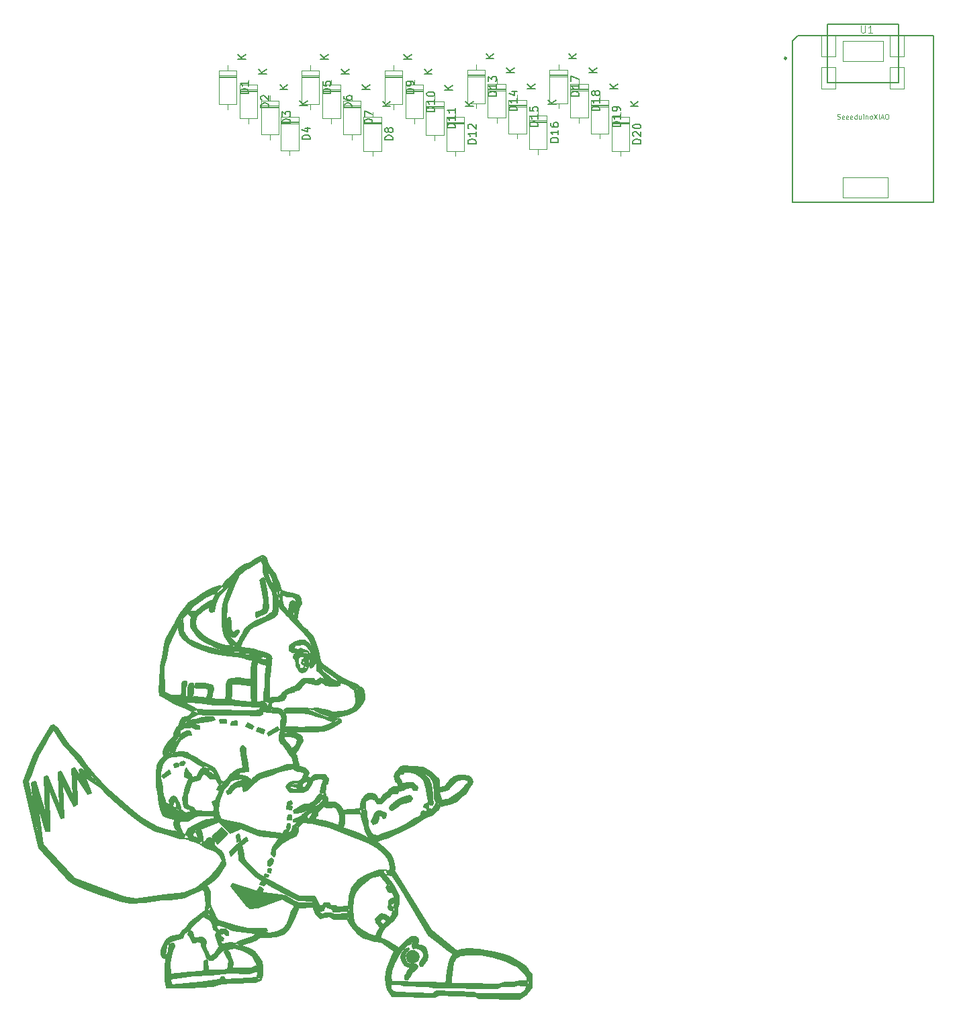
<source format=gbr>
%TF.GenerationSoftware,KiCad,Pcbnew,(6.0.4-0)*%
%TF.CreationDate,2022-07-27T23:48:03+02:00*%
%TF.ProjectId,ergosmash,6572676f-736d-4617-9368-2e6b69636164,rev?*%
%TF.SameCoordinates,Original*%
%TF.FileFunction,Legend,Top*%
%TF.FilePolarity,Positive*%
%FSLAX46Y46*%
G04 Gerber Fmt 4.6, Leading zero omitted, Abs format (unit mm)*
G04 Created by KiCad (PCBNEW (6.0.4-0)) date 2022-07-27 23:48:03*
%MOMM*%
%LPD*%
G01*
G04 APERTURE LIST*
%ADD10C,0.200000*%
%ADD11C,0.101600*%
%ADD12C,0.076200*%
%ADD13C,0.150000*%
%ADD14C,0.066040*%
%ADD15C,0.127000*%
%ADD16C,0.254000*%
%ADD17C,0.120000*%
G04 APERTURE END LIST*
D10*
G36*
X69455021Y-105747199D02*
G01*
X69593033Y-106555544D01*
X69770474Y-107423037D01*
X69908486Y-109315749D01*
X69691613Y-109828358D01*
X68902981Y-110242388D01*
X68429802Y-110459262D01*
X68311509Y-110163527D01*
X68370659Y-109788928D01*
X68824120Y-109670632D01*
X69277585Y-109335463D01*
X69336735Y-108251097D01*
X69179009Y-107403321D01*
X68981850Y-106476679D01*
X68843842Y-105688050D01*
X69277581Y-105471179D01*
X69455021Y-105747199D01*
G37*
X69455021Y-105747199D02*
X69593033Y-106555544D01*
X69770474Y-107423037D01*
X69908486Y-109315749D01*
X69691613Y-109828358D01*
X68902981Y-110242388D01*
X68429802Y-110459262D01*
X68311509Y-110163527D01*
X68370659Y-109788928D01*
X68824120Y-109670632D01*
X69277585Y-109335463D01*
X69336735Y-108251097D01*
X69179009Y-107403321D01*
X68981850Y-106476679D01*
X68843842Y-105688050D01*
X69277581Y-105471179D01*
X69455021Y-105747199D01*
G36*
X65216145Y-111149308D02*
G01*
X65176716Y-111445042D01*
X65196427Y-111819642D01*
X65314724Y-112135094D01*
X65452733Y-112391398D01*
X65689324Y-112213955D01*
X65886483Y-112036515D01*
X66201935Y-112075945D01*
X66241364Y-112332257D01*
X65925911Y-112687140D01*
X65748471Y-112884297D01*
X65354153Y-112904008D01*
X65078133Y-112765999D01*
X64940125Y-112489977D01*
X64900696Y-112115378D01*
X64791265Y-111695904D01*
X64782395Y-111602774D01*
X64768754Y-111516381D01*
X64723248Y-111031012D01*
X64861260Y-110498686D01*
X65156994Y-110459256D01*
X65216145Y-111149308D01*
G37*
X65216145Y-111149308D02*
X65176716Y-111445042D01*
X65196427Y-111819642D01*
X65314724Y-112135094D01*
X65452733Y-112391398D01*
X65689324Y-112213955D01*
X65886483Y-112036515D01*
X66201935Y-112075945D01*
X66241364Y-112332257D01*
X65925911Y-112687140D01*
X65748471Y-112884297D01*
X65354153Y-112904008D01*
X65078133Y-112765999D01*
X64940125Y-112489977D01*
X64900696Y-112115378D01*
X64791265Y-111695904D01*
X64782395Y-111602774D01*
X64768754Y-111516381D01*
X64723248Y-111031012D01*
X64861260Y-110498686D01*
X65156994Y-110459256D01*
X65216145Y-111149308D01*
G36*
X74403676Y-115881091D02*
G01*
X74186802Y-116038817D01*
X74226231Y-116255690D01*
X74403672Y-116275401D01*
X74408951Y-116344031D01*
X74265671Y-116354262D01*
X74107945Y-116176817D01*
X74147366Y-115861365D01*
X74206517Y-115802214D01*
X74285378Y-115743064D01*
X74409195Y-115743064D01*
X74403676Y-115881091D01*
G37*
X74403676Y-115881091D02*
X74186802Y-116038817D01*
X74226231Y-116255690D01*
X74403672Y-116275401D01*
X74408951Y-116344031D01*
X74265671Y-116354262D01*
X74107945Y-116176817D01*
X74147366Y-115861365D01*
X74206517Y-115802214D01*
X74285378Y-115743064D01*
X74409195Y-115743064D01*
X74403676Y-115881091D01*
G36*
X73339036Y-115881083D02*
G01*
X73240456Y-115703639D01*
X73102444Y-115545912D01*
X73122155Y-115092452D01*
X73269993Y-115033316D01*
X74127648Y-115033316D01*
X74364235Y-115250189D01*
X74421729Y-115384332D01*
X74521973Y-115388186D01*
X74365012Y-115027178D01*
X74140409Y-115003540D01*
X74127648Y-115033316D01*
X73269993Y-115033316D01*
X73516469Y-114934725D01*
X73600198Y-114923804D01*
X74048806Y-114993899D01*
X74140409Y-115003540D01*
X74180229Y-114910626D01*
X74324814Y-114934725D01*
X74365012Y-115027178D01*
X75172596Y-115112174D01*
X75100696Y-115004322D01*
X75054291Y-115013602D01*
X74817700Y-114816447D01*
X74640259Y-114757296D01*
X74245942Y-114757296D01*
X74180229Y-114910626D01*
X73969933Y-114875575D01*
X73600198Y-114923804D01*
X73417901Y-114895320D01*
X72885575Y-114836169D01*
X72609555Y-114619296D01*
X72560261Y-114323550D01*
X73161591Y-114323550D01*
X73358750Y-114461558D01*
X73634770Y-114481269D01*
X73989651Y-114382689D01*
X74383969Y-114500983D01*
X74896576Y-114698142D01*
X75100696Y-115004322D01*
X75251450Y-114974173D01*
X75297314Y-114803819D01*
X75369755Y-114895323D01*
X75527482Y-114599585D01*
X75430523Y-114415367D01*
X75389458Y-114461566D01*
X75297314Y-114803819D01*
X74995156Y-114422145D01*
X74817711Y-114224986D01*
X74462830Y-113870099D01*
X74226243Y-113870099D01*
X73693917Y-113889809D01*
X73260171Y-113909520D01*
X73161591Y-114323550D01*
X72560261Y-114323550D01*
X72550404Y-114264414D01*
X72609555Y-114008109D01*
X73122162Y-113594079D01*
X73910794Y-113377205D01*
X74502263Y-113357495D01*
X74916295Y-113692664D01*
X75330323Y-114224990D01*
X75430523Y-114415367D01*
X75498544Y-114338842D01*
X75507760Y-114362979D01*
X75685204Y-114934737D01*
X75842930Y-115348765D01*
X75948214Y-115840091D01*
X75862649Y-116255690D01*
X75566914Y-116610571D01*
X75251462Y-116768298D01*
X75192311Y-116728869D01*
X75133160Y-116354273D01*
X75172589Y-115979674D01*
X75172589Y-115585356D01*
X75034577Y-115605067D01*
X74975426Y-115940234D01*
X74995137Y-116452841D01*
X74975426Y-116728861D01*
X74857152Y-116833995D01*
X74778283Y-117083750D01*
X74482548Y-117300620D01*
X74088231Y-117418913D01*
X73831925Y-117261187D01*
X73634766Y-116985167D01*
X73437607Y-116590850D01*
X73422825Y-116295119D01*
X73654488Y-116295119D01*
X73871361Y-116393698D01*
X73871361Y-116610571D01*
X73930512Y-116945738D01*
X74383976Y-116827445D01*
X74439228Y-116737661D01*
X74443100Y-116788008D01*
X74600827Y-116866877D01*
X74797986Y-116886588D01*
X74857152Y-116833995D01*
X74896576Y-116709151D01*
X74541703Y-116571139D01*
X74439228Y-116737661D01*
X74408951Y-116344031D01*
X74541695Y-116334551D01*
X74521966Y-115743064D01*
X74409195Y-115743064D01*
X74423386Y-115388198D01*
X74421729Y-115384332D01*
X74009366Y-115368476D01*
X73812207Y-115427626D01*
X73713627Y-115624785D01*
X73674199Y-115999381D01*
X73654488Y-116295119D01*
X73422825Y-116295119D01*
X73417897Y-116196536D01*
X73339036Y-115881083D01*
G37*
X73339036Y-115881083D02*
X73240456Y-115703639D01*
X73102444Y-115545912D01*
X73122155Y-115092452D01*
X73269993Y-115033316D01*
X74127648Y-115033316D01*
X74364235Y-115250189D01*
X74421729Y-115384332D01*
X74521973Y-115388186D01*
X74365012Y-115027178D01*
X74140409Y-115003540D01*
X74127648Y-115033316D01*
X73269993Y-115033316D01*
X73516469Y-114934725D01*
X73600198Y-114923804D01*
X74048806Y-114993899D01*
X74140409Y-115003540D01*
X74180229Y-114910626D01*
X74324814Y-114934725D01*
X74365012Y-115027178D01*
X75172596Y-115112174D01*
X75100696Y-115004322D01*
X75054291Y-115013602D01*
X74817700Y-114816447D01*
X74640259Y-114757296D01*
X74245942Y-114757296D01*
X74180229Y-114910626D01*
X73969933Y-114875575D01*
X73600198Y-114923804D01*
X73417901Y-114895320D01*
X72885575Y-114836169D01*
X72609555Y-114619296D01*
X72560261Y-114323550D01*
X73161591Y-114323550D01*
X73358750Y-114461558D01*
X73634770Y-114481269D01*
X73989651Y-114382689D01*
X74383969Y-114500983D01*
X74896576Y-114698142D01*
X75100696Y-115004322D01*
X75251450Y-114974173D01*
X75297314Y-114803819D01*
X75369755Y-114895323D01*
X75527482Y-114599585D01*
X75430523Y-114415367D01*
X75389458Y-114461566D01*
X75297314Y-114803819D01*
X74995156Y-114422145D01*
X74817711Y-114224986D01*
X74462830Y-113870099D01*
X74226243Y-113870099D01*
X73693917Y-113889809D01*
X73260171Y-113909520D01*
X73161591Y-114323550D01*
X72560261Y-114323550D01*
X72550404Y-114264414D01*
X72609555Y-114008109D01*
X73122162Y-113594079D01*
X73910794Y-113377205D01*
X74502263Y-113357495D01*
X74916295Y-113692664D01*
X75330323Y-114224990D01*
X75430523Y-114415367D01*
X75498544Y-114338842D01*
X75507760Y-114362979D01*
X75685204Y-114934737D01*
X75842930Y-115348765D01*
X75948214Y-115840091D01*
X75862649Y-116255690D01*
X75566914Y-116610571D01*
X75251462Y-116768298D01*
X75192311Y-116728869D01*
X75133160Y-116354273D01*
X75172589Y-115979674D01*
X75172589Y-115585356D01*
X75034577Y-115605067D01*
X74975426Y-115940234D01*
X74995137Y-116452841D01*
X74975426Y-116728861D01*
X74857152Y-116833995D01*
X74778283Y-117083750D01*
X74482548Y-117300620D01*
X74088231Y-117418913D01*
X73831925Y-117261187D01*
X73634766Y-116985167D01*
X73437607Y-116590850D01*
X73422825Y-116295119D01*
X73654488Y-116295119D01*
X73871361Y-116393698D01*
X73871361Y-116610571D01*
X73930512Y-116945738D01*
X74383976Y-116827445D01*
X74439228Y-116737661D01*
X74443100Y-116788008D01*
X74600827Y-116866877D01*
X74797986Y-116886588D01*
X74857152Y-116833995D01*
X74896576Y-116709151D01*
X74541703Y-116571139D01*
X74439228Y-116737661D01*
X74408951Y-116344031D01*
X74541695Y-116334551D01*
X74521966Y-115743064D01*
X74409195Y-115743064D01*
X74423386Y-115388198D01*
X74421729Y-115384332D01*
X74009366Y-115368476D01*
X73812207Y-115427626D01*
X73713627Y-115624785D01*
X73674199Y-115999381D01*
X73654488Y-116295119D01*
X73422825Y-116295119D01*
X73417897Y-116196536D01*
X73339036Y-115881083D01*
G36*
X64604962Y-123353358D02*
G01*
X64624672Y-123747676D01*
X63875477Y-123787104D01*
X63796608Y-123313925D01*
X64604962Y-123353358D01*
G37*
X64604962Y-123353358D02*
X64624672Y-123747676D01*
X63875477Y-123787104D01*
X63796608Y-123313925D01*
X64604962Y-123353358D01*
G36*
X65985055Y-123984267D02*
G01*
X65216141Y-124003977D01*
X65275292Y-123570231D01*
X65945626Y-123491374D01*
X65985055Y-123984267D01*
G37*
X65985055Y-123984267D02*
X65216141Y-124003977D01*
X65275292Y-123570231D01*
X65945626Y-123491374D01*
X65985055Y-123984267D01*
G36*
X68114357Y-124181418D02*
G01*
X67838337Y-124536299D01*
X67049710Y-124181418D01*
X67325726Y-123787104D01*
X68114357Y-124181418D01*
G37*
X68114357Y-124181418D02*
X67838337Y-124536299D01*
X67049710Y-124181418D01*
X67325726Y-123787104D01*
X68114357Y-124181418D01*
G36*
X69415597Y-124615168D02*
G01*
X69277588Y-125108061D01*
X68429810Y-124772894D01*
X68587536Y-124319434D01*
X69415597Y-124615168D01*
G37*
X69415597Y-124615168D02*
X69277588Y-125108061D01*
X68429810Y-124772894D01*
X68587536Y-124319434D01*
X69415597Y-124615168D01*
G36*
X71288594Y-124575736D02*
G01*
X69987355Y-125384082D01*
X69750767Y-124989764D01*
X71071721Y-124240565D01*
X71288594Y-124575736D01*
G37*
X71288594Y-124575736D02*
X69987355Y-125384082D01*
X69750767Y-124989764D01*
X71071721Y-124240565D01*
X71288594Y-124575736D01*
G36*
X67065648Y-126951930D02*
G01*
X67105866Y-127635653D01*
X67327073Y-128882449D01*
X67407513Y-129867816D01*
X66502583Y-129928145D01*
X65865015Y-130255104D01*
X65838975Y-130249896D01*
X65576074Y-129969470D01*
X66060174Y-129606394D01*
X66723790Y-129445521D01*
X66643349Y-128721575D01*
X66482472Y-127736205D01*
X66381924Y-127052481D01*
X66482472Y-126730727D01*
X66764004Y-126650286D01*
X67065648Y-126951930D01*
G37*
X67065648Y-126951930D02*
X67105866Y-127635653D01*
X67327073Y-128882449D01*
X67407513Y-129867816D01*
X66502583Y-129928145D01*
X65865015Y-130255104D01*
X65838975Y-130249896D01*
X65576074Y-129969470D01*
X66060174Y-129606394D01*
X66723790Y-129445521D01*
X66643349Y-128721575D01*
X66482472Y-127736205D01*
X66381924Y-127052481D01*
X66482472Y-126730727D01*
X66764004Y-126650286D01*
X67065648Y-126951930D01*
G36*
X59464245Y-128761790D02*
G01*
X59202820Y-129063433D01*
X58820736Y-129063433D01*
X58800627Y-128741679D01*
X59222928Y-128580805D01*
X59464245Y-128761790D01*
G37*
X59464245Y-128761790D02*
X59202820Y-129063433D01*
X58820736Y-129063433D01*
X58800627Y-128741679D01*
X59222928Y-128580805D01*
X59464245Y-128761790D01*
G36*
X58679970Y-129003104D02*
G01*
X58539200Y-129244418D01*
X58096793Y-129324858D01*
X58036463Y-128902556D01*
X58438654Y-128822116D01*
X58679970Y-129003104D01*
G37*
X58679970Y-129003104D02*
X58539200Y-129244418D01*
X58096793Y-129324858D01*
X58036463Y-128902556D01*
X58438654Y-128822116D01*
X58679970Y-129003104D01*
G36*
X57594056Y-130068911D02*
G01*
X56709233Y-130692305D01*
X56447810Y-130471099D01*
X57413067Y-129706938D01*
X57594056Y-130068911D01*
G37*
X57594056Y-130068911D02*
X56709233Y-130692305D01*
X56447810Y-130471099D01*
X57413067Y-129706938D01*
X57594056Y-130068911D01*
G36*
X72880181Y-133952448D02*
G01*
X72638444Y-134045428D01*
X72694233Y-134212782D01*
X72935971Y-134268572D01*
X72861577Y-134677661D01*
X72266533Y-134603282D01*
X72359513Y-133785094D01*
X72787201Y-133580546D01*
X72880181Y-133952448D01*
G37*
X72880181Y-133952448D02*
X72638444Y-134045428D01*
X72694233Y-134212782D01*
X72935971Y-134268572D01*
X72861577Y-134677661D01*
X72266533Y-134603282D01*
X72359513Y-133785094D01*
X72787201Y-133580546D01*
X72880181Y-133952448D01*
G36*
X72805790Y-135979323D02*
G01*
X72322316Y-135960723D01*
X72378106Y-135365679D01*
X72842984Y-135347079D01*
X72805790Y-135979323D01*
G37*
X72805790Y-135979323D02*
X72322316Y-135960723D01*
X72378106Y-135365679D01*
X72842984Y-135347079D01*
X72805790Y-135979323D01*
G36*
X72657029Y-136444205D02*
G01*
X72638428Y-136946272D01*
X72508263Y-137262393D01*
X72192151Y-137002055D01*
X72322316Y-136425604D01*
X72657029Y-136444205D01*
G37*
X72657029Y-136444205D02*
X72638428Y-136946272D01*
X72508263Y-137262393D01*
X72192151Y-137002055D01*
X72322316Y-136425604D01*
X72657029Y-136444205D01*
G36*
X88016625Y-133078475D02*
G01*
X88035225Y-133338805D01*
X87793488Y-133617736D01*
X87179848Y-133822283D01*
X86677781Y-133896662D01*
X86250092Y-134212779D01*
X85692238Y-134659064D01*
X85431901Y-134733447D01*
X85245949Y-134659068D01*
X85227349Y-134380141D01*
X85376111Y-134175593D01*
X85599251Y-133896662D01*
X86008347Y-133580546D01*
X86621987Y-133245833D01*
X87402985Y-132985503D01*
X87737698Y-132929713D01*
X88016625Y-133078475D01*
G37*
X88016625Y-133078475D02*
X88035225Y-133338805D01*
X87793488Y-133617736D01*
X87179848Y-133822283D01*
X86677781Y-133896662D01*
X86250092Y-134212779D01*
X85692238Y-134659064D01*
X85431901Y-134733447D01*
X85245949Y-134659068D01*
X85227349Y-134380141D01*
X85376111Y-134175593D01*
X85599251Y-133896662D01*
X86008347Y-133580546D01*
X86621987Y-133245833D01*
X87402985Y-132985503D01*
X87737698Y-132929713D01*
X88016625Y-133078475D01*
G36*
X84371983Y-135012362D02*
G01*
X84799672Y-135086741D01*
X84743882Y-135328478D01*
X84706692Y-135681788D01*
X84446362Y-135737578D01*
X84130242Y-135402869D01*
X83795529Y-135440058D01*
X83795529Y-135756175D01*
X83758339Y-136072295D01*
X83609578Y-136351222D01*
X83144700Y-136518580D01*
X82921555Y-136239638D01*
X82977345Y-135942114D01*
X83144703Y-135625998D01*
X83349251Y-135179713D01*
X83646775Y-134882189D01*
X84074463Y-134826411D01*
X84371983Y-135012362D01*
G37*
X84371983Y-135012362D02*
X84799672Y-135086741D01*
X84743882Y-135328478D01*
X84706692Y-135681788D01*
X84446362Y-135737578D01*
X84130242Y-135402869D01*
X83795529Y-135440058D01*
X83795529Y-135756175D01*
X83758339Y-136072295D01*
X83609578Y-136351222D01*
X83144700Y-136518580D01*
X82921555Y-136239638D01*
X82977345Y-135942114D01*
X83144703Y-135625998D01*
X83349251Y-135179713D01*
X83646775Y-134882189D01*
X84074463Y-134826411D01*
X84371983Y-135012362D01*
G36*
X59987095Y-138313841D02*
G01*
X59829364Y-138308493D01*
X59806107Y-138273608D01*
X59882925Y-138153580D01*
X59987095Y-138313841D01*
G37*
X59987095Y-138313841D02*
X59829364Y-138308493D01*
X59806107Y-138273608D01*
X59882925Y-138153580D01*
X59987095Y-138313841D01*
G36*
X66353268Y-138526858D02*
G01*
X65999959Y-138749999D01*
X65906987Y-137931811D01*
X66223099Y-137745860D01*
X66353268Y-138526858D01*
G37*
X66353268Y-138526858D02*
X65999959Y-138749999D01*
X65906987Y-137931811D01*
X66223099Y-137745860D01*
X66353268Y-138526858D01*
G36*
X64793274Y-137730651D02*
G01*
X63526375Y-138957335D01*
X62822541Y-138072516D01*
X64009003Y-136946379D01*
X64793274Y-137730651D01*
G37*
X64793274Y-137730651D02*
X63526375Y-138957335D01*
X62822541Y-138072516D01*
X64009003Y-136946379D01*
X64793274Y-137730651D01*
G36*
X70555783Y-141055796D02*
G01*
X70462811Y-141409106D01*
X70146683Y-141743823D01*
X69849160Y-141688033D01*
X69867760Y-141223155D01*
X70314045Y-140795466D01*
X70555783Y-141055796D01*
G37*
X70555783Y-141055796D02*
X70462811Y-141409106D01*
X70146683Y-141743823D01*
X69849160Y-141688033D01*
X69867760Y-141223155D01*
X70314045Y-140795466D01*
X70555783Y-141055796D01*
G36*
X84761261Y-142335242D02*
G01*
X84378366Y-142310800D01*
X84373856Y-142292197D01*
X84761261Y-142335242D01*
G37*
X84761261Y-142335242D02*
X84378366Y-142310800D01*
X84373856Y-142292197D01*
X84761261Y-142335242D01*
G36*
X84818265Y-142338881D02*
G01*
X84818707Y-142341625D01*
X84761261Y-142335242D01*
X84818265Y-142338881D01*
G37*
X84818265Y-142338881D02*
X84818707Y-142341625D01*
X84761261Y-142335242D01*
X84818265Y-142338881D01*
G36*
X70165276Y-142617797D02*
G01*
X69849164Y-142562010D01*
X69830563Y-142134322D01*
X70295445Y-142134322D01*
X70165276Y-142617797D01*
G37*
X70165276Y-142617797D02*
X69849164Y-142562010D01*
X69830563Y-142134322D01*
X70295445Y-142134322D01*
X70165276Y-142617797D01*
G36*
X84674431Y-142903276D02*
G01*
X84517235Y-142883628D01*
X84504363Y-142830530D01*
X84613720Y-142822329D01*
X84674431Y-142903276D01*
G37*
X84674431Y-142903276D02*
X84517235Y-142883628D01*
X84504363Y-142830530D01*
X84613720Y-142822329D01*
X84674431Y-142903276D01*
G36*
X69904950Y-142859530D02*
G01*
X69849160Y-143175650D01*
X69402878Y-143101264D01*
X69458668Y-142766551D01*
X69904950Y-142859530D01*
G37*
X69904950Y-142859530D02*
X69849160Y-143175650D01*
X69402878Y-143101264D01*
X69458668Y-142766551D01*
X69904950Y-142859530D01*
G36*
X69570233Y-143975241D02*
G01*
X69384282Y-144235571D01*
X68863617Y-144086810D01*
X69105355Y-143621932D01*
X69570233Y-143975241D01*
G37*
X69570233Y-143975241D02*
X69384282Y-144235571D01*
X68863617Y-144086810D01*
X69105355Y-143621932D01*
X69570233Y-143975241D01*
G36*
X69291306Y-144626071D02*
G01*
X69216927Y-145035166D01*
X68510312Y-144886405D01*
X68826428Y-144384337D01*
X69291306Y-144626071D01*
G37*
X69291306Y-144626071D02*
X69216927Y-145035166D01*
X68510312Y-144886405D01*
X68826428Y-144384337D01*
X69291306Y-144626071D01*
G36*
X85301743Y-144570269D02*
G01*
X85590927Y-145097603D01*
X85208760Y-145109549D01*
X85004212Y-144979384D01*
X84781071Y-144533099D01*
X84892643Y-144272769D01*
X85011645Y-144179267D01*
X85301743Y-144570269D01*
G37*
X85301743Y-144570269D02*
X85590927Y-145097603D01*
X85208760Y-145109549D01*
X85004212Y-144979384D01*
X84781071Y-144533099D01*
X84892643Y-144272769D01*
X85011645Y-144179267D01*
X85301743Y-144570269D01*
G36*
X88315663Y-152491065D02*
G01*
X88619870Y-152688796D01*
X88802395Y-152901740D01*
X88893654Y-153266791D01*
X88802395Y-153510153D01*
X88711136Y-153753516D01*
X88543820Y-153844779D01*
X88193982Y-153951255D01*
X87965825Y-153966468D01*
X87722451Y-153905631D01*
X87479084Y-153723105D01*
X87357403Y-153418898D01*
X87342194Y-153053847D01*
X87494298Y-152704009D01*
X87707245Y-152536696D01*
X87996243Y-152460646D01*
X88315663Y-152491065D01*
G37*
X88315663Y-152491065D02*
X88619870Y-152688796D01*
X88802395Y-152901740D01*
X88893654Y-153266791D01*
X88802395Y-153510153D01*
X88711136Y-153753516D01*
X88543820Y-153844779D01*
X88193982Y-153951255D01*
X87965825Y-153966468D01*
X87722451Y-153905631D01*
X87479084Y-153723105D01*
X87357403Y-153418898D01*
X87342194Y-153053847D01*
X87494298Y-152704009D01*
X87707245Y-152536696D01*
X87996243Y-152460646D01*
X88315663Y-152491065D01*
G36*
X87676823Y-152278113D02*
G01*
X87387826Y-152551901D01*
X87159668Y-152856108D01*
X87114037Y-153053847D01*
X87144455Y-153327635D01*
X87220505Y-153692687D01*
X87357400Y-153936049D01*
X87539925Y-154057730D01*
X87798501Y-154118567D01*
X88102711Y-154133780D01*
X88406918Y-154133780D01*
X88680707Y-154240248D01*
X88756756Y-154514037D01*
X88574231Y-154742194D01*
X88270024Y-155061614D01*
X88072289Y-155152876D01*
X87920186Y-155472296D01*
X87737660Y-155746085D01*
X87494294Y-156065505D01*
X87250927Y-156095923D01*
X87129246Y-155974242D01*
X87098828Y-155776511D01*
X87159668Y-155609198D01*
X87266144Y-155396254D01*
X87463879Y-155000784D01*
X87676823Y-154818259D01*
X87920189Y-154574896D01*
X87433457Y-154514060D01*
X87098828Y-154316329D01*
X86901089Y-154012122D01*
X86764195Y-153844809D01*
X86657723Y-153297232D01*
X86733773Y-152916976D01*
X86916298Y-152597556D01*
X87174874Y-152293349D01*
X87357400Y-152171668D01*
X87600766Y-152110831D01*
X87676823Y-152278113D01*
G37*
X87676823Y-152278113D02*
X87387826Y-152551901D01*
X87159668Y-152856108D01*
X87114037Y-153053847D01*
X87144455Y-153327635D01*
X87220505Y-153692687D01*
X87357400Y-153936049D01*
X87539925Y-154057730D01*
X87798501Y-154118567D01*
X88102711Y-154133780D01*
X88406918Y-154133780D01*
X88680707Y-154240248D01*
X88756756Y-154514037D01*
X88574231Y-154742194D01*
X88270024Y-155061614D01*
X88072289Y-155152876D01*
X87920186Y-155472296D01*
X87737660Y-155746085D01*
X87494294Y-156065505D01*
X87250927Y-156095923D01*
X87129246Y-155974242D01*
X87098828Y-155776511D01*
X87159668Y-155609198D01*
X87266144Y-155396254D01*
X87463879Y-155000784D01*
X87676823Y-154818259D01*
X87920189Y-154574896D01*
X87433457Y-154514060D01*
X87098828Y-154316329D01*
X86901089Y-154012122D01*
X86764195Y-153844809D01*
X86657723Y-153297232D01*
X86733773Y-152916976D01*
X86916298Y-152597556D01*
X87174874Y-152293349D01*
X87357400Y-152171668D01*
X87600766Y-152110831D01*
X87676823Y-152278113D01*
G36*
X81712872Y-133375998D02*
G01*
X82121964Y-132855334D01*
X82475274Y-132650786D01*
X83070317Y-132650786D01*
X83460816Y-132818144D01*
X83609574Y-133078475D01*
X83739743Y-133283023D01*
X84093052Y-133283023D01*
X84446362Y-132836741D01*
X84911240Y-132446242D01*
X85152977Y-132092932D01*
X85655049Y-131832602D01*
X86380257Y-131814002D01*
X86212899Y-131256148D01*
X85952569Y-131107386D01*
X85766617Y-130400771D01*
X85915379Y-130028868D01*
X86250092Y-129675559D01*
X86417447Y-129322249D01*
X86956707Y-129210681D01*
X88221177Y-129266459D01*
X89429867Y-129340838D01*
X90006314Y-129675551D01*
X90526978Y-130047454D01*
X90954667Y-130475142D01*
X91419545Y-130902831D01*
X91493924Y-131386305D01*
X91456730Y-131869780D01*
X92107564Y-131832591D01*
X92591038Y-131311926D01*
X92814183Y-130921427D01*
X93353444Y-130549525D01*
X93892704Y-130326384D01*
X94450558Y-130344985D01*
X95194363Y-130400775D01*
X95510479Y-130698298D01*
X95677838Y-131088797D01*
X95584858Y-131497893D01*
X95250149Y-131869795D01*
X94822461Y-132613604D01*
X94357579Y-132966910D01*
X93632367Y-133654933D01*
X92795582Y-134008242D01*
X92200535Y-134119811D01*
X91772847Y-134231383D01*
X91652845Y-134194141D01*
X91345150Y-134677664D01*
X90954651Y-135030974D01*
X90638535Y-135328494D01*
X90080681Y-135514445D01*
X89429852Y-135886347D01*
X88555878Y-136425608D01*
X87849263Y-136871890D01*
X86938099Y-137336768D01*
X86008339Y-137708670D01*
X84985604Y-138192145D01*
X84316178Y-138433882D01*
X83683941Y-138657023D01*
X83246709Y-138569577D01*
X83814122Y-138917349D01*
X84595120Y-139568179D01*
X85338929Y-140311987D01*
X85673642Y-141148768D01*
X85896782Y-142041339D01*
X85814594Y-142452281D01*
X85825547Y-142453498D01*
X90413605Y-149855322D01*
X93740246Y-152499131D01*
X93872883Y-152394255D01*
X95068974Y-152234778D01*
X96424550Y-152298567D01*
X97381421Y-152458045D01*
X98370190Y-152601576D01*
X99438702Y-152856742D01*
X100220150Y-153143805D01*
X101033497Y-153558455D01*
X101846837Y-154036894D01*
X102420964Y-154515334D01*
X102835606Y-155041617D01*
X103106724Y-155456267D01*
X103132847Y-155926432D01*
X103146954Y-155925818D01*
X103146954Y-157131186D01*
X102433568Y-157942961D01*
X101646389Y-158508750D01*
X96406727Y-158459548D01*
X96037739Y-158238150D01*
X91413060Y-158041358D01*
X90921074Y-158311949D01*
X85509213Y-158188956D01*
X84894230Y-157401778D01*
X84805355Y-156712988D01*
X85337002Y-156712988D01*
X85361611Y-157278777D01*
X85706002Y-157598570D01*
X86099591Y-157696967D01*
X90650475Y-157844565D01*
X91019467Y-157549368D01*
X95890141Y-157696967D01*
X96234532Y-157869162D01*
X101744786Y-157893775D01*
X102335171Y-157352591D01*
X102488598Y-156870396D01*
X102692097Y-156923483D01*
X102835629Y-156301512D01*
X102552646Y-156301512D01*
X102547640Y-156341564D01*
X102507367Y-156811408D01*
X102488598Y-156870396D01*
X102440053Y-156857732D01*
X101991016Y-156827796D01*
X102325299Y-156827796D01*
X102440053Y-156857732D01*
X102482762Y-156860579D01*
X102547640Y-156341564D01*
X102551073Y-156301512D01*
X102552646Y-156301512D01*
X102556561Y-156270194D01*
X102553763Y-156270124D01*
X102551073Y-156301512D01*
X102405034Y-156301512D01*
X102325299Y-156827796D01*
X101991016Y-156827796D01*
X101375790Y-156786780D01*
X100859204Y-156909773D01*
X100096623Y-156983573D01*
X99358639Y-156934371D01*
X98842053Y-157180365D01*
X90847260Y-157131163D01*
X90010880Y-156934371D01*
X87083558Y-156860571D01*
X86443974Y-156688376D01*
X85337002Y-156712988D01*
X84805355Y-156712988D01*
X84799590Y-156668303D01*
X92294034Y-156668303D01*
X93011693Y-156684256D01*
X93011693Y-156560663D01*
X92348912Y-156534873D01*
X92312856Y-156534193D01*
X92294034Y-156668303D01*
X84799590Y-156668303D01*
X84697438Y-155876616D01*
X84820435Y-154745047D01*
X85361622Y-153490477D01*
X85804410Y-152580306D01*
X85822230Y-152565675D01*
X85952569Y-152659178D01*
X86454651Y-152212920D01*
X86341142Y-152139641D01*
X85822230Y-152565675D01*
X85097191Y-152045539D01*
X84186028Y-151357512D01*
X83330651Y-151264540D01*
X81936013Y-150874045D01*
X81865811Y-150818244D01*
X83442219Y-150818244D01*
X83981480Y-150892638D01*
X84010258Y-150815297D01*
X84297612Y-150892661D01*
X84985631Y-151264563D01*
X86341142Y-152139641D01*
X86385396Y-152103308D01*
X86859559Y-151592673D01*
X87315487Y-151191458D01*
X87570805Y-150954375D01*
X88008496Y-150699057D01*
X88464421Y-150680831D01*
X88810925Y-150936148D01*
X88810925Y-151392073D01*
X88774457Y-151501494D01*
X88829167Y-151775046D01*
X89139199Y-151793273D01*
X89412755Y-151847983D01*
X89649838Y-152012122D01*
X89813973Y-152267439D01*
X89959870Y-152613944D01*
X90051049Y-153106345D01*
X89886918Y-153598746D01*
X89613358Y-154072905D01*
X89303330Y-154382933D01*
X89084485Y-154419402D01*
X88975060Y-154182318D01*
X89011540Y-153999945D01*
X89157437Y-153744628D01*
X89321568Y-153452834D01*
X89485703Y-153124564D01*
X89503933Y-152905722D01*
X89430985Y-152650405D01*
X89139191Y-152340376D01*
X88920346Y-152212714D01*
X88446183Y-152085051D01*
X88209099Y-152158003D01*
X88081440Y-151920920D01*
X88063210Y-151683837D01*
X88172635Y-151410277D01*
X88044972Y-151300856D01*
X87789654Y-151574408D01*
X87424912Y-151775015D01*
X87041932Y-152103285D01*
X86859562Y-152303893D01*
X86513058Y-152686865D01*
X86367161Y-152942183D01*
X86148316Y-153489295D01*
X85801812Y-154072882D01*
X85619439Y-154528807D01*
X85455307Y-155021208D01*
X85327645Y-155750693D01*
X85418835Y-156334273D01*
X87406674Y-156334273D01*
X87680230Y-156407225D01*
X90744057Y-156461936D01*
X91382351Y-156516646D01*
X92312856Y-156534193D01*
X92385805Y-156014441D01*
X92963856Y-156014441D01*
X93011693Y-156445037D01*
X93011693Y-156560663D01*
X95029156Y-156639166D01*
X98989651Y-156688368D01*
X99752232Y-156417777D01*
X100883801Y-156417777D01*
X101572583Y-156245581D01*
X102553763Y-156270124D01*
X102581166Y-155950430D01*
X102626859Y-155948443D01*
X102628300Y-155950659D01*
X102660183Y-156173926D01*
X103138623Y-156030394D01*
X103132847Y-155926432D01*
X102626859Y-155948443D01*
X102213650Y-155312743D01*
X101352467Y-154499396D01*
X99757672Y-153702002D01*
X98083142Y-153223563D01*
X96727566Y-153000289D01*
X95053036Y-152968390D01*
X94128056Y-153032179D01*
X93569874Y-153367087D01*
X93250920Y-153957160D01*
X93155232Y-154674819D01*
X93075490Y-155312735D01*
X92963856Y-156014441D01*
X92385805Y-156014441D01*
X92421620Y-155759268D01*
X92485409Y-155073508D01*
X92628941Y-154132582D01*
X92868161Y-153414923D01*
X93187123Y-152936484D01*
X93242568Y-152892644D01*
X93424511Y-153027533D01*
X93818799Y-152561560D01*
X93740246Y-152499131D01*
X93242568Y-152892644D01*
X92385029Y-152256880D01*
X91112561Y-151235320D01*
X90108925Y-150482588D01*
X89499573Y-149478949D01*
X88442170Y-147668822D01*
X86811261Y-144908820D01*
X85520871Y-143009078D01*
X84817669Y-142921180D01*
X84693672Y-142928931D01*
X85004220Y-143342993D01*
X85580670Y-144086802D01*
X86026951Y-144830611D01*
X86398854Y-145537226D01*
X86398854Y-146559958D01*
X86231499Y-147155005D01*
X86175709Y-147880217D01*
X85692235Y-148661215D01*
X85097191Y-149144690D01*
X84557930Y-149590979D01*
X84279004Y-150093047D01*
X84010258Y-150815297D01*
X83484704Y-150673803D01*
X83442219Y-150818244D01*
X81865811Y-150818244D01*
X81210801Y-150297598D01*
X80318234Y-149274863D01*
X79890545Y-148456679D01*
X79890885Y-148441718D01*
X80076500Y-148438079D01*
X79964928Y-147805846D01*
X79905282Y-147808468D01*
X79890885Y-148441718D01*
X78179791Y-148475272D01*
X77677723Y-148177748D01*
X77064084Y-148196349D01*
X76431847Y-148382300D01*
X75855401Y-147805846D01*
X75502091Y-146931868D01*
X73765062Y-147029273D01*
X73395413Y-147847777D01*
X73009175Y-148798522D01*
X72474381Y-149778975D01*
X71909874Y-150373191D01*
X70840291Y-150700011D01*
X69770703Y-150789137D01*
X68879384Y-150759429D01*
X68404011Y-151086249D01*
X67780087Y-151353644D01*
X66427764Y-151747049D01*
X66591668Y-151829001D01*
X67423565Y-152155821D01*
X68136624Y-152542060D01*
X68671418Y-153195693D01*
X69087369Y-153819617D01*
X69146790Y-154562384D01*
X69206212Y-155513121D01*
X68998234Y-156107337D01*
X68968514Y-156107337D01*
X68968514Y-156196486D01*
X68285168Y-156434172D01*
X65403233Y-156553015D01*
X64006833Y-156612433D01*
X62937245Y-156909545D01*
X59966176Y-157117514D01*
X57113953Y-157117514D01*
X56929085Y-156166770D01*
X57589324Y-156166770D01*
X57767590Y-156731268D01*
X61332871Y-156404456D01*
X63739438Y-156137061D01*
X63764195Y-156107352D01*
X68493146Y-156107352D01*
X68641705Y-156107337D01*
X68968514Y-156107337D01*
X68968514Y-155839957D01*
X68519885Y-155839957D01*
X68493146Y-156107352D01*
X63764195Y-156107352D01*
X64036545Y-155780532D01*
X64393075Y-155721114D01*
X64482205Y-156077643D01*
X67482983Y-155958800D01*
X68404011Y-155839957D01*
X68519885Y-155839957D01*
X68582276Y-155216033D01*
X68568144Y-154975768D01*
X67453274Y-155305159D01*
X64957577Y-155245741D01*
X62699563Y-155542853D01*
X60500973Y-155572562D01*
X57589324Y-155972197D01*
X57589324Y-156166770D01*
X56929085Y-156166770D01*
X56905978Y-156047934D01*
X56905978Y-155988509D01*
X57470479Y-155988509D01*
X57589324Y-155972197D01*
X57589324Y-155810240D01*
X57568885Y-155387841D01*
X57470484Y-155394293D01*
X57470479Y-155988509D01*
X56905978Y-155988509D01*
X56905978Y-154502974D01*
X56993008Y-153458601D01*
X57084239Y-153492812D01*
X57262503Y-153195708D01*
X57118611Y-153062884D01*
X56995108Y-153433394D01*
X56993008Y-153458601D01*
X56608870Y-153314551D01*
X56430604Y-152987731D01*
X56430604Y-152839179D01*
X56876265Y-152839179D01*
X57118611Y-153062884D01*
X57292214Y-152542075D01*
X57440768Y-151591330D01*
X57975562Y-151561614D01*
X58094405Y-151977561D01*
X57856722Y-152452933D01*
X57648747Y-153106566D01*
X57500193Y-153968176D01*
X57568885Y-155387841D01*
X59282837Y-155275450D01*
X60062694Y-155186324D01*
X61808240Y-155186324D01*
X62343033Y-155037772D01*
X62335282Y-154918921D01*
X62283619Y-154918921D01*
X61808240Y-154980261D01*
X61808240Y-155186324D01*
X60062694Y-155186324D01*
X61362587Y-155037764D01*
X61808240Y-154980261D01*
X61808240Y-153700789D01*
X62253903Y-153671080D01*
X62335282Y-154918921D01*
X64393078Y-154918921D01*
X64615894Y-154859503D01*
X64809022Y-154859503D01*
X65403233Y-154829787D01*
X65412817Y-154681235D01*
X65284398Y-154681235D01*
X64814452Y-154806554D01*
X64809022Y-154859503D01*
X64615894Y-154859503D01*
X64814452Y-154806554D01*
X64927865Y-153700789D01*
X64363362Y-152631201D01*
X64630757Y-152393515D01*
X65016995Y-152660910D01*
X65224968Y-153314543D01*
X65462655Y-153908759D01*
X65412817Y-154681235D01*
X67750386Y-154681235D01*
X68499962Y-154342713D01*
X68552567Y-154710951D01*
X68568144Y-154975768D01*
X68760548Y-154918921D01*
X68671418Y-154265280D01*
X68499962Y-154342713D01*
X68463437Y-154087027D01*
X67898930Y-153136283D01*
X67275006Y-152720336D01*
X66561947Y-152334098D01*
X65640919Y-152155837D01*
X64749600Y-152244963D01*
X64125676Y-152423232D01*
X63828568Y-152750044D01*
X63382908Y-153284842D01*
X62877827Y-153641371D01*
X62521298Y-153611662D01*
X62135060Y-153403685D01*
X61956795Y-152898604D01*
X61719109Y-152363814D01*
X61481427Y-151888442D01*
X61511136Y-151413069D01*
X61006054Y-151264510D01*
X60708947Y-151413069D01*
X60352421Y-151413069D01*
X60144444Y-150937697D01*
X60025601Y-150670302D01*
X59787915Y-150402899D01*
X59936467Y-149897818D01*
X60263287Y-150016661D01*
X60471261Y-150462325D01*
X60500969Y-150729720D01*
X60708943Y-150818846D01*
X61540844Y-150759429D01*
X61897374Y-150967406D01*
X62075638Y-151294226D01*
X62016217Y-151858725D01*
X62045926Y-152274672D01*
X62343033Y-152601492D01*
X62402455Y-152987731D01*
X62580719Y-153225417D01*
X63145226Y-152809470D01*
X63412621Y-152393515D01*
X63709729Y-152036986D01*
X63737689Y-151974076D01*
X63828568Y-152155837D01*
X64036538Y-151680449D01*
X64016732Y-151621031D01*
X65462658Y-151621031D01*
X66146000Y-151829016D01*
X66427764Y-151747049D01*
X65938031Y-151502181D01*
X65758546Y-151482951D01*
X65462658Y-151621031D01*
X64016732Y-151621031D01*
X63980831Y-151513326D01*
X63947415Y-151502188D01*
X63737689Y-151974076D01*
X63561173Y-151621039D01*
X63472043Y-151264510D01*
X63412621Y-151056540D01*
X63293778Y-150581168D01*
X63382908Y-150194930D01*
X63947411Y-149749266D01*
X64511918Y-149778975D01*
X64838734Y-150046370D01*
X64898156Y-150492026D01*
X64571335Y-150492026D01*
X64363362Y-150284056D01*
X64036541Y-150313765D01*
X63858277Y-150462317D01*
X63947407Y-150640578D01*
X64303937Y-150818846D01*
X64185093Y-151145659D01*
X63887986Y-151234786D01*
X63980831Y-151513326D01*
X64214814Y-151591315D01*
X65106133Y-151413054D01*
X65758546Y-151482951D01*
X66353978Y-151205084D01*
X67245297Y-150907981D01*
X67958355Y-150670294D01*
X68359942Y-150241933D01*
X69206200Y-150194922D01*
X69296137Y-150104986D01*
X69146782Y-150076079D01*
X68404015Y-150194922D01*
X68359942Y-150241933D01*
X68136612Y-150254340D01*
X65492360Y-149927527D01*
X64303929Y-149422446D01*
X63709713Y-149273894D01*
X63442318Y-149273894D01*
X63382897Y-149511580D01*
X63620583Y-149808692D01*
X63353188Y-150016661D01*
X63026368Y-149719557D01*
X62818390Y-148976790D01*
X62461861Y-148531127D01*
X61748809Y-148174600D01*
X61511132Y-148293440D01*
X60382126Y-149303603D01*
X60025597Y-149778975D01*
X59312539Y-150373191D01*
X59104565Y-150818854D01*
X58540061Y-150997115D01*
X57945847Y-151175383D01*
X57440766Y-151413069D01*
X57084239Y-151799307D01*
X56965395Y-152542075D01*
X56876265Y-152839179D01*
X56430604Y-152839179D01*
X56430604Y-152363806D01*
X56668290Y-151739882D01*
X56995108Y-151086249D01*
X57589320Y-150670302D01*
X58777749Y-150402899D01*
X58926302Y-150076087D01*
X59579937Y-149481871D01*
X59906754Y-149036215D01*
X60292992Y-148620261D01*
X60887208Y-148234023D01*
X61004490Y-148144889D01*
X61689385Y-148144889D01*
X61748809Y-148174600D01*
X62105347Y-147996329D01*
X62205047Y-147849403D01*
X62699559Y-148234023D01*
X62395457Y-147568798D01*
X62205047Y-147849403D01*
X62164769Y-147818076D01*
X61689385Y-148144889D01*
X61004490Y-148144889D01*
X61629975Y-147669524D01*
X61986504Y-147372412D01*
X62000765Y-147194152D01*
X62224190Y-147194152D01*
X62395457Y-147568798D01*
X62669850Y-147164427D01*
X62628894Y-146905031D01*
X62610428Y-146867331D01*
X62224190Y-147194152D01*
X62000765Y-147194152D01*
X62045926Y-146629645D01*
X61927083Y-145084689D01*
X61645688Y-144624223D01*
X61374650Y-144829333D01*
X60208298Y-145352183D01*
X59323475Y-145734267D01*
X58820738Y-145834815D01*
X57513617Y-145995692D01*
X56508139Y-146035910D01*
X54336308Y-146377776D01*
X52385680Y-146478324D01*
X51239436Y-146216902D01*
X48645302Y-145311972D01*
X46594128Y-144547812D01*
X45307118Y-144024962D01*
X44744050Y-143562441D01*
X41023781Y-139480200D01*
X40782466Y-138836695D01*
X39053046Y-131235282D01*
X39081439Y-131154833D01*
X39616110Y-131154833D01*
X39937863Y-132602721D01*
X40199287Y-134151156D01*
X40483204Y-135712701D01*
X40594806Y-136884528D01*
X41486127Y-139320815D01*
X41459755Y-139092255D01*
X41446080Y-139077998D01*
X41084108Y-137710547D01*
X40521040Y-135920798D01*
X40483204Y-135712701D01*
X40311848Y-133913466D01*
X40862202Y-133913466D01*
X41459755Y-139092255D01*
X45226677Y-143019473D01*
X45407662Y-143321116D01*
X51762282Y-145714152D01*
X53270499Y-145955466D01*
X56769562Y-145452727D01*
X59283253Y-145151084D01*
X60740679Y-144549895D01*
X61600266Y-144549895D01*
X61645688Y-144624223D01*
X62118706Y-144266265D01*
X62141347Y-144248923D01*
X62075638Y-144133933D01*
X61600266Y-144549895D01*
X60740679Y-144549895D01*
X60892018Y-144487467D01*
X62621441Y-143160239D01*
X63586701Y-141913447D01*
X64069329Y-141149287D01*
X63727467Y-140465560D01*
X63264947Y-139902491D01*
X62058373Y-139520407D01*
X61354538Y-139057891D01*
X61291687Y-138969898D01*
X60892022Y-138836676D01*
X60687857Y-138776354D01*
X61153443Y-138776354D01*
X61291687Y-138969898D01*
X61495308Y-139037772D01*
X61615967Y-138695910D01*
X61623415Y-138621434D01*
X61615963Y-138615473D01*
X61153443Y-138776354D01*
X60687857Y-138776354D01*
X60007203Y-138575251D01*
X59888589Y-138397331D01*
X59253975Y-138288983D01*
X59139942Y-138285117D01*
X59231328Y-138285117D01*
X59253975Y-138288983D01*
X59829364Y-138308493D01*
X59888589Y-138397331D01*
X59993729Y-138415282D01*
X60235467Y-137913210D01*
X60267299Y-137879995D01*
X60590378Y-138132842D01*
X61032792Y-138253501D01*
X60892022Y-137650214D01*
X60730075Y-137430429D01*
X60663159Y-137466929D01*
X60267299Y-137879995D01*
X60127862Y-137770869D01*
X59882925Y-138153580D01*
X59725670Y-137911650D01*
X59436174Y-137834453D01*
X59231328Y-138285117D01*
X59139942Y-138285117D01*
X58800629Y-138273612D01*
X58016352Y-138052409D01*
X56689124Y-137650214D01*
X55663537Y-137408900D01*
X53994443Y-136443640D01*
X52667212Y-135458273D01*
X51158995Y-134131041D01*
X49429574Y-132602713D01*
X48761329Y-131884970D01*
X46804341Y-130615573D01*
X47606530Y-132517054D01*
X47190581Y-132725031D01*
X45705046Y-130615573D01*
X45823889Y-134032302D01*
X45407939Y-134240279D01*
X43981825Y-131477187D01*
X44130379Y-135725817D01*
X43744141Y-135814948D01*
X42258605Y-132071402D01*
X42377449Y-137419329D01*
X41842656Y-137359908D01*
X40862202Y-133913466D01*
X40311848Y-133913466D01*
X40060014Y-131269206D01*
X40535386Y-131150363D01*
X41812946Y-135250437D01*
X41634682Y-130526438D01*
X42080342Y-130437308D01*
X43595587Y-134240279D01*
X43476744Y-129961939D01*
X43744141Y-129872809D01*
X45348519Y-132992430D01*
X45170254Y-129545989D01*
X45497071Y-129456858D01*
X46358681Y-130704707D01*
X46091284Y-129664832D01*
X46239838Y-129545989D01*
X47146014Y-130079032D01*
X48343659Y-131436362D01*
X48761329Y-131884970D01*
X49002932Y-132041686D01*
X47755084Y-130437308D01*
X47146014Y-130079032D01*
X47137084Y-130068911D01*
X45990839Y-128701464D01*
X45427771Y-127897078D01*
X44160870Y-126529631D01*
X43296158Y-125262728D01*
X42813530Y-124639330D01*
X42270571Y-125483935D01*
X41506407Y-126851386D01*
X41023778Y-127736205D01*
X40440602Y-129204203D01*
X39957973Y-130471106D01*
X39616110Y-131154833D01*
X39081439Y-131154833D01*
X39656332Y-129525969D01*
X40340057Y-127836768D01*
X41224878Y-126207892D01*
X42511889Y-124076277D01*
X42873861Y-123975730D01*
X43356492Y-124438250D01*
X44824488Y-126569865D01*
X46272376Y-127997641D01*
X46915881Y-129043337D01*
X48202893Y-130511336D01*
X49630671Y-132059771D01*
X52305241Y-134392478D01*
X53813460Y-135578944D01*
X55080361Y-136363215D01*
X55965180Y-136906172D01*
X57292412Y-137268145D01*
X58478875Y-137489352D01*
X58157120Y-137026831D01*
X58036465Y-136544203D01*
X58039043Y-136443659D01*
X58700079Y-136443659D01*
X58740300Y-136906176D01*
X59041943Y-137368697D01*
X59122384Y-137750777D01*
X59436174Y-137834453D01*
X59603230Y-137466929D01*
X59727479Y-137268134D01*
X60610489Y-137268134D01*
X60730075Y-137430429D01*
X61276799Y-137132216D01*
X61370349Y-137095796D01*
X61535527Y-137690432D01*
X61656186Y-138293719D01*
X61623415Y-138621434D01*
X61917607Y-138856791D01*
X62138814Y-138434489D01*
X62440457Y-138253504D01*
X62802430Y-138313834D01*
X63104073Y-138575259D01*
X63104073Y-139198657D01*
X63506264Y-139620959D01*
X63908455Y-139842166D01*
X64250317Y-140324793D01*
X64451413Y-141008517D01*
X64551961Y-141631915D01*
X64129662Y-142295531D01*
X63606812Y-143019477D01*
X63063855Y-143542323D01*
X62141347Y-144248923D01*
X62551011Y-144965834D01*
X62580719Y-146599921D01*
X62628894Y-146905031D01*
X63323483Y-148323157D01*
X63561169Y-148679686D01*
X65848893Y-149333319D01*
X67364136Y-149630423D01*
X69622147Y-149660132D01*
X69740990Y-149927527D01*
X69354752Y-150046370D01*
X69296137Y-150104986D01*
X70067814Y-150254340D01*
X70959137Y-150076079D01*
X71850457Y-149660132D01*
X72266408Y-149125334D01*
X72474385Y-148531119D01*
X72860623Y-147461539D01*
X73220357Y-146844845D01*
X73512410Y-147043440D01*
X73765062Y-147029273D01*
X73811364Y-146926749D01*
X73276570Y-146748480D01*
X73220357Y-146844845D01*
X73047532Y-146727324D01*
X71634297Y-145946326D01*
X68566098Y-147043440D01*
X67599148Y-147080634D01*
X67152863Y-146801711D01*
X65181775Y-144291361D01*
X65386323Y-143993842D01*
X68845021Y-145128146D01*
X72061986Y-145481455D01*
X73196290Y-146169478D01*
X73791333Y-146467002D01*
X75632252Y-146429808D01*
X75634248Y-146431452D01*
X75836796Y-146950484D01*
X76208699Y-147545531D01*
X76317585Y-147521334D01*
X76710774Y-147843039D01*
X77026890Y-147694274D01*
X77770699Y-147694274D01*
X78272770Y-147880225D01*
X79905282Y-147808468D01*
X79909146Y-147638495D01*
X79934357Y-147441839D01*
X80150876Y-147433966D01*
X80153201Y-147396765D01*
X80541386Y-147396765D01*
X80671551Y-148791403D01*
X81136429Y-149442237D01*
X81768666Y-149944304D01*
X82698426Y-150409186D01*
X83330662Y-150632331D01*
X83484704Y-150673803D01*
X83535199Y-150502127D01*
X83702557Y-150074439D01*
X83907105Y-149665343D01*
X84043818Y-149523747D01*
X84148827Y-149646758D01*
X84446362Y-149256270D01*
X84377371Y-149178281D01*
X84043818Y-149523747D01*
X83497998Y-148884352D01*
X83479405Y-148772795D01*
X84018670Y-148772795D01*
X84377371Y-149178281D01*
X84427769Y-149126082D01*
X84762482Y-148828559D01*
X84826783Y-148757113D01*
X84911236Y-148828574D01*
X85320328Y-148363692D01*
X85234896Y-148303658D01*
X84826783Y-148757113D01*
X84427762Y-148419478D01*
X84130242Y-148438079D01*
X84018670Y-148772795D01*
X83479405Y-148772795D01*
X83423619Y-148438071D01*
X84093049Y-147805838D01*
X84632309Y-147880217D01*
X85234896Y-148303658D01*
X85264554Y-148270705D01*
X85524884Y-147880210D01*
X85600198Y-147453437D01*
X85841000Y-147545508D01*
X85896786Y-147006247D01*
X85709677Y-146975063D01*
X85636456Y-147247977D01*
X85600198Y-147453437D01*
X85208764Y-147303771D01*
X85022812Y-147024840D01*
X85061692Y-146597159D01*
X85394711Y-146597159D01*
X85450501Y-146931868D01*
X85709677Y-146975063D01*
X85839284Y-146491982D01*
X85673642Y-146448393D01*
X85394711Y-146597159D01*
X85061692Y-146597159D01*
X85097191Y-146206656D01*
X85469094Y-145871943D01*
X85835429Y-145871943D01*
X85841004Y-145890525D01*
X85841004Y-146485572D01*
X85839284Y-146491982D01*
X86026948Y-146541365D01*
X85915379Y-145871943D01*
X85835429Y-145871943D01*
X85617859Y-145146716D01*
X85590927Y-145097603D01*
X85803807Y-145090949D01*
X85152974Y-144068221D01*
X85011645Y-144179267D01*
X84874054Y-143993819D01*
X84502152Y-143566130D01*
X83966410Y-142983116D01*
X82884369Y-143231452D01*
X81694279Y-144161208D01*
X80931878Y-144979399D01*
X80597165Y-145964942D01*
X80541386Y-147396765D01*
X80153201Y-147396765D01*
X80188069Y-146838896D01*
X80006516Y-146851712D01*
X80002118Y-146913283D01*
X79934357Y-147441839D01*
X78105408Y-147508345D01*
X77956646Y-147210822D01*
X77380196Y-147043463D01*
X77231434Y-146820319D01*
X76971104Y-147043463D01*
X76878125Y-147396773D01*
X76317585Y-147521334D01*
X76301682Y-147508322D01*
X76059945Y-147043448D01*
X75948372Y-146690138D01*
X75634248Y-146431452D01*
X75539277Y-146188086D01*
X73698357Y-146132292D01*
X70518586Y-144458731D01*
X68361546Y-143175666D01*
X66780957Y-141650862D01*
X66241696Y-141018626D01*
X66130127Y-139623988D01*
X65181775Y-140497958D01*
X65033013Y-140014483D01*
X66055748Y-138973155D01*
X67190053Y-138136370D01*
X67338814Y-138564059D01*
X66576413Y-139159106D01*
X66687985Y-139828532D01*
X66911126Y-140944239D01*
X67376004Y-141539282D01*
X68621880Y-142729373D01*
X69718995Y-143435992D01*
X71095036Y-144198393D01*
X72787194Y-145090960D01*
X73847119Y-145630221D01*
X74665307Y-145574431D01*
X75762421Y-145611621D01*
X76394658Y-146745925D01*
X76766560Y-146745925D01*
X76878132Y-146467002D01*
X77566151Y-146429808D01*
X77789292Y-146745925D01*
X78402932Y-146745925D01*
X78607480Y-146950469D01*
X80006516Y-146851712D01*
X80095097Y-145611624D01*
X80467000Y-144514510D01*
X81303780Y-143473181D01*
X82289322Y-142878134D01*
X83144700Y-142506232D01*
X83944291Y-142283091D01*
X84378366Y-142310800D01*
X84504363Y-142830530D01*
X83869915Y-142878108D01*
X83966410Y-142983116D01*
X84018673Y-142971121D01*
X84693672Y-142928931D01*
X84674431Y-142903276D01*
X84817669Y-142921180D01*
X84911244Y-142915331D01*
X84830259Y-142413245D01*
X85190163Y-142413245D01*
X85785210Y-142599196D01*
X85814594Y-142452281D01*
X85197202Y-142383681D01*
X85190163Y-142413245D01*
X84830259Y-142413245D01*
X84818707Y-142341625D01*
X85197202Y-142383681D01*
X85283143Y-142022746D01*
X85227353Y-141353316D01*
X84892643Y-140739676D01*
X84427762Y-140144633D01*
X83628171Y-139493804D01*
X82475274Y-138842974D01*
X81378159Y-138359500D01*
X79853360Y-137764456D01*
X78607483Y-137262389D01*
X77566155Y-136890486D01*
X77163259Y-136797511D01*
X78774838Y-136797511D01*
X79239708Y-136964865D01*
X79272141Y-136925946D01*
X79778977Y-137132216D01*
X81080639Y-137578501D01*
X81768658Y-137894618D01*
X82382298Y-138192141D01*
X82676860Y-138320210D01*
X82940133Y-138508261D01*
X83246709Y-138569577D01*
X83237675Y-138564040D01*
X82676860Y-138320210D01*
X82549634Y-138229334D01*
X82270707Y-137727263D01*
X82121945Y-137411147D01*
X81973183Y-136592959D01*
X81750042Y-135886340D01*
X81657071Y-135514437D01*
X81526906Y-135179728D01*
X81515806Y-135144581D01*
X80857483Y-135198321D01*
X80020699Y-135198321D01*
X79500035Y-135216921D01*
X79500035Y-136276847D01*
X79425656Y-136741725D01*
X79272141Y-136925946D01*
X78790550Y-136729951D01*
X78774838Y-136797511D01*
X77163259Y-136797511D01*
X76357468Y-136611559D01*
X75353329Y-136351225D01*
X74293404Y-136276847D01*
X73702550Y-136901463D01*
X73661171Y-137466921D01*
X73400837Y-137987586D01*
X72657033Y-138322295D01*
X71634297Y-138935935D01*
X71150822Y-139419409D01*
X70834702Y-139754138D01*
X70778924Y-140349181D01*
X70592972Y-140590918D01*
X70258263Y-140293395D01*
X70481404Y-139438017D01*
X70946282Y-138731398D01*
X71262398Y-138210734D01*
X68770646Y-137950400D01*
X66446251Y-137039240D01*
X65144593Y-137634284D01*
X63712765Y-136183863D01*
X61370349Y-137095796D01*
X61334431Y-136966490D01*
X60610489Y-137268134D01*
X59727479Y-137268134D01*
X59882161Y-137020648D01*
X60997868Y-136462790D01*
X62034870Y-135961016D01*
X62943192Y-135961016D01*
X63968781Y-135940905D01*
X63925738Y-135831643D01*
X62984489Y-135867161D01*
X62943192Y-135961016D01*
X62034870Y-135961016D01*
X62150769Y-135904936D01*
X62968956Y-135867747D01*
X62984489Y-135867161D01*
X63164399Y-135458277D01*
X63155116Y-135418055D01*
X61213776Y-135418055D01*
X60751256Y-135498496D01*
X60248520Y-135840357D01*
X59786000Y-136081671D01*
X58881070Y-136121890D01*
X58778548Y-136098395D01*
X58700079Y-136443659D01*
X58039043Y-136443659D01*
X58052164Y-135931931D01*
X58778548Y-136098395D01*
X58800627Y-136001246D01*
X58056574Y-135759932D01*
X58052164Y-135931931D01*
X57915810Y-135900683D01*
X57232085Y-135659369D01*
X56628798Y-135438162D01*
X56387484Y-134834879D01*
X56337210Y-134633784D01*
X58257685Y-134633784D01*
X58579438Y-134875098D01*
X58840861Y-134694113D01*
X58840861Y-134683877D01*
X58303802Y-134495436D01*
X58257685Y-134633784D01*
X56337210Y-134633784D01*
X56221578Y-134171263D01*
X57855494Y-134171263D01*
X57895714Y-134352248D01*
X58303802Y-134495436D01*
X58378344Y-134271811D01*
X58338124Y-133889731D01*
X58197354Y-133628306D01*
X57976149Y-133728854D01*
X57855494Y-134171263D01*
X56221578Y-134171263D01*
X56186387Y-134030497D01*
X56085839Y-133145678D01*
X55985291Y-132482062D01*
X55844521Y-131778227D01*
X55844521Y-130953734D01*
X55813827Y-130370558D01*
X56327157Y-130370558D01*
X56328885Y-130468357D01*
X56333441Y-130576053D01*
X56347267Y-130792859D01*
X56367377Y-131034175D01*
X56528254Y-131798339D01*
X56568474Y-132220637D01*
X56648915Y-132924475D01*
X56870120Y-133467433D01*
X56950560Y-133708750D01*
X57252204Y-133990283D01*
X57533736Y-133970172D01*
X57433188Y-133487540D01*
X57674502Y-133145678D01*
X57935925Y-132944583D01*
X58257679Y-133025023D01*
X58378338Y-133246230D01*
X58458779Y-133507655D01*
X58700095Y-133829405D01*
X58700095Y-133889735D01*
X58840861Y-134352252D01*
X58840861Y-134683877D01*
X59041962Y-134754439D01*
X59424046Y-135056082D01*
X60007222Y-135035971D01*
X60129227Y-135021330D01*
X60147969Y-135096297D01*
X60476776Y-134979624D01*
X60129227Y-135021330D01*
X60027310Y-134613665D01*
X59665337Y-134613665D01*
X59403912Y-134432681D01*
X59162598Y-133990271D01*
X59160587Y-133909834D01*
X59685448Y-133909834D01*
X59806103Y-134131041D01*
X60007199Y-134211482D01*
X60469719Y-134412577D01*
X60771363Y-134875094D01*
X60476776Y-134979624D01*
X60509961Y-134975642D01*
X60650698Y-134935431D01*
X63043740Y-134935431D01*
X63155116Y-135418055D01*
X63244839Y-135418055D01*
X63184533Y-134935423D01*
X63043894Y-134933118D01*
X63043740Y-134935431D01*
X60650698Y-134935431D01*
X61073029Y-134814765D01*
X61957848Y-134915312D01*
X63043894Y-134933118D01*
X63063851Y-134633788D01*
X63063851Y-134553347D01*
X63606808Y-134553347D01*
X63707356Y-135277293D01*
X63925738Y-135831643D01*
X63954499Y-135830557D01*
X64456570Y-136035105D01*
X66539227Y-136481387D01*
X68584694Y-137262385D01*
X70555783Y-137522715D01*
X71783062Y-137690074D01*
X71857441Y-137262385D01*
X72285130Y-137243785D01*
X72508271Y-137634284D01*
X72619839Y-137429736D01*
X72898770Y-137355357D01*
X72980811Y-136797499D01*
X73066113Y-136797499D01*
X73642575Y-136964865D01*
X73702550Y-136901463D01*
X73716961Y-136704520D01*
X73141899Y-136719269D01*
X73066113Y-136797499D01*
X72980811Y-136797499D01*
X72991749Y-136723120D01*
X73141899Y-136719269D01*
X73642563Y-136202456D01*
X73066113Y-136239646D01*
X73084713Y-135942122D01*
X73191221Y-135886332D01*
X75111592Y-135886332D01*
X75744932Y-135901065D01*
X76431843Y-136035098D01*
X77101273Y-136128077D01*
X78179791Y-136481387D01*
X78790550Y-136729951D01*
X78960789Y-135997920D01*
X78942189Y-135533038D01*
X78774830Y-134956587D01*
X78692618Y-134826419D01*
X81415333Y-134826419D01*
X81515806Y-135144581D01*
X81768643Y-135123942D01*
X81655333Y-134699028D01*
X81489731Y-134677661D01*
X81503937Y-134575376D01*
X81503987Y-134575234D01*
X81619881Y-134566084D01*
X81655333Y-134699028D01*
X82066182Y-134752040D01*
X82177750Y-134640471D01*
X82176822Y-134619127D01*
X82140545Y-134510298D01*
X81526906Y-134510298D01*
X81503987Y-134575234D01*
X81503956Y-134575237D01*
X81503937Y-134575376D01*
X81415333Y-134826419D01*
X78692618Y-134826419D01*
X78551690Y-134603282D01*
X78254166Y-134361544D01*
X77752095Y-134417334D01*
X77250027Y-134398734D01*
X77026883Y-134324355D01*
X76968787Y-134227527D01*
X76915326Y-134287158D01*
X76487637Y-134659060D01*
X76152924Y-134993773D01*
X76097134Y-135421462D01*
X75911183Y-135495841D01*
X75911183Y-135904933D01*
X75744932Y-135901065D01*
X75669446Y-135886336D01*
X75122542Y-135839792D01*
X75111592Y-135886332D01*
X73191221Y-135886332D01*
X73475213Y-135737574D01*
X73995877Y-135514433D01*
X74086194Y-135440055D01*
X74776871Y-135440055D01*
X74795472Y-135811957D01*
X75122542Y-135839792D01*
X75185971Y-135570212D01*
X75409112Y-135291285D01*
X75356350Y-134957156D01*
X74776871Y-135440055D01*
X74086194Y-135440055D01*
X74628113Y-134993769D01*
X75022582Y-134726093D01*
X75148781Y-134770632D01*
X75353322Y-134937975D01*
X75356350Y-134957156D01*
X75446301Y-134882197D01*
X75148778Y-134640460D01*
X75022582Y-134726093D01*
X74832661Y-134659064D01*
X74330594Y-134919394D01*
X73475216Y-135086753D01*
X73140503Y-135086753D01*
X73103314Y-134752040D01*
X73586789Y-134510302D01*
X73921502Y-134268565D01*
X74081702Y-134194186D01*
X75725232Y-134194186D01*
X75985562Y-134287158D01*
X76174886Y-134138404D01*
X76915314Y-134138404D01*
X76968787Y-134227527D01*
X77398800Y-133747897D01*
X77398574Y-133740443D01*
X77287217Y-133729308D01*
X76915314Y-134138404D01*
X76174886Y-134138404D01*
X76506226Y-133878066D01*
X76692177Y-133654925D01*
X76803746Y-133450377D01*
X76665358Y-133173595D01*
X76617798Y-133208640D01*
X76357468Y-133636328D01*
X76059945Y-133915255D01*
X75725232Y-134194186D01*
X74081702Y-134194186D01*
X74442166Y-134026827D01*
X75000020Y-134026827D01*
X75613659Y-133636328D01*
X76003561Y-133152854D01*
X76654988Y-133152854D01*
X76665358Y-133173595D01*
X76935728Y-132974375D01*
X77140542Y-133105456D01*
X77125817Y-132938578D01*
X77009318Y-132848964D01*
X76971108Y-132948306D01*
X76935728Y-132974375D01*
X76813787Y-132896332D01*
X76654988Y-133152854D01*
X76003561Y-133152854D01*
X76078541Y-133059878D01*
X76506230Y-132669379D01*
X76560672Y-132629454D01*
X76637791Y-132783694D01*
X76813787Y-132896332D01*
X76896725Y-132762354D01*
X77009318Y-132848964D01*
X77064087Y-132706568D01*
X76785157Y-132464831D01*
X76560672Y-132629454D01*
X76476918Y-132461943D01*
X76557358Y-132019534D01*
X76678017Y-131657561D01*
X76758458Y-131355918D01*
X76879117Y-130973834D01*
X76597580Y-130752627D01*
X76295937Y-130752627D01*
X75853528Y-130853175D01*
X75551884Y-131074381D01*
X75391011Y-131436354D01*
X75089367Y-131878768D01*
X74848050Y-132180411D01*
X74365422Y-132441836D01*
X73822465Y-132502165D01*
X72676220Y-132502165D01*
X72374577Y-132220629D01*
X72173481Y-131818438D01*
X72221745Y-131697783D01*
X72595780Y-131697783D01*
X72636002Y-131701281D01*
X72636002Y-131979315D01*
X73098523Y-132099974D01*
X73577601Y-132099974D01*
X73581151Y-132120085D01*
X74224659Y-131939101D01*
X74217099Y-131895250D01*
X74184437Y-131898879D01*
X73842576Y-132039645D01*
X73641480Y-132099974D01*
X73577601Y-132099974D01*
X73520821Y-131778224D01*
X72636002Y-131701281D01*
X72636002Y-131666180D01*
X72651079Y-131654334D01*
X72917538Y-131597235D01*
X73339837Y-131577124D01*
X73581151Y-131577124D01*
X73782246Y-131557013D01*
X74149731Y-131504514D01*
X74217099Y-131895250D01*
X74546410Y-131858660D01*
X74767617Y-131557017D01*
X74901549Y-131231751D01*
X75049149Y-131275485D01*
X75391007Y-130732527D01*
X75299381Y-130699210D01*
X75089367Y-130973841D01*
X74908383Y-131215155D01*
X74901549Y-131231751D01*
X74561958Y-131131132D01*
X74385533Y-131275477D01*
X74204545Y-131496684D01*
X74149731Y-131504514D01*
X74124112Y-131355925D01*
X73158848Y-131255374D01*
X72651079Y-131654334D01*
X72636002Y-131657565D01*
X72636002Y-131666180D01*
X72595780Y-131697783D01*
X72221745Y-131697783D01*
X72253922Y-131617343D01*
X72615895Y-131174929D01*
X73138745Y-131134711D01*
X73782250Y-131094493D01*
X74104001Y-130853175D01*
X74276544Y-130935996D01*
X74506188Y-131114607D01*
X74561958Y-131131132D01*
X74606740Y-131094493D01*
X74276544Y-130935996D01*
X74144215Y-130833075D01*
X74284981Y-130531432D01*
X74445859Y-130270007D01*
X74376440Y-129922924D01*
X73641476Y-129887927D01*
X73606841Y-129867816D01*
X74365418Y-129867816D01*
X74376440Y-129922924D01*
X74486081Y-129928145D01*
X74807835Y-129747176D01*
X74771997Y-129648623D01*
X74667061Y-129566172D01*
X74365418Y-129867816D01*
X73606841Y-129867816D01*
X73018082Y-129525954D01*
X71851727Y-129727049D01*
X71107674Y-129968367D01*
X70162526Y-130330340D01*
X69599461Y-130551547D01*
X69016282Y-130672206D01*
X68614090Y-130973849D01*
X67930363Y-131516806D01*
X67608613Y-131898886D01*
X67206421Y-132260859D01*
X66824341Y-132361411D01*
X66703682Y-132120093D01*
X66743901Y-131838561D01*
X66562916Y-131697791D01*
X65818863Y-131858668D01*
X65477002Y-132200530D01*
X65215577Y-132522280D01*
X65094918Y-132642939D01*
X64793274Y-132723380D01*
X64632397Y-132401629D01*
X64853604Y-132180422D01*
X65235684Y-131677683D01*
X65637875Y-131355933D01*
X66160721Y-131134726D01*
X66663460Y-131074397D01*
X66924885Y-131154837D01*
X67166203Y-131315714D01*
X67196286Y-131294092D01*
X67286854Y-131376036D01*
X67769490Y-130973841D01*
X67710866Y-130924237D01*
X67196286Y-131294092D01*
X66864556Y-130993952D01*
X66562912Y-130772746D01*
X65778641Y-130873294D01*
X65215573Y-131034171D01*
X64753052Y-131597239D01*
X64290532Y-132160308D01*
X64089436Y-132683158D01*
X63767682Y-133507651D01*
X63606808Y-134553347D01*
X63063851Y-134553347D01*
X63063851Y-134251708D01*
X62882866Y-134030501D01*
X62862755Y-133668528D01*
X63224728Y-133547869D01*
X63325276Y-133266333D01*
X63586701Y-132703269D01*
X63747578Y-132301077D01*
X63425828Y-132099982D01*
X63791965Y-131541136D01*
X63888348Y-131677680D01*
X64330758Y-131396147D01*
X64199470Y-131232034D01*
X63807908Y-131516802D01*
X63791965Y-131541136D01*
X63405720Y-130993956D01*
X63320424Y-130752288D01*
X63104077Y-130792853D01*
X62621449Y-130752635D01*
X62219258Y-130430880D01*
X61937722Y-130149348D01*
X61555642Y-130229788D01*
X61455090Y-130551539D01*
X61274106Y-130873290D01*
X60892022Y-130993949D01*
X60308846Y-131134715D01*
X60047421Y-131798331D01*
X59886544Y-132441840D01*
X59705559Y-132763590D01*
X59685448Y-133909834D01*
X59160587Y-133909834D01*
X59142487Y-133185893D01*
X59243035Y-132803809D01*
X59383805Y-132180415D01*
X59524571Y-131738001D01*
X59765885Y-131054278D01*
X59987092Y-130772742D01*
X59403912Y-130511317D01*
X59323472Y-130068907D01*
X59524567Y-129445513D01*
X59966977Y-130008582D01*
X60248513Y-130249896D01*
X60268624Y-130652087D01*
X60851800Y-130511321D01*
X61052895Y-130229788D01*
X61160148Y-129988471D01*
X62420350Y-129988471D01*
X62661664Y-130008582D01*
X62902981Y-130290114D01*
X63165148Y-130206698D01*
X63285061Y-130652094D01*
X63320424Y-130752288D01*
X63425831Y-130732524D01*
X63345391Y-130149348D01*
X63165148Y-130206698D01*
X63144295Y-130129244D01*
X62963311Y-129948260D01*
X62500790Y-129546069D01*
X62449241Y-129540643D01*
X62420350Y-129988471D01*
X61160148Y-129988471D01*
X61294213Y-129686827D01*
X61595856Y-129546061D01*
X61708440Y-129309633D01*
X62118710Y-129505850D01*
X62449241Y-129540643D01*
X62460568Y-129365073D01*
X61796952Y-129123759D01*
X61708440Y-129309633D01*
X61656189Y-129284644D01*
X61173562Y-129043326D01*
X60630600Y-128701464D01*
X59946877Y-128279162D01*
X59625123Y-128138396D01*
X59041947Y-127937300D01*
X57875592Y-127957411D01*
X57232087Y-128178618D01*
X56829896Y-128600916D01*
X56568472Y-129023219D01*
X56367377Y-129706946D01*
X56361092Y-129776701D01*
X56347267Y-129948259D01*
X56339882Y-130054541D01*
X56333441Y-130165065D01*
X56328885Y-130272760D01*
X56327157Y-130370558D01*
X55813827Y-130370558D01*
X55804301Y-130189574D01*
X55904851Y-129123767D01*
X56226603Y-128500373D01*
X56648905Y-128037852D01*
X56708949Y-127999252D01*
X56718657Y-128183715D01*
X57310128Y-127749972D01*
X57323482Y-127690833D01*
X57546719Y-127690833D01*
X58059327Y-127611960D01*
X58095684Y-127462493D01*
X58981612Y-127394343D01*
X59665337Y-127494891D01*
X60127858Y-127776423D01*
X60892018Y-128178614D01*
X61334431Y-128460147D01*
X61595856Y-128701464D01*
X62018155Y-128842230D01*
X62701882Y-129204203D01*
X63124184Y-129385188D01*
X63345391Y-129747161D01*
X63486157Y-130089022D01*
X63647034Y-130471106D01*
X63868241Y-130913516D01*
X64169884Y-131195052D01*
X64199470Y-131232034D01*
X64250321Y-131195052D01*
X64511746Y-131074393D01*
X64692730Y-130853186D01*
X65115029Y-130290118D01*
X65537331Y-129928145D01*
X65576074Y-129969470D01*
X65497105Y-130028697D01*
X65718312Y-130330336D01*
X65865015Y-130255104D01*
X66040070Y-130290114D01*
X66562916Y-130390662D01*
X66904778Y-130430880D01*
X67246640Y-130531432D01*
X67710866Y-130924237D01*
X67809708Y-130853194D01*
X68513546Y-130249907D01*
X69076611Y-130048812D01*
X69961434Y-129787387D01*
X71188115Y-129385195D01*
X72213704Y-129023223D01*
X73098523Y-129043334D01*
X73108153Y-129046021D01*
X73141877Y-129248366D01*
X73713658Y-129366660D01*
X73730001Y-129219562D01*
X73108153Y-129046021D01*
X73063015Y-128775187D01*
X72905289Y-128065421D01*
X72609555Y-127749968D01*
X72215237Y-127158496D01*
X72151635Y-127059912D01*
X72846131Y-127059912D01*
X73220738Y-127710539D01*
X73289454Y-127623897D01*
X73122178Y-127414801D01*
X72859288Y-127046755D01*
X72846131Y-127059912D01*
X72151635Y-127059912D01*
X71820923Y-126547309D01*
X71505471Y-126271288D01*
X71268883Y-125916407D01*
X71268883Y-125443221D01*
X71801198Y-125443221D01*
X71860364Y-125443221D01*
X71919514Y-125679820D01*
X72156102Y-126113566D01*
X72491272Y-126468447D01*
X72826443Y-127000773D01*
X72859288Y-127046755D01*
X73378457Y-126527587D01*
X73615044Y-125837535D01*
X73181302Y-125541800D01*
X72530682Y-125443221D01*
X71860364Y-125443221D01*
X71820935Y-125285502D01*
X71864165Y-125060709D01*
X71919499Y-125068614D01*
X73003865Y-125009463D01*
X73094832Y-124983878D01*
X72984147Y-124970042D01*
X72668694Y-124950331D01*
X71896261Y-124893809D01*
X71864165Y-125060709D01*
X71842515Y-125057617D01*
X71801198Y-125443221D01*
X71268883Y-125443221D01*
X71268883Y-125403800D01*
X71389728Y-125029185D01*
X71643479Y-125029185D01*
X71842515Y-125057617D01*
X71860348Y-124891181D01*
X71896261Y-124893809D01*
X71919514Y-124772894D01*
X71998375Y-124280001D01*
X72012096Y-124221687D01*
X71998360Y-124220854D01*
X71643479Y-125029185D01*
X71389728Y-125029185D01*
X71466042Y-124792613D01*
X71505471Y-124378581D01*
X71505471Y-123491370D01*
X71604050Y-123235064D01*
X71584340Y-122781603D01*
X71249173Y-122446436D01*
X70637986Y-122446436D01*
X70125374Y-122387286D01*
X70132628Y-122361380D01*
X70302807Y-122367568D01*
X70513109Y-121894393D01*
X70992871Y-121894393D01*
X71406903Y-121992972D01*
X71663208Y-122130984D01*
X71899796Y-122466151D01*
X72096955Y-122604163D01*
X72175816Y-123077342D01*
X72175816Y-123550517D01*
X72077237Y-123944834D01*
X72012096Y-124221687D01*
X73299603Y-124299716D01*
X73930504Y-124319426D01*
X75093735Y-124279997D01*
X75744355Y-124299708D01*
X76572415Y-124240557D01*
X77380761Y-124023684D01*
X77893368Y-123747664D01*
X78120241Y-123587518D01*
X78445412Y-123668810D01*
X78800301Y-123313925D01*
X78622068Y-123206983D01*
X78228539Y-123511073D01*
X78120241Y-123587518D01*
X77735642Y-123491370D01*
X76966729Y-123195632D01*
X75961224Y-122919615D01*
X75290890Y-122683024D01*
X74265671Y-122485865D01*
X73516472Y-122446436D01*
X72077225Y-122446436D01*
X71899785Y-122170416D01*
X72064559Y-121992968D01*
X74521985Y-121992968D01*
X77301899Y-123057624D01*
X78019348Y-123019360D01*
X77932812Y-122998473D01*
X77104748Y-122722453D01*
X76513276Y-122564726D01*
X75626065Y-122071833D01*
X75034267Y-121961731D01*
X74521985Y-121992968D01*
X72064559Y-121992968D01*
X72156090Y-121894396D01*
X73654488Y-121894396D01*
X74778286Y-121914107D01*
X75034267Y-121961731D01*
X76138676Y-121894389D01*
X76769581Y-122052115D01*
X77361054Y-122150694D01*
X78011674Y-122387286D01*
X79155186Y-122347857D01*
X79805806Y-122249278D01*
X80555005Y-121874682D01*
X80909886Y-121480364D01*
X80988747Y-121204344D01*
X80969037Y-120829749D01*
X80890175Y-120297423D01*
X80791796Y-119608773D01*
X80789623Y-119607371D01*
X80791596Y-119607371D01*
X80791796Y-119608773D01*
X80850731Y-119646796D01*
X81560502Y-119351061D01*
X81463776Y-119254336D01*
X81047902Y-119331351D01*
X80791596Y-119607371D01*
X80789623Y-119607371D01*
X80239544Y-119252482D01*
X79825516Y-118937029D01*
X79115750Y-118641295D01*
X78543992Y-118286414D01*
X78051098Y-117793521D01*
X77637070Y-117596362D01*
X77085030Y-117162615D01*
X76662867Y-116830918D01*
X76651269Y-116906314D01*
X76730137Y-117202048D01*
X77104733Y-117576647D01*
X77499051Y-117832953D01*
X77814503Y-118148406D01*
X78189103Y-118345564D01*
X78504555Y-118483576D01*
X78977730Y-118661017D01*
X78958020Y-118996188D01*
X78603138Y-119114482D01*
X77873658Y-119094771D01*
X77163888Y-118976473D01*
X76848435Y-118759600D01*
X76631566Y-118700450D01*
X76237248Y-118937037D01*
X75842934Y-118897608D01*
X75192315Y-118799029D01*
X74778283Y-118700450D01*
X74581124Y-118641299D01*
X74285389Y-119035613D01*
X73969937Y-119370783D01*
X73733346Y-119567942D01*
X73279885Y-119646803D01*
X73122159Y-119824248D01*
X72688412Y-119981974D01*
X72116654Y-120179133D01*
X72116654Y-120474867D01*
X71919495Y-120849467D01*
X71209729Y-121066340D01*
X70657685Y-121046630D01*
X70267398Y-121258029D01*
X70263382Y-121125472D01*
X70026791Y-121046610D01*
X70013855Y-121045911D01*
X70001736Y-121211534D01*
X69711335Y-121066332D01*
X69752774Y-121031800D01*
X70013855Y-121045911D01*
X70026787Y-120869181D01*
X70026787Y-120803456D01*
X69752774Y-121031800D01*
X69297310Y-121007182D01*
X69671910Y-121381781D01*
X69671910Y-121686224D01*
X69967637Y-121677527D01*
X70001736Y-121211534D01*
X70184514Y-121302924D01*
X70267398Y-121258029D01*
X70283093Y-121776091D01*
X70539399Y-121835242D01*
X70513109Y-121894393D01*
X70263386Y-121894393D01*
X70132628Y-122361380D01*
X69218442Y-122328139D01*
X69218442Y-122643588D01*
X68883271Y-122801314D01*
X66359658Y-122761885D01*
X64309220Y-122761885D01*
X62041909Y-122702735D01*
X61061098Y-122613569D01*
X60701241Y-122801322D01*
X60228066Y-123116774D01*
X60050622Y-123254782D01*
X59715451Y-123412509D01*
X59399998Y-123629382D01*
X59242272Y-123826541D01*
X59212699Y-123895544D01*
X59538006Y-123865973D01*
X59952038Y-123432231D01*
X60760384Y-123313933D01*
X61529301Y-123097060D01*
X62278500Y-122998480D01*
X63007985Y-122998480D01*
X63205143Y-123294215D01*
X63007985Y-123451941D01*
X62179925Y-123550521D01*
X61411011Y-123649100D01*
X60523800Y-123806822D01*
X60740674Y-123964549D01*
X61253281Y-124063128D01*
X61194130Y-124496874D01*
X60681519Y-124536303D01*
X60385785Y-124358863D01*
X60247773Y-124102557D01*
X60011185Y-124358863D01*
X59261986Y-124339152D01*
X59143692Y-124516596D01*
X58788809Y-124713751D01*
X58749379Y-125088351D01*
X58766702Y-125313556D01*
X58867671Y-125206648D01*
X59656300Y-124772902D01*
X60070332Y-124792613D01*
X60208340Y-125246073D01*
X59912606Y-125246073D01*
X59380280Y-125502379D01*
X58887387Y-125896693D01*
X58631083Y-126251578D01*
X58236769Y-126882479D01*
X58095684Y-127462493D01*
X57935915Y-127474784D01*
X57562200Y-127578594D01*
X57546719Y-127690833D01*
X57323482Y-127690833D01*
X57334547Y-127641831D01*
X57562200Y-127578594D01*
X57625578Y-127119074D01*
X57921315Y-126369876D01*
X58028116Y-126194417D01*
X58335347Y-126113566D01*
X58788809Y-125600958D01*
X58766702Y-125313556D01*
X58197335Y-125916415D01*
X58028116Y-126194417D01*
X57960747Y-126212145D01*
X57605864Y-126783900D01*
X57448138Y-127138781D01*
X57334547Y-127641831D01*
X57211972Y-127675879D01*
X56708949Y-127999252D01*
X56679226Y-127434516D01*
X56856667Y-126882475D01*
X57112973Y-126488162D01*
X57369277Y-126093848D01*
X57743876Y-125699530D01*
X58000180Y-125423510D01*
X58039610Y-124989764D01*
X58236767Y-124496871D01*
X58421599Y-124299716D01*
X58571936Y-124299716D01*
X59123978Y-124102564D01*
X59212699Y-123895544D01*
X59104260Y-123905402D01*
X58606123Y-124145878D01*
X58571936Y-124299716D01*
X58421599Y-124299716D01*
X58532502Y-124181418D01*
X58606123Y-124145878D01*
X58729662Y-123589949D01*
X59084549Y-123116770D01*
X59853463Y-122919615D01*
X60168915Y-122604163D01*
X60337020Y-122286631D01*
X60425217Y-122328135D01*
X60957543Y-122604155D01*
X61061098Y-122613569D01*
X61154706Y-122564730D01*
X60878682Y-122091551D01*
X60346356Y-122268996D01*
X60337020Y-122286631D01*
X59419713Y-121854956D01*
X58197339Y-121342349D01*
X56738373Y-120514289D01*
X56265194Y-120277697D01*
X56265194Y-120277693D01*
X57389016Y-120277693D01*
X58946536Y-121007186D01*
X59103264Y-121027502D01*
X60937832Y-122091551D01*
X62416516Y-122111262D01*
X68153798Y-122229560D01*
X68764988Y-122111262D01*
X68942429Y-121874674D01*
X69671910Y-121776095D01*
X69671910Y-121686224D01*
X68626965Y-121716956D01*
X66951127Y-121657805D01*
X65018986Y-121500079D01*
X63106556Y-121460650D01*
X61351857Y-121224059D01*
X60011185Y-121145197D01*
X59103264Y-121027502D01*
X58966258Y-120948039D01*
X57650951Y-120284241D01*
X57389016Y-120277693D01*
X56265194Y-120277693D01*
X56146899Y-119627078D01*
X56225758Y-118463847D01*
X56282469Y-116630290D01*
X56738377Y-116630290D01*
X56856671Y-119883391D01*
X57650951Y-120284241D01*
X58966275Y-120317122D01*
X58985985Y-119745364D01*
X59045136Y-119114462D01*
X59045136Y-118680716D01*
X59262009Y-118522990D01*
X59597180Y-118522990D01*
X59636609Y-118996169D01*
X59459164Y-119291903D01*
X59459164Y-119804511D01*
X59419735Y-120474845D01*
X59754906Y-120474845D01*
X59794335Y-120159396D01*
X59814045Y-119548205D01*
X59833756Y-118897586D01*
X60149209Y-118739859D01*
X60464654Y-118739859D01*
X60464654Y-119981959D01*
X60267495Y-120494567D01*
X60602662Y-120474856D01*
X62160206Y-120652297D01*
X62199635Y-120435423D01*
X62337643Y-120041110D01*
X62298214Y-119528502D01*
X62081341Y-119390490D01*
X61746171Y-119331339D01*
X60918110Y-119390490D01*
X60602658Y-119232764D01*
X60681519Y-118779303D01*
X61884182Y-118779303D01*
X62909401Y-118996176D01*
X63007981Y-119489070D01*
X62869973Y-120080542D01*
X62751675Y-120731162D01*
X63481160Y-120790312D01*
X64545399Y-120770609D01*
X65176716Y-120770609D01*
X65452733Y-120908618D01*
X66556817Y-121026911D01*
X67798909Y-121086062D01*
X67759480Y-120317149D01*
X67739769Y-119331359D01*
X67754665Y-118996188D01*
X67936921Y-118996188D01*
X67936921Y-118996184D01*
X68390397Y-118996184D01*
X68410107Y-119981970D01*
X68429818Y-121086051D01*
X68686123Y-121086051D01*
X69238202Y-121007182D01*
X69376175Y-120987471D01*
X69376175Y-120790312D01*
X69395886Y-120060832D01*
X69514180Y-119075045D01*
X69553608Y-117872386D01*
X69632470Y-117142901D01*
X69681559Y-116455695D01*
X70199110Y-116505784D01*
X70204228Y-116275412D01*
X69691620Y-116314841D01*
X69681559Y-116455695D01*
X69652192Y-116452853D01*
X68981854Y-116275408D01*
X68483315Y-116078618D01*
X68449536Y-116788020D01*
X68410107Y-117478072D01*
X68390397Y-118227271D01*
X68390397Y-118996184D01*
X67936921Y-118996184D01*
X67936921Y-118266703D01*
X67779198Y-118266703D01*
X67779198Y-118444148D01*
X67754665Y-118996188D01*
X67424309Y-118996188D01*
X66911702Y-118956759D01*
X66063923Y-118858180D01*
X65295010Y-118818751D01*
X65275300Y-119370795D01*
X65295010Y-120060843D01*
X65176716Y-120770609D01*
X64545399Y-120770609D01*
X64545811Y-120770602D01*
X64624672Y-120119982D01*
X64624672Y-118917323D01*
X64821831Y-118306136D01*
X65314724Y-118168128D01*
X66241364Y-118108977D01*
X67128575Y-118266703D01*
X67779198Y-118266703D01*
X67779198Y-117044325D01*
X67818627Y-116176833D01*
X67996596Y-115916725D01*
X68232655Y-115979674D01*
X68483315Y-116078618D01*
X68488965Y-115959960D01*
X68074933Y-115802233D01*
X67996596Y-115916725D01*
X67641182Y-115821948D01*
X67184708Y-115683943D01*
X68962140Y-115683943D01*
X69395882Y-115782523D01*
X69906733Y-115682572D01*
X70085934Y-115821952D01*
X70299816Y-115673881D01*
X70302807Y-115605078D01*
X69906733Y-115682572D01*
X69731053Y-115545931D01*
X69238160Y-115368491D01*
X68981854Y-115427641D01*
X68972083Y-115425343D01*
X68962140Y-115683943D01*
X67184708Y-115683943D01*
X66793404Y-115565642D01*
X65866765Y-115368483D01*
X64880978Y-115250189D01*
X63757180Y-115131896D01*
X62495373Y-114875590D01*
X61588448Y-114560137D01*
X60504082Y-114086959D01*
X59774598Y-113653214D01*
X59084549Y-113120888D01*
X58749381Y-112647709D01*
X58531054Y-111606463D01*
X58453648Y-111740786D01*
X57724165Y-113101174D01*
X57349566Y-114047530D01*
X57073544Y-115565642D01*
X56738377Y-116630290D01*
X56282469Y-116630290D01*
X56284909Y-116551421D01*
X56659508Y-115072737D01*
X56836951Y-113870076D01*
X57034108Y-113180028D01*
X57994571Y-111425332D01*
X58493075Y-111425332D01*
X58531054Y-111606463D01*
X59087857Y-110640236D01*
X59123971Y-110893010D01*
X59183121Y-111504199D01*
X59202832Y-112174534D01*
X59538003Y-112785721D01*
X59991463Y-113239184D01*
X60740662Y-113594069D01*
X61627873Y-113988383D01*
X62593945Y-114244689D01*
X63836037Y-114579856D01*
X65295002Y-114717864D01*
X65728749Y-114954455D01*
X66911694Y-114934744D01*
X67049706Y-115171332D01*
X68173504Y-115230483D01*
X68535322Y-115204007D01*
X68646687Y-115348780D01*
X68972083Y-115425343D01*
X68981850Y-115171332D01*
X68535322Y-115204007D01*
X68449528Y-115092475D01*
X67936921Y-115053046D01*
X67168004Y-114954466D01*
X66615964Y-114816455D01*
X65886479Y-114678446D01*
X65156994Y-114619296D01*
X64447228Y-114560145D01*
X63481156Y-114362986D01*
X62712243Y-113948956D01*
X62002472Y-113554640D01*
X61332139Y-113160327D01*
X60878678Y-112706866D01*
X60464650Y-112115391D01*
X60149197Y-111642213D01*
X60122582Y-111109879D01*
X60720955Y-111109879D01*
X60799824Y-111721070D01*
X60996983Y-111977374D01*
X61272999Y-112312541D01*
X61706746Y-112766005D01*
X62258786Y-113101172D01*
X62712246Y-113298329D01*
X63264287Y-113594067D01*
X63974057Y-113870085D01*
X64624676Y-114027812D01*
X65235859Y-114027812D01*
X65511883Y-114165824D01*
X65785290Y-114123763D01*
X65866780Y-114205252D01*
X66280812Y-114284113D01*
X66331368Y-114164044D01*
X66694825Y-114303836D01*
X67227150Y-114382697D01*
X68074929Y-114461566D01*
X68646687Y-114678439D01*
X69060715Y-114777018D01*
X69474747Y-114895312D01*
X70184514Y-115210764D01*
X70342240Y-115644511D01*
X70299816Y-115673881D01*
X70263379Y-116512004D01*
X70199110Y-116505784D01*
X70184517Y-117162623D01*
X70007077Y-118266703D01*
X70026787Y-119784815D01*
X70026787Y-120803456D01*
X70302807Y-120573439D01*
X71052006Y-120494578D01*
X71446320Y-120317137D01*
X71761773Y-119903105D01*
X72116654Y-119607371D01*
X72708127Y-119351065D01*
X72767277Y-119232772D01*
X73260171Y-119213061D01*
X73831925Y-118601870D01*
X74245957Y-118168124D01*
X75152882Y-118128695D01*
X75626061Y-118128695D01*
X75882367Y-118483576D01*
X76493554Y-118108977D01*
X76848435Y-118286418D01*
X77242753Y-118306128D01*
X76434407Y-117497782D01*
X76079525Y-117142897D01*
X76020375Y-116590857D01*
X75969675Y-115999388D01*
X76414692Y-115999388D01*
X76532986Y-116728869D01*
X76662867Y-116830918D01*
X76690697Y-116650008D01*
X76592118Y-116255694D01*
X76542987Y-116122338D01*
X76414692Y-115999388D01*
X75969675Y-115999388D01*
X75961224Y-115900805D01*
X75948214Y-115840091D01*
X76000660Y-115585352D01*
X75547184Y-114284121D01*
X75498544Y-114338842D01*
X75093731Y-113278613D01*
X74679699Y-112785718D01*
X74265667Y-112253392D01*
X73575615Y-111543625D01*
X73122155Y-111149312D01*
X72688408Y-110636700D01*
X72652586Y-110505361D01*
X72540044Y-110419829D01*
X72629258Y-110419829D01*
X72652586Y-110505361D01*
X72747578Y-110577555D01*
X72778246Y-110557839D01*
X73161599Y-110557839D01*
X73595345Y-110932438D01*
X73496758Y-110794427D01*
X73509290Y-110712969D01*
X73279877Y-110419829D01*
X73178399Y-110361842D01*
X73161599Y-110557839D01*
X72778246Y-110557839D01*
X73023579Y-110400113D01*
X73023579Y-110273372D01*
X73003857Y-110262103D01*
X72629258Y-110419829D01*
X72540044Y-110419829D01*
X72254685Y-110202956D01*
X71860367Y-109769208D01*
X71426621Y-109256598D01*
X71229462Y-108763703D01*
X71199985Y-108634007D01*
X71170323Y-109138306D01*
X71170323Y-109552336D01*
X71071743Y-110064946D01*
X70598565Y-110498692D01*
X69652211Y-110912722D01*
X68666421Y-111425332D01*
X68094662Y-111681635D01*
X67641202Y-111898509D01*
X67246888Y-112529412D01*
X66931435Y-113061738D01*
X66615983Y-113534917D01*
X66438538Y-113909516D01*
X66331368Y-114164044D01*
X66182217Y-114106679D01*
X66017813Y-114046894D01*
X66024491Y-114086964D01*
X65785290Y-114123763D01*
X65709054Y-114047526D01*
X65777511Y-113959511D01*
X66017813Y-114046894D01*
X65985058Y-113850369D01*
X65913335Y-113784882D01*
X65777511Y-113959511D01*
X65748475Y-113948952D01*
X65235863Y-114027812D01*
X65235859Y-114027812D01*
X65196431Y-114008097D01*
X64821831Y-113436341D01*
X64368371Y-112746291D01*
X64190926Y-112036524D01*
X64092347Y-111326756D01*
X64072636Y-110281821D01*
X64072636Y-110163527D01*
X64644391Y-110163527D01*
X64664101Y-110853575D01*
X64768754Y-111516381D01*
X64782399Y-111661917D01*
X64791265Y-111695904D01*
X64861264Y-112430834D01*
X65078133Y-112884297D01*
X65531598Y-113436339D01*
X65913335Y-113784882D01*
X65985077Y-113692643D01*
X66201951Y-113357474D01*
X66379391Y-112923730D01*
X66635697Y-112568844D01*
X66931435Y-111997088D01*
X67306035Y-111563344D01*
X67838356Y-111228175D01*
X68350968Y-110912722D01*
X69041016Y-110656418D01*
X69573342Y-110340966D01*
X70145100Y-109966366D01*
X70381691Y-109828358D01*
X70559132Y-109453759D01*
X70578843Y-108803141D01*
X70531526Y-108329959D01*
X71130883Y-108329959D01*
X71199985Y-108634007D01*
X71209752Y-108467970D01*
X71453296Y-108172232D01*
X71663212Y-108172232D01*
X71761792Y-108684842D01*
X71880085Y-109079156D01*
X72057526Y-109276316D01*
X72412411Y-109690346D01*
X72491272Y-109512904D01*
X72494701Y-109493188D01*
X73003869Y-109493188D01*
X73023579Y-109946652D01*
X73023579Y-110273372D01*
X73178399Y-110361842D01*
X73220749Y-109867787D01*
X73226833Y-109827633D01*
X73240460Y-109848073D01*
X73339039Y-109572051D01*
X73297940Y-109358334D01*
X73226833Y-109827633D01*
X73003869Y-109493188D01*
X72494701Y-109493188D01*
X72570134Y-109059441D01*
X72648995Y-108566548D01*
X72925015Y-108349675D01*
X73220749Y-108389105D01*
X73240460Y-109059441D01*
X73297940Y-109358334D01*
X73319329Y-109217168D01*
X73358758Y-108724272D01*
X73398186Y-108329959D01*
X73319317Y-108093369D01*
X72944718Y-107837063D01*
X72274384Y-107797633D01*
X71899785Y-107699053D01*
X71679984Y-107685732D01*
X71663212Y-108172232D01*
X71453296Y-108172232D01*
X71485768Y-108132802D01*
X71257430Y-107666613D01*
X71167946Y-107644242D01*
X71130883Y-108329959D01*
X70531526Y-108329959D01*
X70499981Y-108014510D01*
X70460553Y-107304743D01*
X70322545Y-106989291D01*
X69967660Y-106378102D01*
X69691639Y-105865492D01*
X69455048Y-105274020D01*
X69257889Y-104682547D01*
X69255850Y-104623398D01*
X69770489Y-104623398D01*
X69849358Y-104958567D01*
X69967652Y-105274020D01*
X70145096Y-105806346D01*
X70381688Y-106180945D01*
X70559128Y-106594975D01*
X70697136Y-106811848D01*
X70833164Y-106964879D01*
X70894284Y-107186438D01*
X70913994Y-107580754D01*
X71167946Y-107644242D01*
X71170311Y-107600476D01*
X71225036Y-107600476D01*
X71249165Y-107649739D01*
X71249165Y-107659623D01*
X71254154Y-107659925D01*
X71257430Y-107666613D01*
X71308312Y-107679333D01*
X71315834Y-107663663D01*
X71679984Y-107685732D01*
X71682923Y-107600476D01*
X71346164Y-107600476D01*
X71315834Y-107663663D01*
X71254154Y-107659925D01*
X71249165Y-107649739D01*
X71249165Y-107600476D01*
X71346164Y-107600476D01*
X71544899Y-107186446D01*
X71519961Y-107089464D01*
X71249165Y-107048434D01*
X71249165Y-107600476D01*
X71225036Y-107600476D01*
X71012589Y-107166731D01*
X70907435Y-107048434D01*
X70833164Y-106964879D01*
X70736558Y-106614682D01*
X70559113Y-106161219D01*
X70480252Y-105609179D01*
X70164799Y-105116286D01*
X69908494Y-104682540D01*
X69777365Y-104485849D01*
X69770489Y-104623398D01*
X69255850Y-104623398D01*
X69238179Y-104110791D01*
X69250430Y-103804425D01*
X69297303Y-103893910D01*
X69671902Y-104327656D01*
X69777365Y-104485849D01*
X69790200Y-104229083D01*
X69257889Y-103617898D01*
X69250430Y-103804425D01*
X69080433Y-103479880D01*
X69048896Y-103301179D01*
X68764985Y-103460169D01*
X68173512Y-103795338D01*
X67582039Y-104189654D01*
X67187726Y-104327664D01*
X66714547Y-104662833D01*
X66241368Y-105116295D01*
X65965348Y-105688052D01*
X65630181Y-106397818D01*
X65354161Y-107048438D01*
X64959847Y-108093373D01*
X64703541Y-108763707D01*
X64703541Y-109434044D01*
X64644391Y-110163527D01*
X64072636Y-110163527D01*
X64072636Y-109512908D01*
X64210644Y-108862288D01*
X64368371Y-108231383D01*
X64644394Y-107541333D01*
X64880982Y-106930144D01*
X65078137Y-106496398D01*
X65166122Y-106258839D01*
X65571038Y-105865492D01*
X65748482Y-104781127D01*
X65666321Y-104846856D01*
X65452736Y-105471179D01*
X65275296Y-105964072D01*
X65166122Y-106258839D01*
X64880986Y-106535828D01*
X64072640Y-107304741D01*
X63737473Y-107699057D01*
X63500886Y-108211667D01*
X63264294Y-108763707D01*
X63146000Y-109158022D01*
X63106556Y-109690346D01*
X62672814Y-109769206D01*
X62475655Y-109650910D01*
X62475655Y-109118590D01*
X61943333Y-109434043D01*
X61450440Y-109749491D01*
X60977261Y-110242386D01*
X60819535Y-110498692D01*
X60720955Y-111109879D01*
X60122582Y-111109879D01*
X60109768Y-110853583D01*
X60168919Y-110360692D01*
X59892899Y-110064953D01*
X59857699Y-109748128D01*
X59123978Y-110577555D01*
X59087857Y-110640236D01*
X59045102Y-110340968D01*
X58493075Y-111425332D01*
X57994571Y-111425332D01*
X58059325Y-111307032D01*
X58374777Y-110695841D01*
X58828240Y-109907212D01*
X58988986Y-109710070D01*
X59853470Y-109710070D01*
X59857699Y-109748128D01*
X59894380Y-109706661D01*
X60326649Y-109670640D01*
X60780110Y-109690350D01*
X61470162Y-109079159D01*
X62041916Y-108684846D01*
X62455948Y-108389109D01*
X62929127Y-108231383D01*
X63343742Y-107439845D01*
X63599450Y-107403315D01*
X64466942Y-106634402D01*
X64042768Y-106551922D01*
X63540318Y-107087868D01*
X63362874Y-107403321D01*
X63343742Y-107439845D01*
X62909398Y-107501895D01*
X62022191Y-107955357D01*
X61095551Y-108566546D01*
X60484364Y-109039725D01*
X60030900Y-109552334D01*
X59894380Y-109706661D01*
X59853470Y-109710070D01*
X58988986Y-109710070D01*
X59873173Y-108625689D01*
X60602658Y-108132796D01*
X61647591Y-107442746D01*
X62948830Y-106752696D01*
X63757176Y-106496390D01*
X64042768Y-106551922D01*
X64131791Y-106456965D01*
X64526104Y-105885209D01*
X65255589Y-105175442D01*
X65666321Y-104846856D01*
X65709042Y-104721980D01*
X66044213Y-104386811D01*
X66911705Y-103795338D01*
X67562325Y-103598179D01*
X67996068Y-103223580D01*
X68567826Y-102888413D01*
X68901614Y-102785709D01*
X69021283Y-103144711D01*
X69048896Y-103301179D01*
X69257878Y-103184149D01*
X69080437Y-102730687D01*
X68901614Y-102785709D01*
X68883271Y-102730681D01*
X69159295Y-102691250D01*
X69455029Y-102750401D01*
X69711335Y-102986991D01*
X69770485Y-103420737D01*
X69849347Y-103716473D01*
X70026787Y-103913630D01*
X70302807Y-104386809D01*
X70775986Y-104997998D01*
X70973145Y-105471177D01*
X71190018Y-105983786D01*
X71367459Y-106496396D01*
X71519961Y-107089464D01*
X71899785Y-107147013D01*
X72353249Y-107304740D01*
X72964436Y-107442750D01*
X73437615Y-107580760D01*
X73772782Y-107699055D01*
X74048802Y-108073655D01*
X74068512Y-108783421D01*
X73851639Y-109118590D01*
X73654480Y-109808638D01*
X73575619Y-110281817D01*
X73509290Y-110712969D01*
X73634759Y-110873292D01*
X73930493Y-111188744D01*
X74383957Y-111721070D01*
X74778271Y-112016804D01*
X75074006Y-112391404D01*
X75507752Y-112825148D01*
X75803486Y-113456053D01*
X75980927Y-113909518D01*
X76118935Y-114362979D01*
X76335808Y-115053031D01*
X76394959Y-115545924D01*
X76454110Y-115881095D01*
X76542987Y-116122338D01*
X76887871Y-116452853D01*
X77361046Y-116807734D01*
X77952519Y-117241480D01*
X78701718Y-117773802D01*
X79293190Y-118089255D01*
X80081822Y-118523001D01*
X80929600Y-118877883D01*
X81225335Y-119015895D01*
X81463776Y-119254336D01*
X81580224Y-119232772D01*
X81777382Y-119351065D01*
X81994256Y-119705947D01*
X82013966Y-120376280D01*
X82013966Y-120829749D01*
X81777379Y-121263495D01*
X81383061Y-121776103D01*
X80949315Y-122249282D01*
X80081818Y-122683028D01*
X79431199Y-122821036D01*
X78780579Y-122978762D01*
X78019348Y-123019360D01*
X78504567Y-123136481D01*
X78622068Y-123206983D01*
X78662285Y-123175906D01*
X79115746Y-123294200D01*
X79056595Y-123708232D01*
X78386262Y-124082831D01*
X77518769Y-124634875D01*
X76887867Y-124792601D01*
X75704922Y-124812312D01*
X73634770Y-124832022D01*
X73094832Y-124983878D01*
X73457322Y-125029193D01*
X73930501Y-125305216D01*
X74167092Y-125561522D01*
X74265671Y-126034701D01*
X74029080Y-126488162D01*
X73674199Y-127138781D01*
X73289454Y-127623897D01*
X73516491Y-127907694D01*
X73595360Y-128440020D01*
X73753087Y-129011778D01*
X73730001Y-129219562D01*
X73963234Y-129284651D01*
X74727395Y-129525969D01*
X74771997Y-129648623D01*
X74948594Y-129787379D01*
X75029034Y-130129241D01*
X74968705Y-130290118D01*
X74787720Y-130450995D01*
X74948594Y-130571654D01*
X75299381Y-130699210D01*
X75350792Y-130631980D01*
X75732873Y-130290118D01*
X76476929Y-130270007D01*
X77019887Y-130249896D01*
X77442189Y-130792857D01*
X77361748Y-131335814D01*
X77180764Y-131557021D01*
X77180764Y-131959212D01*
X77080212Y-132421733D01*
X77125817Y-132938578D01*
X77380200Y-133134257D01*
X77398574Y-133740443D01*
X77659119Y-133766497D01*
X78309948Y-133766497D01*
X78719040Y-133989642D01*
X79090943Y-134342948D01*
X79332680Y-134733447D01*
X80206650Y-134677657D01*
X81503956Y-134575237D01*
X81554295Y-134212782D01*
X82159150Y-134212782D01*
X82176822Y-134619127D01*
X82289307Y-134956580D01*
X82307908Y-135607413D01*
X82456669Y-136072291D01*
X82493859Y-136667338D01*
X82624024Y-137150813D01*
X82865761Y-137634287D01*
X83181878Y-137931811D01*
X83739731Y-137969000D01*
X84502133Y-137652884D01*
X85097176Y-137466933D01*
X86026932Y-137113623D01*
X86845120Y-136704527D01*
X87365784Y-136481387D01*
X87719094Y-136239649D01*
X88444306Y-135811961D01*
X88871995Y-135607413D01*
X89188111Y-135347079D01*
X89206711Y-135012370D01*
X89429856Y-134807822D01*
X89671593Y-134956580D01*
X89969113Y-134975180D01*
X89913334Y-134696250D01*
X90006306Y-134528891D01*
X90359616Y-134584681D01*
X90489785Y-134640471D01*
X90731522Y-134491709D01*
X90880284Y-134287161D01*
X91106422Y-133747908D01*
X91122014Y-133747908D01*
X91233586Y-134064028D01*
X91652845Y-134194141D01*
X91735646Y-134064025D01*
X91317856Y-133823469D01*
X91289364Y-133840880D01*
X91152303Y-133738085D01*
X91122014Y-133747908D01*
X91106422Y-133747908D01*
X91120534Y-133714258D01*
X91152303Y-133738085D01*
X91163344Y-133734504D01*
X91317856Y-133823469D01*
X91624081Y-133636332D01*
X91631395Y-133582704D01*
X91163344Y-133734504D01*
X91122021Y-133710711D01*
X91120534Y-133714258D01*
X90991841Y-133617739D01*
X90880272Y-133283026D01*
X90824482Y-132873934D01*
X90847062Y-132557810D01*
X91493924Y-132557810D01*
X91568303Y-132818144D01*
X91679875Y-133227240D01*
X91631395Y-133582704D01*
X91810032Y-133524767D01*
X92516652Y-133413199D01*
X93223271Y-133004107D01*
X93967076Y-132502036D01*
X94394764Y-132018561D01*
X94803860Y-131516490D01*
X95064198Y-131367728D01*
X95064198Y-130977221D01*
X94506344Y-130865653D01*
X93836918Y-130940032D01*
X93465016Y-131181769D01*
X92962948Y-131683837D01*
X92665425Y-132111525D01*
X92219136Y-132316073D01*
X91605496Y-132353263D01*
X91493924Y-132557810D01*
X90847062Y-132557810D01*
X90861672Y-132353270D01*
X90805882Y-131646655D01*
X90694314Y-131144583D01*
X90266625Y-130549540D01*
X89894722Y-130233424D01*
X89392651Y-129898711D01*
X89150914Y-129917311D01*
X89299675Y-130047476D01*
X89652985Y-130344996D01*
X89969101Y-130605330D01*
X90210839Y-130884257D01*
X90396790Y-131535086D01*
X90489770Y-132130129D01*
X90601338Y-132743769D01*
X90619938Y-133301627D01*
X90675728Y-133859481D01*
X90582749Y-134082621D01*
X90378201Y-134082621D01*
X90155060Y-133952452D01*
X90062088Y-134045432D01*
X90099278Y-134305762D01*
X89801754Y-134491713D01*
X89467045Y-134342951D01*
X89578614Y-133971049D01*
X89987710Y-133878077D01*
X90080689Y-133580557D01*
X89969117Y-132799559D01*
X89857548Y-132130129D01*
X89522835Y-130940039D01*
X89076554Y-130530943D01*
X88388531Y-130121852D01*
X87756295Y-129973090D01*
X87086869Y-129917300D01*
X86845131Y-130159037D01*
X86436039Y-130214827D01*
X86380249Y-130623919D01*
X86640584Y-130977225D01*
X86770749Y-131349127D01*
X87607529Y-131311938D01*
X88165383Y-131274748D01*
X88518692Y-131590869D01*
X88723240Y-131832606D01*
X88667462Y-132223105D01*
X88239773Y-132204505D01*
X87960843Y-131869792D01*
X87272824Y-131962763D01*
X86993893Y-132241694D01*
X86398850Y-132334666D01*
X86231495Y-132613597D01*
X85524876Y-132613597D01*
X85171567Y-133097071D01*
X84967019Y-133134261D01*
X84688092Y-133431784D01*
X84204617Y-133952448D01*
X83628167Y-133878070D01*
X83312050Y-133413191D01*
X82828576Y-133283026D01*
X82512459Y-133375998D01*
X82159150Y-133673522D01*
X82159150Y-134212782D01*
X81554295Y-134212782D01*
X81582703Y-134008235D01*
X81712872Y-133375998D01*
G37*
X81712872Y-133375998D02*
X82121964Y-132855334D01*
X82475274Y-132650786D01*
X83070317Y-132650786D01*
X83460816Y-132818144D01*
X83609574Y-133078475D01*
X83739743Y-133283023D01*
X84093052Y-133283023D01*
X84446362Y-132836741D01*
X84911240Y-132446242D01*
X85152977Y-132092932D01*
X85655049Y-131832602D01*
X86380257Y-131814002D01*
X86212899Y-131256148D01*
X85952569Y-131107386D01*
X85766617Y-130400771D01*
X85915379Y-130028868D01*
X86250092Y-129675559D01*
X86417447Y-129322249D01*
X86956707Y-129210681D01*
X88221177Y-129266459D01*
X89429867Y-129340838D01*
X90006314Y-129675551D01*
X90526978Y-130047454D01*
X90954667Y-130475142D01*
X91419545Y-130902831D01*
X91493924Y-131386305D01*
X91456730Y-131869780D01*
X92107564Y-131832591D01*
X92591038Y-131311926D01*
X92814183Y-130921427D01*
X93353444Y-130549525D01*
X93892704Y-130326384D01*
X94450558Y-130344985D01*
X95194363Y-130400775D01*
X95510479Y-130698298D01*
X95677838Y-131088797D01*
X95584858Y-131497893D01*
X95250149Y-131869795D01*
X94822461Y-132613604D01*
X94357579Y-132966910D01*
X93632367Y-133654933D01*
X92795582Y-134008242D01*
X92200535Y-134119811D01*
X91772847Y-134231383D01*
X91652845Y-134194141D01*
X91345150Y-134677664D01*
X90954651Y-135030974D01*
X90638535Y-135328494D01*
X90080681Y-135514445D01*
X89429852Y-135886347D01*
X88555878Y-136425608D01*
X87849263Y-136871890D01*
X86938099Y-137336768D01*
X86008339Y-137708670D01*
X84985604Y-138192145D01*
X84316178Y-138433882D01*
X83683941Y-138657023D01*
X83246709Y-138569577D01*
X83814122Y-138917349D01*
X84595120Y-139568179D01*
X85338929Y-140311987D01*
X85673642Y-141148768D01*
X85896782Y-142041339D01*
X85814594Y-142452281D01*
X85825547Y-142453498D01*
X90413605Y-149855322D01*
X93740246Y-152499131D01*
X93872883Y-152394255D01*
X95068974Y-152234778D01*
X96424550Y-152298567D01*
X97381421Y-152458045D01*
X98370190Y-152601576D01*
X99438702Y-152856742D01*
X100220150Y-153143805D01*
X101033497Y-153558455D01*
X101846837Y-154036894D01*
X102420964Y-154515334D01*
X102835606Y-155041617D01*
X103106724Y-155456267D01*
X103132847Y-155926432D01*
X103146954Y-155925818D01*
X103146954Y-157131186D01*
X102433568Y-157942961D01*
X101646389Y-158508750D01*
X96406727Y-158459548D01*
X96037739Y-158238150D01*
X91413060Y-158041358D01*
X90921074Y-158311949D01*
X85509213Y-158188956D01*
X84894230Y-157401778D01*
X84805355Y-156712988D01*
X85337002Y-156712988D01*
X85361611Y-157278777D01*
X85706002Y-157598570D01*
X86099591Y-157696967D01*
X90650475Y-157844565D01*
X91019467Y-157549368D01*
X95890141Y-157696967D01*
X96234532Y-157869162D01*
X101744786Y-157893775D01*
X102335171Y-157352591D01*
X102488598Y-156870396D01*
X102692097Y-156923483D01*
X102835629Y-156301512D01*
X102552646Y-156301512D01*
X102547640Y-156341564D01*
X102507367Y-156811408D01*
X102488598Y-156870396D01*
X102440053Y-156857732D01*
X101991016Y-156827796D01*
X102325299Y-156827796D01*
X102440053Y-156857732D01*
X102482762Y-156860579D01*
X102547640Y-156341564D01*
X102551073Y-156301512D01*
X102552646Y-156301512D01*
X102556561Y-156270194D01*
X102553763Y-156270124D01*
X102551073Y-156301512D01*
X102405034Y-156301512D01*
X102325299Y-156827796D01*
X101991016Y-156827796D01*
X101375790Y-156786780D01*
X100859204Y-156909773D01*
X100096623Y-156983573D01*
X99358639Y-156934371D01*
X98842053Y-157180365D01*
X90847260Y-157131163D01*
X90010880Y-156934371D01*
X87083558Y-156860571D01*
X86443974Y-156688376D01*
X85337002Y-156712988D01*
X84805355Y-156712988D01*
X84799590Y-156668303D01*
X92294034Y-156668303D01*
X93011693Y-156684256D01*
X93011693Y-156560663D01*
X92348912Y-156534873D01*
X92312856Y-156534193D01*
X92294034Y-156668303D01*
X84799590Y-156668303D01*
X84697438Y-155876616D01*
X84820435Y-154745047D01*
X85361622Y-153490477D01*
X85804410Y-152580306D01*
X85822230Y-152565675D01*
X85952569Y-152659178D01*
X86454651Y-152212920D01*
X86341142Y-152139641D01*
X85822230Y-152565675D01*
X85097191Y-152045539D01*
X84186028Y-151357512D01*
X83330651Y-151264540D01*
X81936013Y-150874045D01*
X81865811Y-150818244D01*
X83442219Y-150818244D01*
X83981480Y-150892638D01*
X84010258Y-150815297D01*
X84297612Y-150892661D01*
X84985631Y-151264563D01*
X86341142Y-152139641D01*
X86385396Y-152103308D01*
X86859559Y-151592673D01*
X87315487Y-151191458D01*
X87570805Y-150954375D01*
X88008496Y-150699057D01*
X88464421Y-150680831D01*
X88810925Y-150936148D01*
X88810925Y-151392073D01*
X88774457Y-151501494D01*
X88829167Y-151775046D01*
X89139199Y-151793273D01*
X89412755Y-151847983D01*
X89649838Y-152012122D01*
X89813973Y-152267439D01*
X89959870Y-152613944D01*
X90051049Y-153106345D01*
X89886918Y-153598746D01*
X89613358Y-154072905D01*
X89303330Y-154382933D01*
X89084485Y-154419402D01*
X88975060Y-154182318D01*
X89011540Y-153999945D01*
X89157437Y-153744628D01*
X89321568Y-153452834D01*
X89485703Y-153124564D01*
X89503933Y-152905722D01*
X89430985Y-152650405D01*
X89139191Y-152340376D01*
X88920346Y-152212714D01*
X88446183Y-152085051D01*
X88209099Y-152158003D01*
X88081440Y-151920920D01*
X88063210Y-151683837D01*
X88172635Y-151410277D01*
X88044972Y-151300856D01*
X87789654Y-151574408D01*
X87424912Y-151775015D01*
X87041932Y-152103285D01*
X86859562Y-152303893D01*
X86513058Y-152686865D01*
X86367161Y-152942183D01*
X86148316Y-153489295D01*
X85801812Y-154072882D01*
X85619439Y-154528807D01*
X85455307Y-155021208D01*
X85327645Y-155750693D01*
X85418835Y-156334273D01*
X87406674Y-156334273D01*
X87680230Y-156407225D01*
X90744057Y-156461936D01*
X91382351Y-156516646D01*
X92312856Y-156534193D01*
X92385805Y-156014441D01*
X92963856Y-156014441D01*
X93011693Y-156445037D01*
X93011693Y-156560663D01*
X95029156Y-156639166D01*
X98989651Y-156688368D01*
X99752232Y-156417777D01*
X100883801Y-156417777D01*
X101572583Y-156245581D01*
X102553763Y-156270124D01*
X102581166Y-155950430D01*
X102626859Y-155948443D01*
X102628300Y-155950659D01*
X102660183Y-156173926D01*
X103138623Y-156030394D01*
X103132847Y-155926432D01*
X102626859Y-155948443D01*
X102213650Y-155312743D01*
X101352467Y-154499396D01*
X99757672Y-153702002D01*
X98083142Y-153223563D01*
X96727566Y-153000289D01*
X95053036Y-152968390D01*
X94128056Y-153032179D01*
X93569874Y-153367087D01*
X93250920Y-153957160D01*
X93155232Y-154674819D01*
X93075490Y-155312735D01*
X92963856Y-156014441D01*
X92385805Y-156014441D01*
X92421620Y-155759268D01*
X92485409Y-155073508D01*
X92628941Y-154132582D01*
X92868161Y-153414923D01*
X93187123Y-152936484D01*
X93242568Y-152892644D01*
X93424511Y-153027533D01*
X93818799Y-152561560D01*
X93740246Y-152499131D01*
X93242568Y-152892644D01*
X92385029Y-152256880D01*
X91112561Y-151235320D01*
X90108925Y-150482588D01*
X89499573Y-149478949D01*
X88442170Y-147668822D01*
X86811261Y-144908820D01*
X85520871Y-143009078D01*
X84817669Y-142921180D01*
X84693672Y-142928931D01*
X85004220Y-143342993D01*
X85580670Y-144086802D01*
X86026951Y-144830611D01*
X86398854Y-145537226D01*
X86398854Y-146559958D01*
X86231499Y-147155005D01*
X86175709Y-147880217D01*
X85692235Y-148661215D01*
X85097191Y-149144690D01*
X84557930Y-149590979D01*
X84279004Y-150093047D01*
X84010258Y-150815297D01*
X83484704Y-150673803D01*
X83442219Y-150818244D01*
X81865811Y-150818244D01*
X81210801Y-150297598D01*
X80318234Y-149274863D01*
X79890545Y-148456679D01*
X79890885Y-148441718D01*
X80076500Y-148438079D01*
X79964928Y-147805846D01*
X79905282Y-147808468D01*
X79890885Y-148441718D01*
X78179791Y-148475272D01*
X77677723Y-148177748D01*
X77064084Y-148196349D01*
X76431847Y-148382300D01*
X75855401Y-147805846D01*
X75502091Y-146931868D01*
X73765062Y-147029273D01*
X73395413Y-147847777D01*
X73009175Y-148798522D01*
X72474381Y-149778975D01*
X71909874Y-150373191D01*
X70840291Y-150700011D01*
X69770703Y-150789137D01*
X68879384Y-150759429D01*
X68404011Y-151086249D01*
X67780087Y-151353644D01*
X66427764Y-151747049D01*
X66591668Y-151829001D01*
X67423565Y-152155821D01*
X68136624Y-152542060D01*
X68671418Y-153195693D01*
X69087369Y-153819617D01*
X69146790Y-154562384D01*
X69206212Y-155513121D01*
X68998234Y-156107337D01*
X68968514Y-156107337D01*
X68968514Y-156196486D01*
X68285168Y-156434172D01*
X65403233Y-156553015D01*
X64006833Y-156612433D01*
X62937245Y-156909545D01*
X59966176Y-157117514D01*
X57113953Y-157117514D01*
X56929085Y-156166770D01*
X57589324Y-156166770D01*
X57767590Y-156731268D01*
X61332871Y-156404456D01*
X63739438Y-156137061D01*
X63764195Y-156107352D01*
X68493146Y-156107352D01*
X68641705Y-156107337D01*
X68968514Y-156107337D01*
X68968514Y-155839957D01*
X68519885Y-155839957D01*
X68493146Y-156107352D01*
X63764195Y-156107352D01*
X64036545Y-155780532D01*
X64393075Y-155721114D01*
X64482205Y-156077643D01*
X67482983Y-155958800D01*
X68404011Y-155839957D01*
X68519885Y-155839957D01*
X68582276Y-155216033D01*
X68568144Y-154975768D01*
X67453274Y-155305159D01*
X64957577Y-155245741D01*
X62699563Y-155542853D01*
X60500973Y-155572562D01*
X57589324Y-155972197D01*
X57589324Y-156166770D01*
X56929085Y-156166770D01*
X56905978Y-156047934D01*
X56905978Y-155988509D01*
X57470479Y-155988509D01*
X57589324Y-155972197D01*
X57589324Y-155810240D01*
X57568885Y-155387841D01*
X57470484Y-155394293D01*
X57470479Y-155988509D01*
X56905978Y-155988509D01*
X56905978Y-154502974D01*
X56993008Y-153458601D01*
X57084239Y-153492812D01*
X57262503Y-153195708D01*
X57118611Y-153062884D01*
X56995108Y-153433394D01*
X56993008Y-153458601D01*
X56608870Y-153314551D01*
X56430604Y-152987731D01*
X56430604Y-152839179D01*
X56876265Y-152839179D01*
X57118611Y-153062884D01*
X57292214Y-152542075D01*
X57440768Y-151591330D01*
X57975562Y-151561614D01*
X58094405Y-151977561D01*
X57856722Y-152452933D01*
X57648747Y-153106566D01*
X57500193Y-153968176D01*
X57568885Y-155387841D01*
X59282837Y-155275450D01*
X60062694Y-155186324D01*
X61808240Y-155186324D01*
X62343033Y-155037772D01*
X62335282Y-154918921D01*
X62283619Y-154918921D01*
X61808240Y-154980261D01*
X61808240Y-155186324D01*
X60062694Y-155186324D01*
X61362587Y-155037764D01*
X61808240Y-154980261D01*
X61808240Y-153700789D01*
X62253903Y-153671080D01*
X62335282Y-154918921D01*
X64393078Y-154918921D01*
X64615894Y-154859503D01*
X64809022Y-154859503D01*
X65403233Y-154829787D01*
X65412817Y-154681235D01*
X65284398Y-154681235D01*
X64814452Y-154806554D01*
X64809022Y-154859503D01*
X64615894Y-154859503D01*
X64814452Y-154806554D01*
X64927865Y-153700789D01*
X64363362Y-152631201D01*
X64630757Y-152393515D01*
X65016995Y-152660910D01*
X65224968Y-153314543D01*
X65462655Y-153908759D01*
X65412817Y-154681235D01*
X67750386Y-154681235D01*
X68499962Y-154342713D01*
X68552567Y-154710951D01*
X68568144Y-154975768D01*
X68760548Y-154918921D01*
X68671418Y-154265280D01*
X68499962Y-154342713D01*
X68463437Y-154087027D01*
X67898930Y-153136283D01*
X67275006Y-152720336D01*
X66561947Y-152334098D01*
X65640919Y-152155837D01*
X64749600Y-152244963D01*
X64125676Y-152423232D01*
X63828568Y-152750044D01*
X63382908Y-153284842D01*
X62877827Y-153641371D01*
X62521298Y-153611662D01*
X62135060Y-153403685D01*
X61956795Y-152898604D01*
X61719109Y-152363814D01*
X61481427Y-151888442D01*
X61511136Y-151413069D01*
X61006054Y-151264510D01*
X60708947Y-151413069D01*
X60352421Y-151413069D01*
X60144444Y-150937697D01*
X60025601Y-150670302D01*
X59787915Y-150402899D01*
X59936467Y-149897818D01*
X60263287Y-150016661D01*
X60471261Y-150462325D01*
X60500969Y-150729720D01*
X60708943Y-150818846D01*
X61540844Y-150759429D01*
X61897374Y-150967406D01*
X62075638Y-151294226D01*
X62016217Y-151858725D01*
X62045926Y-152274672D01*
X62343033Y-152601492D01*
X62402455Y-152987731D01*
X62580719Y-153225417D01*
X63145226Y-152809470D01*
X63412621Y-152393515D01*
X63709729Y-152036986D01*
X63737689Y-151974076D01*
X63828568Y-152155837D01*
X64036538Y-151680449D01*
X64016732Y-151621031D01*
X65462658Y-151621031D01*
X66146000Y-151829016D01*
X66427764Y-151747049D01*
X65938031Y-151502181D01*
X65758546Y-151482951D01*
X65462658Y-151621031D01*
X64016732Y-151621031D01*
X63980831Y-151513326D01*
X63947415Y-151502188D01*
X63737689Y-151974076D01*
X63561173Y-151621039D01*
X63472043Y-151264510D01*
X63412621Y-151056540D01*
X63293778Y-150581168D01*
X63382908Y-150194930D01*
X63947411Y-149749266D01*
X64511918Y-149778975D01*
X64838734Y-150046370D01*
X64898156Y-150492026D01*
X64571335Y-150492026D01*
X64363362Y-150284056D01*
X64036541Y-150313765D01*
X63858277Y-150462317D01*
X63947407Y-150640578D01*
X64303937Y-150818846D01*
X64185093Y-151145659D01*
X63887986Y-151234786D01*
X63980831Y-151513326D01*
X64214814Y-151591315D01*
X65106133Y-151413054D01*
X65758546Y-151482951D01*
X66353978Y-151205084D01*
X67245297Y-150907981D01*
X67958355Y-150670294D01*
X68359942Y-150241933D01*
X69206200Y-150194922D01*
X69296137Y-150104986D01*
X69146782Y-150076079D01*
X68404015Y-150194922D01*
X68359942Y-150241933D01*
X68136612Y-150254340D01*
X65492360Y-149927527D01*
X64303929Y-149422446D01*
X63709713Y-149273894D01*
X63442318Y-149273894D01*
X63382897Y-149511580D01*
X63620583Y-149808692D01*
X63353188Y-150016661D01*
X63026368Y-149719557D01*
X62818390Y-148976790D01*
X62461861Y-148531127D01*
X61748809Y-148174600D01*
X61511132Y-148293440D01*
X60382126Y-149303603D01*
X60025597Y-149778975D01*
X59312539Y-150373191D01*
X59104565Y-150818854D01*
X58540061Y-150997115D01*
X57945847Y-151175383D01*
X57440766Y-151413069D01*
X57084239Y-151799307D01*
X56965395Y-152542075D01*
X56876265Y-152839179D01*
X56430604Y-152839179D01*
X56430604Y-152363806D01*
X56668290Y-151739882D01*
X56995108Y-151086249D01*
X57589320Y-150670302D01*
X58777749Y-150402899D01*
X58926302Y-150076087D01*
X59579937Y-149481871D01*
X59906754Y-149036215D01*
X60292992Y-148620261D01*
X60887208Y-148234023D01*
X61004490Y-148144889D01*
X61689385Y-148144889D01*
X61748809Y-148174600D01*
X62105347Y-147996329D01*
X62205047Y-147849403D01*
X62699559Y-148234023D01*
X62395457Y-147568798D01*
X62205047Y-147849403D01*
X62164769Y-147818076D01*
X61689385Y-148144889D01*
X61004490Y-148144889D01*
X61629975Y-147669524D01*
X61986504Y-147372412D01*
X62000765Y-147194152D01*
X62224190Y-147194152D01*
X62395457Y-147568798D01*
X62669850Y-147164427D01*
X62628894Y-146905031D01*
X62610428Y-146867331D01*
X62224190Y-147194152D01*
X62000765Y-147194152D01*
X62045926Y-146629645D01*
X61927083Y-145084689D01*
X61645688Y-144624223D01*
X61374650Y-144829333D01*
X60208298Y-145352183D01*
X59323475Y-145734267D01*
X58820738Y-145834815D01*
X57513617Y-145995692D01*
X56508139Y-146035910D01*
X54336308Y-146377776D01*
X52385680Y-146478324D01*
X51239436Y-146216902D01*
X48645302Y-145311972D01*
X46594128Y-144547812D01*
X45307118Y-144024962D01*
X44744050Y-143562441D01*
X41023781Y-139480200D01*
X40782466Y-138836695D01*
X39053046Y-131235282D01*
X39081439Y-131154833D01*
X39616110Y-131154833D01*
X39937863Y-132602721D01*
X40199287Y-134151156D01*
X40483204Y-135712701D01*
X40594806Y-136884528D01*
X41486127Y-139320815D01*
X41459755Y-139092255D01*
X41446080Y-139077998D01*
X41084108Y-137710547D01*
X40521040Y-135920798D01*
X40483204Y-135712701D01*
X40311848Y-133913466D01*
X40862202Y-133913466D01*
X41459755Y-139092255D01*
X45226677Y-143019473D01*
X45407662Y-143321116D01*
X51762282Y-145714152D01*
X53270499Y-145955466D01*
X56769562Y-145452727D01*
X59283253Y-145151084D01*
X60740679Y-144549895D01*
X61600266Y-144549895D01*
X61645688Y-144624223D01*
X62118706Y-144266265D01*
X62141347Y-144248923D01*
X62075638Y-144133933D01*
X61600266Y-144549895D01*
X60740679Y-144549895D01*
X60892018Y-144487467D01*
X62621441Y-143160239D01*
X63586701Y-141913447D01*
X64069329Y-141149287D01*
X63727467Y-140465560D01*
X63264947Y-139902491D01*
X62058373Y-139520407D01*
X61354538Y-139057891D01*
X61291687Y-138969898D01*
X60892022Y-138836676D01*
X60687857Y-138776354D01*
X61153443Y-138776354D01*
X61291687Y-138969898D01*
X61495308Y-139037772D01*
X61615967Y-138695910D01*
X61623415Y-138621434D01*
X61615963Y-138615473D01*
X61153443Y-138776354D01*
X60687857Y-138776354D01*
X60007203Y-138575251D01*
X59888589Y-138397331D01*
X59253975Y-138288983D01*
X59139942Y-138285117D01*
X59231328Y-138285117D01*
X59253975Y-138288983D01*
X59829364Y-138308493D01*
X59888589Y-138397331D01*
X59993729Y-138415282D01*
X60235467Y-137913210D01*
X60267299Y-137879995D01*
X60590378Y-138132842D01*
X61032792Y-138253501D01*
X60892022Y-137650214D01*
X60730075Y-137430429D01*
X60663159Y-137466929D01*
X60267299Y-137879995D01*
X60127862Y-137770869D01*
X59882925Y-138153580D01*
X59725670Y-137911650D01*
X59436174Y-137834453D01*
X59231328Y-138285117D01*
X59139942Y-138285117D01*
X58800629Y-138273612D01*
X58016352Y-138052409D01*
X56689124Y-137650214D01*
X55663537Y-137408900D01*
X53994443Y-136443640D01*
X52667212Y-135458273D01*
X51158995Y-134131041D01*
X49429574Y-132602713D01*
X48761329Y-131884970D01*
X46804341Y-130615573D01*
X47606530Y-132517054D01*
X47190581Y-132725031D01*
X45705046Y-130615573D01*
X45823889Y-134032302D01*
X45407939Y-134240279D01*
X43981825Y-131477187D01*
X44130379Y-135725817D01*
X43744141Y-135814948D01*
X42258605Y-132071402D01*
X42377449Y-137419329D01*
X41842656Y-137359908D01*
X40862202Y-133913466D01*
X40311848Y-133913466D01*
X40060014Y-131269206D01*
X40535386Y-131150363D01*
X41812946Y-135250437D01*
X41634682Y-130526438D01*
X42080342Y-130437308D01*
X43595587Y-134240279D01*
X43476744Y-129961939D01*
X43744141Y-129872809D01*
X45348519Y-132992430D01*
X45170254Y-129545989D01*
X45497071Y-129456858D01*
X46358681Y-130704707D01*
X46091284Y-129664832D01*
X46239838Y-129545989D01*
X47146014Y-130079032D01*
X48343659Y-131436362D01*
X48761329Y-131884970D01*
X49002932Y-132041686D01*
X47755084Y-130437308D01*
X47146014Y-130079032D01*
X47137084Y-130068911D01*
X45990839Y-128701464D01*
X45427771Y-127897078D01*
X44160870Y-126529631D01*
X43296158Y-125262728D01*
X42813530Y-124639330D01*
X42270571Y-125483935D01*
X41506407Y-126851386D01*
X41023778Y-127736205D01*
X40440602Y-129204203D01*
X39957973Y-130471106D01*
X39616110Y-131154833D01*
X39081439Y-131154833D01*
X39656332Y-129525969D01*
X40340057Y-127836768D01*
X41224878Y-126207892D01*
X42511889Y-124076277D01*
X42873861Y-123975730D01*
X43356492Y-124438250D01*
X44824488Y-126569865D01*
X46272376Y-127997641D01*
X46915881Y-129043337D01*
X48202893Y-130511336D01*
X49630671Y-132059771D01*
X52305241Y-134392478D01*
X53813460Y-135578944D01*
X55080361Y-136363215D01*
X55965180Y-136906172D01*
X57292412Y-137268145D01*
X58478875Y-137489352D01*
X58157120Y-137026831D01*
X58036465Y-136544203D01*
X58039043Y-136443659D01*
X58700079Y-136443659D01*
X58740300Y-136906176D01*
X59041943Y-137368697D01*
X59122384Y-137750777D01*
X59436174Y-137834453D01*
X59603230Y-137466929D01*
X59727479Y-137268134D01*
X60610489Y-137268134D01*
X60730075Y-137430429D01*
X61276799Y-137132216D01*
X61370349Y-137095796D01*
X61535527Y-137690432D01*
X61656186Y-138293719D01*
X61623415Y-138621434D01*
X61917607Y-138856791D01*
X62138814Y-138434489D01*
X62440457Y-138253504D01*
X62802430Y-138313834D01*
X63104073Y-138575259D01*
X63104073Y-139198657D01*
X63506264Y-139620959D01*
X63908455Y-139842166D01*
X64250317Y-140324793D01*
X64451413Y-141008517D01*
X64551961Y-141631915D01*
X64129662Y-142295531D01*
X63606812Y-143019477D01*
X63063855Y-143542323D01*
X62141347Y-144248923D01*
X62551011Y-144965834D01*
X62580719Y-146599921D01*
X62628894Y-146905031D01*
X63323483Y-148323157D01*
X63561169Y-148679686D01*
X65848893Y-149333319D01*
X67364136Y-149630423D01*
X69622147Y-149660132D01*
X69740990Y-149927527D01*
X69354752Y-150046370D01*
X69296137Y-150104986D01*
X70067814Y-150254340D01*
X70959137Y-150076079D01*
X71850457Y-149660132D01*
X72266408Y-149125334D01*
X72474385Y-148531119D01*
X72860623Y-147461539D01*
X73220357Y-146844845D01*
X73512410Y-147043440D01*
X73765062Y-147029273D01*
X73811364Y-146926749D01*
X73276570Y-146748480D01*
X73220357Y-146844845D01*
X73047532Y-146727324D01*
X71634297Y-145946326D01*
X68566098Y-147043440D01*
X67599148Y-147080634D01*
X67152863Y-146801711D01*
X65181775Y-144291361D01*
X65386323Y-143993842D01*
X68845021Y-145128146D01*
X72061986Y-145481455D01*
X73196290Y-146169478D01*
X73791333Y-146467002D01*
X75632252Y-146429808D01*
X75634248Y-146431452D01*
X75836796Y-146950484D01*
X76208699Y-147545531D01*
X76317585Y-147521334D01*
X76710774Y-147843039D01*
X77026890Y-147694274D01*
X77770699Y-147694274D01*
X78272770Y-147880225D01*
X79905282Y-147808468D01*
X79909146Y-147638495D01*
X79934357Y-147441839D01*
X80150876Y-147433966D01*
X80153201Y-147396765D01*
X80541386Y-147396765D01*
X80671551Y-148791403D01*
X81136429Y-149442237D01*
X81768666Y-149944304D01*
X82698426Y-150409186D01*
X83330662Y-150632331D01*
X83484704Y-150673803D01*
X83535199Y-150502127D01*
X83702557Y-150074439D01*
X83907105Y-149665343D01*
X84043818Y-149523747D01*
X84148827Y-149646758D01*
X84446362Y-149256270D01*
X84377371Y-149178281D01*
X84043818Y-149523747D01*
X83497998Y-148884352D01*
X83479405Y-148772795D01*
X84018670Y-148772795D01*
X84377371Y-149178281D01*
X84427769Y-149126082D01*
X84762482Y-148828559D01*
X84826783Y-148757113D01*
X84911236Y-148828574D01*
X85320328Y-148363692D01*
X85234896Y-148303658D01*
X84826783Y-148757113D01*
X84427762Y-148419478D01*
X84130242Y-148438079D01*
X84018670Y-148772795D01*
X83479405Y-148772795D01*
X83423619Y-148438071D01*
X84093049Y-147805838D01*
X84632309Y-147880217D01*
X85234896Y-148303658D01*
X85264554Y-148270705D01*
X85524884Y-147880210D01*
X85600198Y-147453437D01*
X85841000Y-147545508D01*
X85896786Y-147006247D01*
X85709677Y-146975063D01*
X85636456Y-147247977D01*
X85600198Y-147453437D01*
X85208764Y-147303771D01*
X85022812Y-147024840D01*
X85061692Y-146597159D01*
X85394711Y-146597159D01*
X85450501Y-146931868D01*
X85709677Y-146975063D01*
X85839284Y-146491982D01*
X85673642Y-146448393D01*
X85394711Y-146597159D01*
X85061692Y-146597159D01*
X85097191Y-146206656D01*
X85469094Y-145871943D01*
X85835429Y-145871943D01*
X85841004Y-145890525D01*
X85841004Y-146485572D01*
X85839284Y-146491982D01*
X86026948Y-146541365D01*
X85915379Y-145871943D01*
X85835429Y-145871943D01*
X85617859Y-145146716D01*
X85590927Y-145097603D01*
X85803807Y-145090949D01*
X85152974Y-144068221D01*
X85011645Y-144179267D01*
X84874054Y-143993819D01*
X84502152Y-143566130D01*
X83966410Y-142983116D01*
X82884369Y-143231452D01*
X81694279Y-144161208D01*
X80931878Y-144979399D01*
X80597165Y-145964942D01*
X80541386Y-147396765D01*
X80153201Y-147396765D01*
X80188069Y-146838896D01*
X80006516Y-146851712D01*
X80002118Y-146913283D01*
X79934357Y-147441839D01*
X78105408Y-147508345D01*
X77956646Y-147210822D01*
X77380196Y-147043463D01*
X77231434Y-146820319D01*
X76971104Y-147043463D01*
X76878125Y-147396773D01*
X76317585Y-147521334D01*
X76301682Y-147508322D01*
X76059945Y-147043448D01*
X75948372Y-146690138D01*
X75634248Y-146431452D01*
X75539277Y-146188086D01*
X73698357Y-146132292D01*
X70518586Y-144458731D01*
X68361546Y-143175666D01*
X66780957Y-141650862D01*
X66241696Y-141018626D01*
X66130127Y-139623988D01*
X65181775Y-140497958D01*
X65033013Y-140014483D01*
X66055748Y-138973155D01*
X67190053Y-138136370D01*
X67338814Y-138564059D01*
X66576413Y-139159106D01*
X66687985Y-139828532D01*
X66911126Y-140944239D01*
X67376004Y-141539282D01*
X68621880Y-142729373D01*
X69718995Y-143435992D01*
X71095036Y-144198393D01*
X72787194Y-145090960D01*
X73847119Y-145630221D01*
X74665307Y-145574431D01*
X75762421Y-145611621D01*
X76394658Y-146745925D01*
X76766560Y-146745925D01*
X76878132Y-146467002D01*
X77566151Y-146429808D01*
X77789292Y-146745925D01*
X78402932Y-146745925D01*
X78607480Y-146950469D01*
X80006516Y-146851712D01*
X80095097Y-145611624D01*
X80467000Y-144514510D01*
X81303780Y-143473181D01*
X82289322Y-142878134D01*
X83144700Y-142506232D01*
X83944291Y-142283091D01*
X84378366Y-142310800D01*
X84504363Y-142830530D01*
X83869915Y-142878108D01*
X83966410Y-142983116D01*
X84018673Y-142971121D01*
X84693672Y-142928931D01*
X84674431Y-142903276D01*
X84817669Y-142921180D01*
X84911244Y-142915331D01*
X84830259Y-142413245D01*
X85190163Y-142413245D01*
X85785210Y-142599196D01*
X85814594Y-142452281D01*
X85197202Y-142383681D01*
X85190163Y-142413245D01*
X84830259Y-142413245D01*
X84818707Y-142341625D01*
X85197202Y-142383681D01*
X85283143Y-142022746D01*
X85227353Y-141353316D01*
X84892643Y-140739676D01*
X84427762Y-140144633D01*
X83628171Y-139493804D01*
X82475274Y-138842974D01*
X81378159Y-138359500D01*
X79853360Y-137764456D01*
X78607483Y-137262389D01*
X77566155Y-136890486D01*
X77163259Y-136797511D01*
X78774838Y-136797511D01*
X79239708Y-136964865D01*
X79272141Y-136925946D01*
X79778977Y-137132216D01*
X81080639Y-137578501D01*
X81768658Y-137894618D01*
X82382298Y-138192141D01*
X82676860Y-138320210D01*
X82940133Y-138508261D01*
X83246709Y-138569577D01*
X83237675Y-138564040D01*
X82676860Y-138320210D01*
X82549634Y-138229334D01*
X82270707Y-137727263D01*
X82121945Y-137411147D01*
X81973183Y-136592959D01*
X81750042Y-135886340D01*
X81657071Y-135514437D01*
X81526906Y-135179728D01*
X81515806Y-135144581D01*
X80857483Y-135198321D01*
X80020699Y-135198321D01*
X79500035Y-135216921D01*
X79500035Y-136276847D01*
X79425656Y-136741725D01*
X79272141Y-136925946D01*
X78790550Y-136729951D01*
X78774838Y-136797511D01*
X77163259Y-136797511D01*
X76357468Y-136611559D01*
X75353329Y-136351225D01*
X74293404Y-136276847D01*
X73702550Y-136901463D01*
X73661171Y-137466921D01*
X73400837Y-137987586D01*
X72657033Y-138322295D01*
X71634297Y-138935935D01*
X71150822Y-139419409D01*
X70834702Y-139754138D01*
X70778924Y-140349181D01*
X70592972Y-140590918D01*
X70258263Y-140293395D01*
X70481404Y-139438017D01*
X70946282Y-138731398D01*
X71262398Y-138210734D01*
X68770646Y-137950400D01*
X66446251Y-137039240D01*
X65144593Y-137634284D01*
X63712765Y-136183863D01*
X61370349Y-137095796D01*
X61334431Y-136966490D01*
X60610489Y-137268134D01*
X59727479Y-137268134D01*
X59882161Y-137020648D01*
X60997868Y-136462790D01*
X62034870Y-135961016D01*
X62943192Y-135961016D01*
X63968781Y-135940905D01*
X63925738Y-135831643D01*
X62984489Y-135867161D01*
X62943192Y-135961016D01*
X62034870Y-135961016D01*
X62150769Y-135904936D01*
X62968956Y-135867747D01*
X62984489Y-135867161D01*
X63164399Y-135458277D01*
X63155116Y-135418055D01*
X61213776Y-135418055D01*
X60751256Y-135498496D01*
X60248520Y-135840357D01*
X59786000Y-136081671D01*
X58881070Y-136121890D01*
X58778548Y-136098395D01*
X58700079Y-136443659D01*
X58039043Y-136443659D01*
X58052164Y-135931931D01*
X58778548Y-136098395D01*
X58800627Y-136001246D01*
X58056574Y-135759932D01*
X58052164Y-135931931D01*
X57915810Y-135900683D01*
X57232085Y-135659369D01*
X56628798Y-135438162D01*
X56387484Y-134834879D01*
X56337210Y-134633784D01*
X58257685Y-134633784D01*
X58579438Y-134875098D01*
X58840861Y-134694113D01*
X58840861Y-134683877D01*
X58303802Y-134495436D01*
X58257685Y-134633784D01*
X56337210Y-134633784D01*
X56221578Y-134171263D01*
X57855494Y-134171263D01*
X57895714Y-134352248D01*
X58303802Y-134495436D01*
X58378344Y-134271811D01*
X58338124Y-133889731D01*
X58197354Y-133628306D01*
X57976149Y-133728854D01*
X57855494Y-134171263D01*
X56221578Y-134171263D01*
X56186387Y-134030497D01*
X56085839Y-133145678D01*
X55985291Y-132482062D01*
X55844521Y-131778227D01*
X55844521Y-130953734D01*
X55813827Y-130370558D01*
X56327157Y-130370558D01*
X56328885Y-130468357D01*
X56333441Y-130576053D01*
X56347267Y-130792859D01*
X56367377Y-131034175D01*
X56528254Y-131798339D01*
X56568474Y-132220637D01*
X56648915Y-132924475D01*
X56870120Y-133467433D01*
X56950560Y-133708750D01*
X57252204Y-133990283D01*
X57533736Y-133970172D01*
X57433188Y-133487540D01*
X57674502Y-133145678D01*
X57935925Y-132944583D01*
X58257679Y-133025023D01*
X58378338Y-133246230D01*
X58458779Y-133507655D01*
X58700095Y-133829405D01*
X58700095Y-133889735D01*
X58840861Y-134352252D01*
X58840861Y-134683877D01*
X59041962Y-134754439D01*
X59424046Y-135056082D01*
X60007222Y-135035971D01*
X60129227Y-135021330D01*
X60147969Y-135096297D01*
X60476776Y-134979624D01*
X60129227Y-135021330D01*
X60027310Y-134613665D01*
X59665337Y-134613665D01*
X59403912Y-134432681D01*
X59162598Y-133990271D01*
X59160587Y-133909834D01*
X59685448Y-133909834D01*
X59806103Y-134131041D01*
X60007199Y-134211482D01*
X60469719Y-134412577D01*
X60771363Y-134875094D01*
X60476776Y-134979624D01*
X60509961Y-134975642D01*
X60650698Y-134935431D01*
X63043740Y-134935431D01*
X63155116Y-135418055D01*
X63244839Y-135418055D01*
X63184533Y-134935423D01*
X63043894Y-134933118D01*
X63043740Y-134935431D01*
X60650698Y-134935431D01*
X61073029Y-134814765D01*
X61957848Y-134915312D01*
X63043894Y-134933118D01*
X63063851Y-134633788D01*
X63063851Y-134553347D01*
X63606808Y-134553347D01*
X63707356Y-135277293D01*
X63925738Y-135831643D01*
X63954499Y-135830557D01*
X64456570Y-136035105D01*
X66539227Y-136481387D01*
X68584694Y-137262385D01*
X70555783Y-137522715D01*
X71783062Y-137690074D01*
X71857441Y-137262385D01*
X72285130Y-137243785D01*
X72508271Y-137634284D01*
X72619839Y-137429736D01*
X72898770Y-137355357D01*
X72980811Y-136797499D01*
X73066113Y-136797499D01*
X73642575Y-136964865D01*
X73702550Y-136901463D01*
X73716961Y-136704520D01*
X73141899Y-136719269D01*
X73066113Y-136797499D01*
X72980811Y-136797499D01*
X72991749Y-136723120D01*
X73141899Y-136719269D01*
X73642563Y-136202456D01*
X73066113Y-136239646D01*
X73084713Y-135942122D01*
X73191221Y-135886332D01*
X75111592Y-135886332D01*
X75744932Y-135901065D01*
X76431843Y-136035098D01*
X77101273Y-136128077D01*
X78179791Y-136481387D01*
X78790550Y-136729951D01*
X78960789Y-135997920D01*
X78942189Y-135533038D01*
X78774830Y-134956587D01*
X78692618Y-134826419D01*
X81415333Y-134826419D01*
X81515806Y-135144581D01*
X81768643Y-135123942D01*
X81655333Y-134699028D01*
X81489731Y-134677661D01*
X81503937Y-134575376D01*
X81503987Y-134575234D01*
X81619881Y-134566084D01*
X81655333Y-134699028D01*
X82066182Y-134752040D01*
X82177750Y-134640471D01*
X82176822Y-134619127D01*
X82140545Y-134510298D01*
X81526906Y-134510298D01*
X81503987Y-134575234D01*
X81503956Y-134575237D01*
X81503937Y-134575376D01*
X81415333Y-134826419D01*
X78692618Y-134826419D01*
X78551690Y-134603282D01*
X78254166Y-134361544D01*
X77752095Y-134417334D01*
X77250027Y-134398734D01*
X77026883Y-134324355D01*
X76968787Y-134227527D01*
X76915326Y-134287158D01*
X76487637Y-134659060D01*
X76152924Y-134993773D01*
X76097134Y-135421462D01*
X75911183Y-135495841D01*
X75911183Y-135904933D01*
X75744932Y-135901065D01*
X75669446Y-135886336D01*
X75122542Y-135839792D01*
X75111592Y-135886332D01*
X73191221Y-135886332D01*
X73475213Y-135737574D01*
X73995877Y-135514433D01*
X74086194Y-135440055D01*
X74776871Y-135440055D01*
X74795472Y-135811957D01*
X75122542Y-135839792D01*
X75185971Y-135570212D01*
X75409112Y-135291285D01*
X75356350Y-134957156D01*
X74776871Y-135440055D01*
X74086194Y-135440055D01*
X74628113Y-134993769D01*
X75022582Y-134726093D01*
X75148781Y-134770632D01*
X75353322Y-134937975D01*
X75356350Y-134957156D01*
X75446301Y-134882197D01*
X75148778Y-134640460D01*
X75022582Y-134726093D01*
X74832661Y-134659064D01*
X74330594Y-134919394D01*
X73475216Y-135086753D01*
X73140503Y-135086753D01*
X73103314Y-134752040D01*
X73586789Y-134510302D01*
X73921502Y-134268565D01*
X74081702Y-134194186D01*
X75725232Y-134194186D01*
X75985562Y-134287158D01*
X76174886Y-134138404D01*
X76915314Y-134138404D01*
X76968787Y-134227527D01*
X77398800Y-133747897D01*
X77398574Y-133740443D01*
X77287217Y-133729308D01*
X76915314Y-134138404D01*
X76174886Y-134138404D01*
X76506226Y-133878066D01*
X76692177Y-133654925D01*
X76803746Y-133450377D01*
X76665358Y-133173595D01*
X76617798Y-133208640D01*
X76357468Y-133636328D01*
X76059945Y-133915255D01*
X75725232Y-134194186D01*
X74081702Y-134194186D01*
X74442166Y-134026827D01*
X75000020Y-134026827D01*
X75613659Y-133636328D01*
X76003561Y-133152854D01*
X76654988Y-133152854D01*
X76665358Y-133173595D01*
X76935728Y-132974375D01*
X77140542Y-133105456D01*
X77125817Y-132938578D01*
X77009318Y-132848964D01*
X76971108Y-132948306D01*
X76935728Y-132974375D01*
X76813787Y-132896332D01*
X76654988Y-133152854D01*
X76003561Y-133152854D01*
X76078541Y-133059878D01*
X76506230Y-132669379D01*
X76560672Y-132629454D01*
X76637791Y-132783694D01*
X76813787Y-132896332D01*
X76896725Y-132762354D01*
X77009318Y-132848964D01*
X77064087Y-132706568D01*
X76785157Y-132464831D01*
X76560672Y-132629454D01*
X76476918Y-132461943D01*
X76557358Y-132019534D01*
X76678017Y-131657561D01*
X76758458Y-131355918D01*
X76879117Y-130973834D01*
X76597580Y-130752627D01*
X76295937Y-130752627D01*
X75853528Y-130853175D01*
X75551884Y-131074381D01*
X75391011Y-131436354D01*
X75089367Y-131878768D01*
X74848050Y-132180411D01*
X74365422Y-132441836D01*
X73822465Y-132502165D01*
X72676220Y-132502165D01*
X72374577Y-132220629D01*
X72173481Y-131818438D01*
X72221745Y-131697783D01*
X72595780Y-131697783D01*
X72636002Y-131701281D01*
X72636002Y-131979315D01*
X73098523Y-132099974D01*
X73577601Y-132099974D01*
X73581151Y-132120085D01*
X74224659Y-131939101D01*
X74217099Y-131895250D01*
X74184437Y-131898879D01*
X73842576Y-132039645D01*
X73641480Y-132099974D01*
X73577601Y-132099974D01*
X73520821Y-131778224D01*
X72636002Y-131701281D01*
X72636002Y-131666180D01*
X72651079Y-131654334D01*
X72917538Y-131597235D01*
X73339837Y-131577124D01*
X73581151Y-131577124D01*
X73782246Y-131557013D01*
X74149731Y-131504514D01*
X74217099Y-131895250D01*
X74546410Y-131858660D01*
X74767617Y-131557017D01*
X74901549Y-131231751D01*
X75049149Y-131275485D01*
X75391007Y-130732527D01*
X75299381Y-130699210D01*
X75089367Y-130973841D01*
X74908383Y-131215155D01*
X74901549Y-131231751D01*
X74561958Y-131131132D01*
X74385533Y-131275477D01*
X74204545Y-131496684D01*
X74149731Y-131504514D01*
X74124112Y-131355925D01*
X73158848Y-131255374D01*
X72651079Y-131654334D01*
X72636002Y-131657565D01*
X72636002Y-131666180D01*
X72595780Y-131697783D01*
X72221745Y-131697783D01*
X72253922Y-131617343D01*
X72615895Y-131174929D01*
X73138745Y-131134711D01*
X73782250Y-131094493D01*
X74104001Y-130853175D01*
X74276544Y-130935996D01*
X74506188Y-131114607D01*
X74561958Y-131131132D01*
X74606740Y-131094493D01*
X74276544Y-130935996D01*
X74144215Y-130833075D01*
X74284981Y-130531432D01*
X74445859Y-130270007D01*
X74376440Y-129922924D01*
X73641476Y-129887927D01*
X73606841Y-129867816D01*
X74365418Y-129867816D01*
X74376440Y-129922924D01*
X74486081Y-129928145D01*
X74807835Y-129747176D01*
X74771997Y-129648623D01*
X74667061Y-129566172D01*
X74365418Y-129867816D01*
X73606841Y-129867816D01*
X73018082Y-129525954D01*
X71851727Y-129727049D01*
X71107674Y-129968367D01*
X70162526Y-130330340D01*
X69599461Y-130551547D01*
X69016282Y-130672206D01*
X68614090Y-130973849D01*
X67930363Y-131516806D01*
X67608613Y-131898886D01*
X67206421Y-132260859D01*
X66824341Y-132361411D01*
X66703682Y-132120093D01*
X66743901Y-131838561D01*
X66562916Y-131697791D01*
X65818863Y-131858668D01*
X65477002Y-132200530D01*
X65215577Y-132522280D01*
X65094918Y-132642939D01*
X64793274Y-132723380D01*
X64632397Y-132401629D01*
X64853604Y-132180422D01*
X65235684Y-131677683D01*
X65637875Y-131355933D01*
X66160721Y-131134726D01*
X66663460Y-131074397D01*
X66924885Y-131154837D01*
X67166203Y-131315714D01*
X67196286Y-131294092D01*
X67286854Y-131376036D01*
X67769490Y-130973841D01*
X67710866Y-130924237D01*
X67196286Y-131294092D01*
X66864556Y-130993952D01*
X66562912Y-130772746D01*
X65778641Y-130873294D01*
X65215573Y-131034171D01*
X64753052Y-131597239D01*
X64290532Y-132160308D01*
X64089436Y-132683158D01*
X63767682Y-133507651D01*
X63606808Y-134553347D01*
X63063851Y-134553347D01*
X63063851Y-134251708D01*
X62882866Y-134030501D01*
X62862755Y-133668528D01*
X63224728Y-133547869D01*
X63325276Y-133266333D01*
X63586701Y-132703269D01*
X63747578Y-132301077D01*
X63425828Y-132099982D01*
X63791965Y-131541136D01*
X63888348Y-131677680D01*
X64330758Y-131396147D01*
X64199470Y-131232034D01*
X63807908Y-131516802D01*
X63791965Y-131541136D01*
X63405720Y-130993956D01*
X63320424Y-130752288D01*
X63104077Y-130792853D01*
X62621449Y-130752635D01*
X62219258Y-130430880D01*
X61937722Y-130149348D01*
X61555642Y-130229788D01*
X61455090Y-130551539D01*
X61274106Y-130873290D01*
X60892022Y-130993949D01*
X60308846Y-131134715D01*
X60047421Y-131798331D01*
X59886544Y-132441840D01*
X59705559Y-132763590D01*
X59685448Y-133909834D01*
X59160587Y-133909834D01*
X59142487Y-133185893D01*
X59243035Y-132803809D01*
X59383805Y-132180415D01*
X59524571Y-131738001D01*
X59765885Y-131054278D01*
X59987092Y-130772742D01*
X59403912Y-130511317D01*
X59323472Y-130068907D01*
X59524567Y-129445513D01*
X59966977Y-130008582D01*
X60248513Y-130249896D01*
X60268624Y-130652087D01*
X60851800Y-130511321D01*
X61052895Y-130229788D01*
X61160148Y-129988471D01*
X62420350Y-129988471D01*
X62661664Y-130008582D01*
X62902981Y-130290114D01*
X63165148Y-130206698D01*
X63285061Y-130652094D01*
X63320424Y-130752288D01*
X63425831Y-130732524D01*
X63345391Y-130149348D01*
X63165148Y-130206698D01*
X63144295Y-130129244D01*
X62963311Y-129948260D01*
X62500790Y-129546069D01*
X62449241Y-129540643D01*
X62420350Y-129988471D01*
X61160148Y-129988471D01*
X61294213Y-129686827D01*
X61595856Y-129546061D01*
X61708440Y-129309633D01*
X62118710Y-129505850D01*
X62449241Y-129540643D01*
X62460568Y-129365073D01*
X61796952Y-129123759D01*
X61708440Y-129309633D01*
X61656189Y-129284644D01*
X61173562Y-129043326D01*
X60630600Y-128701464D01*
X59946877Y-128279162D01*
X59625123Y-128138396D01*
X59041947Y-127937300D01*
X57875592Y-127957411D01*
X57232087Y-128178618D01*
X56829896Y-128600916D01*
X56568472Y-129023219D01*
X56367377Y-129706946D01*
X56361092Y-129776701D01*
X56347267Y-129948259D01*
X56339882Y-130054541D01*
X56333441Y-130165065D01*
X56328885Y-130272760D01*
X56327157Y-130370558D01*
X55813827Y-130370558D01*
X55804301Y-130189574D01*
X55904851Y-129123767D01*
X56226603Y-128500373D01*
X56648905Y-128037852D01*
X56708949Y-127999252D01*
X56718657Y-128183715D01*
X57310128Y-127749972D01*
X57323482Y-127690833D01*
X57546719Y-127690833D01*
X58059327Y-127611960D01*
X58095684Y-127462493D01*
X58981612Y-127394343D01*
X59665337Y-127494891D01*
X60127858Y-127776423D01*
X60892018Y-128178614D01*
X61334431Y-128460147D01*
X61595856Y-128701464D01*
X62018155Y-128842230D01*
X62701882Y-129204203D01*
X63124184Y-129385188D01*
X63345391Y-129747161D01*
X63486157Y-130089022D01*
X63647034Y-130471106D01*
X63868241Y-130913516D01*
X64169884Y-131195052D01*
X64199470Y-131232034D01*
X64250321Y-131195052D01*
X64511746Y-131074393D01*
X64692730Y-130853186D01*
X65115029Y-130290118D01*
X65537331Y-129928145D01*
X65576074Y-129969470D01*
X65497105Y-130028697D01*
X65718312Y-130330336D01*
X65865015Y-130255104D01*
X66040070Y-130290114D01*
X66562916Y-130390662D01*
X66904778Y-130430880D01*
X67246640Y-130531432D01*
X67710866Y-130924237D01*
X67809708Y-130853194D01*
X68513546Y-130249907D01*
X69076611Y-130048812D01*
X69961434Y-129787387D01*
X71188115Y-129385195D01*
X72213704Y-129023223D01*
X73098523Y-129043334D01*
X73108153Y-129046021D01*
X73141877Y-129248366D01*
X73713658Y-129366660D01*
X73730001Y-129219562D01*
X73108153Y-129046021D01*
X73063015Y-128775187D01*
X72905289Y-128065421D01*
X72609555Y-127749968D01*
X72215237Y-127158496D01*
X72151635Y-127059912D01*
X72846131Y-127059912D01*
X73220738Y-127710539D01*
X73289454Y-127623897D01*
X73122178Y-127414801D01*
X72859288Y-127046755D01*
X72846131Y-127059912D01*
X72151635Y-127059912D01*
X71820923Y-126547309D01*
X71505471Y-126271288D01*
X71268883Y-125916407D01*
X71268883Y-125443221D01*
X71801198Y-125443221D01*
X71860364Y-125443221D01*
X71919514Y-125679820D01*
X72156102Y-126113566D01*
X72491272Y-126468447D01*
X72826443Y-127000773D01*
X72859288Y-127046755D01*
X73378457Y-126527587D01*
X73615044Y-125837535D01*
X73181302Y-125541800D01*
X72530682Y-125443221D01*
X71860364Y-125443221D01*
X71820935Y-125285502D01*
X71864165Y-125060709D01*
X71919499Y-125068614D01*
X73003865Y-125009463D01*
X73094832Y-124983878D01*
X72984147Y-124970042D01*
X72668694Y-124950331D01*
X71896261Y-124893809D01*
X71864165Y-125060709D01*
X71842515Y-125057617D01*
X71801198Y-125443221D01*
X71268883Y-125443221D01*
X71268883Y-125403800D01*
X71389728Y-125029185D01*
X71643479Y-125029185D01*
X71842515Y-125057617D01*
X71860348Y-124891181D01*
X71896261Y-124893809D01*
X71919514Y-124772894D01*
X71998375Y-124280001D01*
X72012096Y-124221687D01*
X71998360Y-124220854D01*
X71643479Y-125029185D01*
X71389728Y-125029185D01*
X71466042Y-124792613D01*
X71505471Y-124378581D01*
X71505471Y-123491370D01*
X71604050Y-123235064D01*
X71584340Y-122781603D01*
X71249173Y-122446436D01*
X70637986Y-122446436D01*
X70125374Y-122387286D01*
X70132628Y-122361380D01*
X70302807Y-122367568D01*
X70513109Y-121894393D01*
X70992871Y-121894393D01*
X71406903Y-121992972D01*
X71663208Y-122130984D01*
X71899796Y-122466151D01*
X72096955Y-122604163D01*
X72175816Y-123077342D01*
X72175816Y-123550517D01*
X72077237Y-123944834D01*
X72012096Y-124221687D01*
X73299603Y-124299716D01*
X73930504Y-124319426D01*
X75093735Y-124279997D01*
X75744355Y-124299708D01*
X76572415Y-124240557D01*
X77380761Y-124023684D01*
X77893368Y-123747664D01*
X78120241Y-123587518D01*
X78445412Y-123668810D01*
X78800301Y-123313925D01*
X78622068Y-123206983D01*
X78228539Y-123511073D01*
X78120241Y-123587518D01*
X77735642Y-123491370D01*
X76966729Y-123195632D01*
X75961224Y-122919615D01*
X75290890Y-122683024D01*
X74265671Y-122485865D01*
X73516472Y-122446436D01*
X72077225Y-122446436D01*
X71899785Y-122170416D01*
X72064559Y-121992968D01*
X74521985Y-121992968D01*
X77301899Y-123057624D01*
X78019348Y-123019360D01*
X77932812Y-122998473D01*
X77104748Y-122722453D01*
X76513276Y-122564726D01*
X75626065Y-122071833D01*
X75034267Y-121961731D01*
X74521985Y-121992968D01*
X72064559Y-121992968D01*
X72156090Y-121894396D01*
X73654488Y-121894396D01*
X74778286Y-121914107D01*
X75034267Y-121961731D01*
X76138676Y-121894389D01*
X76769581Y-122052115D01*
X77361054Y-122150694D01*
X78011674Y-122387286D01*
X79155186Y-122347857D01*
X79805806Y-122249278D01*
X80555005Y-121874682D01*
X80909886Y-121480364D01*
X80988747Y-121204344D01*
X80969037Y-120829749D01*
X80890175Y-120297423D01*
X80791796Y-119608773D01*
X80789623Y-119607371D01*
X80791596Y-119607371D01*
X80791796Y-119608773D01*
X80850731Y-119646796D01*
X81560502Y-119351061D01*
X81463776Y-119254336D01*
X81047902Y-119331351D01*
X80791596Y-119607371D01*
X80789623Y-119607371D01*
X80239544Y-119252482D01*
X79825516Y-118937029D01*
X79115750Y-118641295D01*
X78543992Y-118286414D01*
X78051098Y-117793521D01*
X77637070Y-117596362D01*
X77085030Y-117162615D01*
X76662867Y-116830918D01*
X76651269Y-116906314D01*
X76730137Y-117202048D01*
X77104733Y-117576647D01*
X77499051Y-117832953D01*
X77814503Y-118148406D01*
X78189103Y-118345564D01*
X78504555Y-118483576D01*
X78977730Y-118661017D01*
X78958020Y-118996188D01*
X78603138Y-119114482D01*
X77873658Y-119094771D01*
X77163888Y-118976473D01*
X76848435Y-118759600D01*
X76631566Y-118700450D01*
X76237248Y-118937037D01*
X75842934Y-118897608D01*
X75192315Y-118799029D01*
X74778283Y-118700450D01*
X74581124Y-118641299D01*
X74285389Y-119035613D01*
X73969937Y-119370783D01*
X73733346Y-119567942D01*
X73279885Y-119646803D01*
X73122159Y-119824248D01*
X72688412Y-119981974D01*
X72116654Y-120179133D01*
X72116654Y-120474867D01*
X71919495Y-120849467D01*
X71209729Y-121066340D01*
X70657685Y-121046630D01*
X70267398Y-121258029D01*
X70263382Y-121125472D01*
X70026791Y-121046610D01*
X70013855Y-121045911D01*
X70001736Y-121211534D01*
X69711335Y-121066332D01*
X69752774Y-121031800D01*
X70013855Y-121045911D01*
X70026787Y-120869181D01*
X70026787Y-120803456D01*
X69752774Y-121031800D01*
X69297310Y-121007182D01*
X69671910Y-121381781D01*
X69671910Y-121686224D01*
X69967637Y-121677527D01*
X70001736Y-121211534D01*
X70184514Y-121302924D01*
X70267398Y-121258029D01*
X70283093Y-121776091D01*
X70539399Y-121835242D01*
X70513109Y-121894393D01*
X70263386Y-121894393D01*
X70132628Y-122361380D01*
X69218442Y-122328139D01*
X69218442Y-122643588D01*
X68883271Y-122801314D01*
X66359658Y-122761885D01*
X64309220Y-122761885D01*
X62041909Y-122702735D01*
X61061098Y-122613569D01*
X60701241Y-122801322D01*
X60228066Y-123116774D01*
X60050622Y-123254782D01*
X59715451Y-123412509D01*
X59399998Y-123629382D01*
X59242272Y-123826541D01*
X59212699Y-123895544D01*
X59538006Y-123865973D01*
X59952038Y-123432231D01*
X60760384Y-123313933D01*
X61529301Y-123097060D01*
X62278500Y-122998480D01*
X63007985Y-122998480D01*
X63205143Y-123294215D01*
X63007985Y-123451941D01*
X62179925Y-123550521D01*
X61411011Y-123649100D01*
X60523800Y-123806822D01*
X60740674Y-123964549D01*
X61253281Y-124063128D01*
X61194130Y-124496874D01*
X60681519Y-124536303D01*
X60385785Y-124358863D01*
X60247773Y-124102557D01*
X60011185Y-124358863D01*
X59261986Y-124339152D01*
X59143692Y-124516596D01*
X58788809Y-124713751D01*
X58749379Y-125088351D01*
X58766702Y-125313556D01*
X58867671Y-125206648D01*
X59656300Y-124772902D01*
X60070332Y-124792613D01*
X60208340Y-125246073D01*
X59912606Y-125246073D01*
X59380280Y-125502379D01*
X58887387Y-125896693D01*
X58631083Y-126251578D01*
X58236769Y-126882479D01*
X58095684Y-127462493D01*
X57935915Y-127474784D01*
X57562200Y-127578594D01*
X57546719Y-127690833D01*
X57323482Y-127690833D01*
X57334547Y-127641831D01*
X57562200Y-127578594D01*
X57625578Y-127119074D01*
X57921315Y-126369876D01*
X58028116Y-126194417D01*
X58335347Y-126113566D01*
X58788809Y-125600958D01*
X58766702Y-125313556D01*
X58197335Y-125916415D01*
X58028116Y-126194417D01*
X57960747Y-126212145D01*
X57605864Y-126783900D01*
X57448138Y-127138781D01*
X57334547Y-127641831D01*
X57211972Y-127675879D01*
X56708949Y-127999252D01*
X56679226Y-127434516D01*
X56856667Y-126882475D01*
X57112973Y-126488162D01*
X57369277Y-126093848D01*
X57743876Y-125699530D01*
X58000180Y-125423510D01*
X58039610Y-124989764D01*
X58236767Y-124496871D01*
X58421599Y-124299716D01*
X58571936Y-124299716D01*
X59123978Y-124102564D01*
X59212699Y-123895544D01*
X59104260Y-123905402D01*
X58606123Y-124145878D01*
X58571936Y-124299716D01*
X58421599Y-124299716D01*
X58532502Y-124181418D01*
X58606123Y-124145878D01*
X58729662Y-123589949D01*
X59084549Y-123116770D01*
X59853463Y-122919615D01*
X60168915Y-122604163D01*
X60337020Y-122286631D01*
X60425217Y-122328135D01*
X60957543Y-122604155D01*
X61061098Y-122613569D01*
X61154706Y-122564730D01*
X60878682Y-122091551D01*
X60346356Y-122268996D01*
X60337020Y-122286631D01*
X59419713Y-121854956D01*
X58197339Y-121342349D01*
X56738373Y-120514289D01*
X56265194Y-120277697D01*
X56265194Y-120277693D01*
X57389016Y-120277693D01*
X58946536Y-121007186D01*
X59103264Y-121027502D01*
X60937832Y-122091551D01*
X62416516Y-122111262D01*
X68153798Y-122229560D01*
X68764988Y-122111262D01*
X68942429Y-121874674D01*
X69671910Y-121776095D01*
X69671910Y-121686224D01*
X68626965Y-121716956D01*
X66951127Y-121657805D01*
X65018986Y-121500079D01*
X63106556Y-121460650D01*
X61351857Y-121224059D01*
X60011185Y-121145197D01*
X59103264Y-121027502D01*
X58966258Y-120948039D01*
X57650951Y-120284241D01*
X57389016Y-120277693D01*
X56265194Y-120277693D01*
X56146899Y-119627078D01*
X56225758Y-118463847D01*
X56282469Y-116630290D01*
X56738377Y-116630290D01*
X56856671Y-119883391D01*
X57650951Y-120284241D01*
X58966275Y-120317122D01*
X58985985Y-119745364D01*
X59045136Y-119114462D01*
X59045136Y-118680716D01*
X59262009Y-118522990D01*
X59597180Y-118522990D01*
X59636609Y-118996169D01*
X59459164Y-119291903D01*
X59459164Y-119804511D01*
X59419735Y-120474845D01*
X59754906Y-120474845D01*
X59794335Y-120159396D01*
X59814045Y-119548205D01*
X59833756Y-118897586D01*
X60149209Y-118739859D01*
X60464654Y-118739859D01*
X60464654Y-119981959D01*
X60267495Y-120494567D01*
X60602662Y-120474856D01*
X62160206Y-120652297D01*
X62199635Y-120435423D01*
X62337643Y-120041110D01*
X62298214Y-119528502D01*
X62081341Y-119390490D01*
X61746171Y-119331339D01*
X60918110Y-119390490D01*
X60602658Y-119232764D01*
X60681519Y-118779303D01*
X61884182Y-118779303D01*
X62909401Y-118996176D01*
X63007981Y-119489070D01*
X62869973Y-120080542D01*
X62751675Y-120731162D01*
X63481160Y-120790312D01*
X64545399Y-120770609D01*
X65176716Y-120770609D01*
X65452733Y-120908618D01*
X66556817Y-121026911D01*
X67798909Y-121086062D01*
X67759480Y-120317149D01*
X67739769Y-119331359D01*
X67754665Y-118996188D01*
X67936921Y-118996188D01*
X67936921Y-118996184D01*
X68390397Y-118996184D01*
X68410107Y-119981970D01*
X68429818Y-121086051D01*
X68686123Y-121086051D01*
X69238202Y-121007182D01*
X69376175Y-120987471D01*
X69376175Y-120790312D01*
X69395886Y-120060832D01*
X69514180Y-119075045D01*
X69553608Y-117872386D01*
X69632470Y-117142901D01*
X69681559Y-116455695D01*
X70199110Y-116505784D01*
X70204228Y-116275412D01*
X69691620Y-116314841D01*
X69681559Y-116455695D01*
X69652192Y-116452853D01*
X68981854Y-116275408D01*
X68483315Y-116078618D01*
X68449536Y-116788020D01*
X68410107Y-117478072D01*
X68390397Y-118227271D01*
X68390397Y-118996184D01*
X67936921Y-118996184D01*
X67936921Y-118266703D01*
X67779198Y-118266703D01*
X67779198Y-118444148D01*
X67754665Y-118996188D01*
X67424309Y-118996188D01*
X66911702Y-118956759D01*
X66063923Y-118858180D01*
X65295010Y-118818751D01*
X65275300Y-119370795D01*
X65295010Y-120060843D01*
X65176716Y-120770609D01*
X64545399Y-120770609D01*
X64545811Y-120770602D01*
X64624672Y-120119982D01*
X64624672Y-118917323D01*
X64821831Y-118306136D01*
X65314724Y-118168128D01*
X66241364Y-118108977D01*
X67128575Y-118266703D01*
X67779198Y-118266703D01*
X67779198Y-117044325D01*
X67818627Y-116176833D01*
X67996596Y-115916725D01*
X68232655Y-115979674D01*
X68483315Y-116078618D01*
X68488965Y-115959960D01*
X68074933Y-115802233D01*
X67996596Y-115916725D01*
X67641182Y-115821948D01*
X67184708Y-115683943D01*
X68962140Y-115683943D01*
X69395882Y-115782523D01*
X69906733Y-115682572D01*
X70085934Y-115821952D01*
X70299816Y-115673881D01*
X70302807Y-115605078D01*
X69906733Y-115682572D01*
X69731053Y-115545931D01*
X69238160Y-115368491D01*
X68981854Y-115427641D01*
X68972083Y-115425343D01*
X68962140Y-115683943D01*
X67184708Y-115683943D01*
X66793404Y-115565642D01*
X65866765Y-115368483D01*
X64880978Y-115250189D01*
X63757180Y-115131896D01*
X62495373Y-114875590D01*
X61588448Y-114560137D01*
X60504082Y-114086959D01*
X59774598Y-113653214D01*
X59084549Y-113120888D01*
X58749381Y-112647709D01*
X58531054Y-111606463D01*
X58453648Y-111740786D01*
X57724165Y-113101174D01*
X57349566Y-114047530D01*
X57073544Y-115565642D01*
X56738377Y-116630290D01*
X56282469Y-116630290D01*
X56284909Y-116551421D01*
X56659508Y-115072737D01*
X56836951Y-113870076D01*
X57034108Y-113180028D01*
X57994571Y-111425332D01*
X58493075Y-111425332D01*
X58531054Y-111606463D01*
X59087857Y-110640236D01*
X59123971Y-110893010D01*
X59183121Y-111504199D01*
X59202832Y-112174534D01*
X59538003Y-112785721D01*
X59991463Y-113239184D01*
X60740662Y-113594069D01*
X61627873Y-113988383D01*
X62593945Y-114244689D01*
X63836037Y-114579856D01*
X65295002Y-114717864D01*
X65728749Y-114954455D01*
X66911694Y-114934744D01*
X67049706Y-115171332D01*
X68173504Y-115230483D01*
X68535322Y-115204007D01*
X68646687Y-115348780D01*
X68972083Y-115425343D01*
X68981850Y-115171332D01*
X68535322Y-115204007D01*
X68449528Y-115092475D01*
X67936921Y-115053046D01*
X67168004Y-114954466D01*
X66615964Y-114816455D01*
X65886479Y-114678446D01*
X65156994Y-114619296D01*
X64447228Y-114560145D01*
X63481156Y-114362986D01*
X62712243Y-113948956D01*
X62002472Y-113554640D01*
X61332139Y-113160327D01*
X60878678Y-112706866D01*
X60464650Y-112115391D01*
X60149197Y-111642213D01*
X60122582Y-111109879D01*
X60720955Y-111109879D01*
X60799824Y-111721070D01*
X60996983Y-111977374D01*
X61272999Y-112312541D01*
X61706746Y-112766005D01*
X62258786Y-113101172D01*
X62712246Y-113298329D01*
X63264287Y-113594067D01*
X63974057Y-113870085D01*
X64624676Y-114027812D01*
X65235859Y-114027812D01*
X65511883Y-114165824D01*
X65785290Y-114123763D01*
X65866780Y-114205252D01*
X66280812Y-114284113D01*
X66331368Y-114164044D01*
X66694825Y-114303836D01*
X67227150Y-114382697D01*
X68074929Y-114461566D01*
X68646687Y-114678439D01*
X69060715Y-114777018D01*
X69474747Y-114895312D01*
X70184514Y-115210764D01*
X70342240Y-115644511D01*
X70299816Y-115673881D01*
X70263379Y-116512004D01*
X70199110Y-116505784D01*
X70184517Y-117162623D01*
X70007077Y-118266703D01*
X70026787Y-119784815D01*
X70026787Y-120803456D01*
X70302807Y-120573439D01*
X71052006Y-120494578D01*
X71446320Y-120317137D01*
X71761773Y-119903105D01*
X72116654Y-119607371D01*
X72708127Y-119351065D01*
X72767277Y-119232772D01*
X73260171Y-119213061D01*
X73831925Y-118601870D01*
X74245957Y-118168124D01*
X75152882Y-118128695D01*
X75626061Y-118128695D01*
X75882367Y-118483576D01*
X76493554Y-118108977D01*
X76848435Y-118286418D01*
X77242753Y-118306128D01*
X76434407Y-117497782D01*
X76079525Y-117142897D01*
X76020375Y-116590857D01*
X75969675Y-115999388D01*
X76414692Y-115999388D01*
X76532986Y-116728869D01*
X76662867Y-116830918D01*
X76690697Y-116650008D01*
X76592118Y-116255694D01*
X76542987Y-116122338D01*
X76414692Y-115999388D01*
X75969675Y-115999388D01*
X75961224Y-115900805D01*
X75948214Y-115840091D01*
X76000660Y-115585352D01*
X75547184Y-114284121D01*
X75498544Y-114338842D01*
X75093731Y-113278613D01*
X74679699Y-112785718D01*
X74265667Y-112253392D01*
X73575615Y-111543625D01*
X73122155Y-111149312D01*
X72688408Y-110636700D01*
X72652586Y-110505361D01*
X72540044Y-110419829D01*
X72629258Y-110419829D01*
X72652586Y-110505361D01*
X72747578Y-110577555D01*
X72778246Y-110557839D01*
X73161599Y-110557839D01*
X73595345Y-110932438D01*
X73496758Y-110794427D01*
X73509290Y-110712969D01*
X73279877Y-110419829D01*
X73178399Y-110361842D01*
X73161599Y-110557839D01*
X72778246Y-110557839D01*
X73023579Y-110400113D01*
X73023579Y-110273372D01*
X73003857Y-110262103D01*
X72629258Y-110419829D01*
X72540044Y-110419829D01*
X72254685Y-110202956D01*
X71860367Y-109769208D01*
X71426621Y-109256598D01*
X71229462Y-108763703D01*
X71199985Y-108634007D01*
X71170323Y-109138306D01*
X71170323Y-109552336D01*
X71071743Y-110064946D01*
X70598565Y-110498692D01*
X69652211Y-110912722D01*
X68666421Y-111425332D01*
X68094662Y-111681635D01*
X67641202Y-111898509D01*
X67246888Y-112529412D01*
X66931435Y-113061738D01*
X66615983Y-113534917D01*
X66438538Y-113909516D01*
X66331368Y-114164044D01*
X66182217Y-114106679D01*
X66017813Y-114046894D01*
X66024491Y-114086964D01*
X65785290Y-114123763D01*
X65709054Y-114047526D01*
X65777511Y-113959511D01*
X66017813Y-114046894D01*
X65985058Y-113850369D01*
X65913335Y-113784882D01*
X65777511Y-113959511D01*
X65748475Y-113948952D01*
X65235863Y-114027812D01*
X65235859Y-114027812D01*
X65196431Y-114008097D01*
X64821831Y-113436341D01*
X64368371Y-112746291D01*
X64190926Y-112036524D01*
X64092347Y-111326756D01*
X64072636Y-110281821D01*
X64072636Y-110163527D01*
X64644391Y-110163527D01*
X64664101Y-110853575D01*
X64768754Y-111516381D01*
X64782399Y-111661917D01*
X64791265Y-111695904D01*
X64861264Y-112430834D01*
X65078133Y-112884297D01*
X65531598Y-113436339D01*
X65913335Y-113784882D01*
X65985077Y-113692643D01*
X66201951Y-113357474D01*
X66379391Y-112923730D01*
X66635697Y-112568844D01*
X66931435Y-111997088D01*
X67306035Y-111563344D01*
X67838356Y-111228175D01*
X68350968Y-110912722D01*
X69041016Y-110656418D01*
X69573342Y-110340966D01*
X70145100Y-109966366D01*
X70381691Y-109828358D01*
X70559132Y-109453759D01*
X70578843Y-108803141D01*
X70531526Y-108329959D01*
X71130883Y-108329959D01*
X71199985Y-108634007D01*
X71209752Y-108467970D01*
X71453296Y-108172232D01*
X71663212Y-108172232D01*
X71761792Y-108684842D01*
X71880085Y-109079156D01*
X72057526Y-109276316D01*
X72412411Y-109690346D01*
X72491272Y-109512904D01*
X72494701Y-109493188D01*
X73003869Y-109493188D01*
X73023579Y-109946652D01*
X73023579Y-110273372D01*
X73178399Y-110361842D01*
X73220749Y-109867787D01*
X73226833Y-109827633D01*
X73240460Y-109848073D01*
X73339039Y-109572051D01*
X73297940Y-109358334D01*
X73226833Y-109827633D01*
X73003869Y-109493188D01*
X72494701Y-109493188D01*
X72570134Y-109059441D01*
X72648995Y-108566548D01*
X72925015Y-108349675D01*
X73220749Y-108389105D01*
X73240460Y-109059441D01*
X73297940Y-109358334D01*
X73319329Y-109217168D01*
X73358758Y-108724272D01*
X73398186Y-108329959D01*
X73319317Y-108093369D01*
X72944718Y-107837063D01*
X72274384Y-107797633D01*
X71899785Y-107699053D01*
X71679984Y-107685732D01*
X71663212Y-108172232D01*
X71453296Y-108172232D01*
X71485768Y-108132802D01*
X71257430Y-107666613D01*
X71167946Y-107644242D01*
X71130883Y-108329959D01*
X70531526Y-108329959D01*
X70499981Y-108014510D01*
X70460553Y-107304743D01*
X70322545Y-106989291D01*
X69967660Y-106378102D01*
X69691639Y-105865492D01*
X69455048Y-105274020D01*
X69257889Y-104682547D01*
X69255850Y-104623398D01*
X69770489Y-104623398D01*
X69849358Y-104958567D01*
X69967652Y-105274020D01*
X70145096Y-105806346D01*
X70381688Y-106180945D01*
X70559128Y-106594975D01*
X70697136Y-106811848D01*
X70833164Y-106964879D01*
X70894284Y-107186438D01*
X70913994Y-107580754D01*
X71167946Y-107644242D01*
X71170311Y-107600476D01*
X71225036Y-107600476D01*
X71249165Y-107649739D01*
X71249165Y-107659623D01*
X71254154Y-107659925D01*
X71257430Y-107666613D01*
X71308312Y-107679333D01*
X71315834Y-107663663D01*
X71679984Y-107685732D01*
X71682923Y-107600476D01*
X71346164Y-107600476D01*
X71315834Y-107663663D01*
X71254154Y-107659925D01*
X71249165Y-107649739D01*
X71249165Y-107600476D01*
X71346164Y-107600476D01*
X71544899Y-107186446D01*
X71519961Y-107089464D01*
X71249165Y-107048434D01*
X71249165Y-107600476D01*
X71225036Y-107600476D01*
X71012589Y-107166731D01*
X70907435Y-107048434D01*
X70833164Y-106964879D01*
X70736558Y-106614682D01*
X70559113Y-106161219D01*
X70480252Y-105609179D01*
X70164799Y-105116286D01*
X69908494Y-104682540D01*
X69777365Y-104485849D01*
X69770489Y-104623398D01*
X69255850Y-104623398D01*
X69238179Y-104110791D01*
X69250430Y-103804425D01*
X69297303Y-103893910D01*
X69671902Y-104327656D01*
X69777365Y-104485849D01*
X69790200Y-104229083D01*
X69257889Y-103617898D01*
X69250430Y-103804425D01*
X69080433Y-103479880D01*
X69048896Y-103301179D01*
X68764985Y-103460169D01*
X68173512Y-103795338D01*
X67582039Y-104189654D01*
X67187726Y-104327664D01*
X66714547Y-104662833D01*
X66241368Y-105116295D01*
X65965348Y-105688052D01*
X65630181Y-106397818D01*
X65354161Y-107048438D01*
X64959847Y-108093373D01*
X64703541Y-108763707D01*
X64703541Y-109434044D01*
X64644391Y-110163527D01*
X64072636Y-110163527D01*
X64072636Y-109512908D01*
X64210644Y-108862288D01*
X64368371Y-108231383D01*
X64644394Y-107541333D01*
X64880982Y-106930144D01*
X65078137Y-106496398D01*
X65166122Y-106258839D01*
X65571038Y-105865492D01*
X65748482Y-104781127D01*
X65666321Y-104846856D01*
X65452736Y-105471179D01*
X65275296Y-105964072D01*
X65166122Y-106258839D01*
X64880986Y-106535828D01*
X64072640Y-107304741D01*
X63737473Y-107699057D01*
X63500886Y-108211667D01*
X63264294Y-108763707D01*
X63146000Y-109158022D01*
X63106556Y-109690346D01*
X62672814Y-109769206D01*
X62475655Y-109650910D01*
X62475655Y-109118590D01*
X61943333Y-109434043D01*
X61450440Y-109749491D01*
X60977261Y-110242386D01*
X60819535Y-110498692D01*
X60720955Y-111109879D01*
X60122582Y-111109879D01*
X60109768Y-110853583D01*
X60168919Y-110360692D01*
X59892899Y-110064953D01*
X59857699Y-109748128D01*
X59123978Y-110577555D01*
X59087857Y-110640236D01*
X59045102Y-110340968D01*
X58493075Y-111425332D01*
X57994571Y-111425332D01*
X58059325Y-111307032D01*
X58374777Y-110695841D01*
X58828240Y-109907212D01*
X58988986Y-109710070D01*
X59853470Y-109710070D01*
X59857699Y-109748128D01*
X59894380Y-109706661D01*
X60326649Y-109670640D01*
X60780110Y-109690350D01*
X61470162Y-109079159D01*
X62041916Y-108684846D01*
X62455948Y-108389109D01*
X62929127Y-108231383D01*
X63343742Y-107439845D01*
X63599450Y-107403315D01*
X64466942Y-106634402D01*
X64042768Y-106551922D01*
X63540318Y-107087868D01*
X63362874Y-107403321D01*
X63343742Y-107439845D01*
X62909398Y-107501895D01*
X62022191Y-107955357D01*
X61095551Y-108566546D01*
X60484364Y-109039725D01*
X60030900Y-109552334D01*
X59894380Y-109706661D01*
X59853470Y-109710070D01*
X58988986Y-109710070D01*
X59873173Y-108625689D01*
X60602658Y-108132796D01*
X61647591Y-107442746D01*
X62948830Y-106752696D01*
X63757176Y-106496390D01*
X64042768Y-106551922D01*
X64131791Y-106456965D01*
X64526104Y-105885209D01*
X65255589Y-105175442D01*
X65666321Y-104846856D01*
X65709042Y-104721980D01*
X66044213Y-104386811D01*
X66911705Y-103795338D01*
X67562325Y-103598179D01*
X67996068Y-103223580D01*
X68567826Y-102888413D01*
X68901614Y-102785709D01*
X69021283Y-103144711D01*
X69048896Y-103301179D01*
X69257878Y-103184149D01*
X69080437Y-102730687D01*
X68901614Y-102785709D01*
X68883271Y-102730681D01*
X69159295Y-102691250D01*
X69455029Y-102750401D01*
X69711335Y-102986991D01*
X69770485Y-103420737D01*
X69849347Y-103716473D01*
X70026787Y-103913630D01*
X70302807Y-104386809D01*
X70775986Y-104997998D01*
X70973145Y-105471177D01*
X71190018Y-105983786D01*
X71367459Y-106496396D01*
X71519961Y-107089464D01*
X71899785Y-107147013D01*
X72353249Y-107304740D01*
X72964436Y-107442750D01*
X73437615Y-107580760D01*
X73772782Y-107699055D01*
X74048802Y-108073655D01*
X74068512Y-108783421D01*
X73851639Y-109118590D01*
X73654480Y-109808638D01*
X73575619Y-110281817D01*
X73509290Y-110712969D01*
X73634759Y-110873292D01*
X73930493Y-111188744D01*
X74383957Y-111721070D01*
X74778271Y-112016804D01*
X75074006Y-112391404D01*
X75507752Y-112825148D01*
X75803486Y-113456053D01*
X75980927Y-113909518D01*
X76118935Y-114362979D01*
X76335808Y-115053031D01*
X76394959Y-115545924D01*
X76454110Y-115881095D01*
X76542987Y-116122338D01*
X76887871Y-116452853D01*
X77361046Y-116807734D01*
X77952519Y-117241480D01*
X78701718Y-117773802D01*
X79293190Y-118089255D01*
X80081822Y-118523001D01*
X80929600Y-118877883D01*
X81225335Y-119015895D01*
X81463776Y-119254336D01*
X81580224Y-119232772D01*
X81777382Y-119351065D01*
X81994256Y-119705947D01*
X82013966Y-120376280D01*
X82013966Y-120829749D01*
X81777379Y-121263495D01*
X81383061Y-121776103D01*
X80949315Y-122249282D01*
X80081818Y-122683028D01*
X79431199Y-122821036D01*
X78780579Y-122978762D01*
X78019348Y-123019360D01*
X78504567Y-123136481D01*
X78622068Y-123206983D01*
X78662285Y-123175906D01*
X79115746Y-123294200D01*
X79056595Y-123708232D01*
X78386262Y-124082831D01*
X77518769Y-124634875D01*
X76887867Y-124792601D01*
X75704922Y-124812312D01*
X73634770Y-124832022D01*
X73094832Y-124983878D01*
X73457322Y-125029193D01*
X73930501Y-125305216D01*
X74167092Y-125561522D01*
X74265671Y-126034701D01*
X74029080Y-126488162D01*
X73674199Y-127138781D01*
X73289454Y-127623897D01*
X73516491Y-127907694D01*
X73595360Y-128440020D01*
X73753087Y-129011778D01*
X73730001Y-129219562D01*
X73963234Y-129284651D01*
X74727395Y-129525969D01*
X74771997Y-129648623D01*
X74948594Y-129787379D01*
X75029034Y-130129241D01*
X74968705Y-130290118D01*
X74787720Y-130450995D01*
X74948594Y-130571654D01*
X75299381Y-130699210D01*
X75350792Y-130631980D01*
X75732873Y-130290118D01*
X76476929Y-130270007D01*
X77019887Y-130249896D01*
X77442189Y-130792857D01*
X77361748Y-131335814D01*
X77180764Y-131557021D01*
X77180764Y-131959212D01*
X77080212Y-132421733D01*
X77125817Y-132938578D01*
X77380200Y-133134257D01*
X77398574Y-133740443D01*
X77659119Y-133766497D01*
X78309948Y-133766497D01*
X78719040Y-133989642D01*
X79090943Y-134342948D01*
X79332680Y-134733447D01*
X80206650Y-134677657D01*
X81503956Y-134575237D01*
X81554295Y-134212782D01*
X82159150Y-134212782D01*
X82176822Y-134619127D01*
X82289307Y-134956580D01*
X82307908Y-135607413D01*
X82456669Y-136072291D01*
X82493859Y-136667338D01*
X82624024Y-137150813D01*
X82865761Y-137634287D01*
X83181878Y-137931811D01*
X83739731Y-137969000D01*
X84502133Y-137652884D01*
X85097176Y-137466933D01*
X86026932Y-137113623D01*
X86845120Y-136704527D01*
X87365784Y-136481387D01*
X87719094Y-136239649D01*
X88444306Y-135811961D01*
X88871995Y-135607413D01*
X89188111Y-135347079D01*
X89206711Y-135012370D01*
X89429856Y-134807822D01*
X89671593Y-134956580D01*
X89969113Y-134975180D01*
X89913334Y-134696250D01*
X90006306Y-134528891D01*
X90359616Y-134584681D01*
X90489785Y-134640471D01*
X90731522Y-134491709D01*
X90880284Y-134287161D01*
X91106422Y-133747908D01*
X91122014Y-133747908D01*
X91233586Y-134064028D01*
X91652845Y-134194141D01*
X91735646Y-134064025D01*
X91317856Y-133823469D01*
X91289364Y-133840880D01*
X91152303Y-133738085D01*
X91122014Y-133747908D01*
X91106422Y-133747908D01*
X91120534Y-133714258D01*
X91152303Y-133738085D01*
X91163344Y-133734504D01*
X91317856Y-133823469D01*
X91624081Y-133636332D01*
X91631395Y-133582704D01*
X91163344Y-133734504D01*
X91122021Y-133710711D01*
X91120534Y-133714258D01*
X90991841Y-133617739D01*
X90880272Y-133283026D01*
X90824482Y-132873934D01*
X90847062Y-132557810D01*
X91493924Y-132557810D01*
X91568303Y-132818144D01*
X91679875Y-133227240D01*
X91631395Y-133582704D01*
X91810032Y-133524767D01*
X92516652Y-133413199D01*
X93223271Y-133004107D01*
X93967076Y-132502036D01*
X94394764Y-132018561D01*
X94803860Y-131516490D01*
X95064198Y-131367728D01*
X95064198Y-130977221D01*
X94506344Y-130865653D01*
X93836918Y-130940032D01*
X93465016Y-131181769D01*
X92962948Y-131683837D01*
X92665425Y-132111525D01*
X92219136Y-132316073D01*
X91605496Y-132353263D01*
X91493924Y-132557810D01*
X90847062Y-132557810D01*
X90861672Y-132353270D01*
X90805882Y-131646655D01*
X90694314Y-131144583D01*
X90266625Y-130549540D01*
X89894722Y-130233424D01*
X89392651Y-129898711D01*
X89150914Y-129917311D01*
X89299675Y-130047476D01*
X89652985Y-130344996D01*
X89969101Y-130605330D01*
X90210839Y-130884257D01*
X90396790Y-131535086D01*
X90489770Y-132130129D01*
X90601338Y-132743769D01*
X90619938Y-133301627D01*
X90675728Y-133859481D01*
X90582749Y-134082621D01*
X90378201Y-134082621D01*
X90155060Y-133952452D01*
X90062088Y-134045432D01*
X90099278Y-134305762D01*
X89801754Y-134491713D01*
X89467045Y-134342951D01*
X89578614Y-133971049D01*
X89987710Y-133878077D01*
X90080689Y-133580557D01*
X89969117Y-132799559D01*
X89857548Y-132130129D01*
X89522835Y-130940039D01*
X89076554Y-130530943D01*
X88388531Y-130121852D01*
X87756295Y-129973090D01*
X87086869Y-129917300D01*
X86845131Y-130159037D01*
X86436039Y-130214827D01*
X86380249Y-130623919D01*
X86640584Y-130977225D01*
X86770749Y-131349127D01*
X87607529Y-131311938D01*
X88165383Y-131274748D01*
X88518692Y-131590869D01*
X88723240Y-131832606D01*
X88667462Y-132223105D01*
X88239773Y-132204505D01*
X87960843Y-131869792D01*
X87272824Y-131962763D01*
X86993893Y-132241694D01*
X86398850Y-132334666D01*
X86231495Y-132613597D01*
X85524876Y-132613597D01*
X85171567Y-133097071D01*
X84967019Y-133134261D01*
X84688092Y-133431784D01*
X84204617Y-133952448D01*
X83628167Y-133878070D01*
X83312050Y-133413191D01*
X82828576Y-133283026D01*
X82512459Y-133375998D01*
X82159150Y-133673522D01*
X82159150Y-134212782D01*
X81554295Y-134212782D01*
X81582703Y-134008235D01*
X81712872Y-133375998D01*
D11*
%TO.C,U1*%
X144631227Y-35892843D02*
X144631227Y-36612510D01*
X144673561Y-36697177D01*
X144715894Y-36739510D01*
X144800561Y-36781843D01*
X144969894Y-36781843D01*
X145054561Y-36739510D01*
X145096894Y-36697177D01*
X145139227Y-36612510D01*
X145139227Y-35892843D01*
X146028227Y-36781843D02*
X145520227Y-36781843D01*
X145774227Y-36781843D02*
X145774227Y-35892843D01*
X145689561Y-36019843D01*
X145604894Y-36104510D01*
X145520227Y-36146843D01*
D12*
X141641889Y-47611919D02*
X141728975Y-47640948D01*
X141874118Y-47640948D01*
X141932175Y-47611919D01*
X141961203Y-47582891D01*
X141990232Y-47524834D01*
X141990232Y-47466777D01*
X141961203Y-47408719D01*
X141932175Y-47379691D01*
X141874118Y-47350662D01*
X141758003Y-47321634D01*
X141699946Y-47292605D01*
X141670918Y-47263577D01*
X141641889Y-47205519D01*
X141641889Y-47147462D01*
X141670918Y-47089405D01*
X141699946Y-47060377D01*
X141758003Y-47031348D01*
X141903146Y-47031348D01*
X141990232Y-47060377D01*
X142483718Y-47611919D02*
X142425661Y-47640948D01*
X142309546Y-47640948D01*
X142251489Y-47611919D01*
X142222461Y-47553862D01*
X142222461Y-47321634D01*
X142251489Y-47263577D01*
X142309546Y-47234548D01*
X142425661Y-47234548D01*
X142483718Y-47263577D01*
X142512746Y-47321634D01*
X142512746Y-47379691D01*
X142222461Y-47437748D01*
X143006232Y-47611919D02*
X142948175Y-47640948D01*
X142832061Y-47640948D01*
X142774003Y-47611919D01*
X142744975Y-47553862D01*
X142744975Y-47321634D01*
X142774003Y-47263577D01*
X142832061Y-47234548D01*
X142948175Y-47234548D01*
X143006232Y-47263577D01*
X143035261Y-47321634D01*
X143035261Y-47379691D01*
X142744975Y-47437748D01*
X143528746Y-47611919D02*
X143470689Y-47640948D01*
X143354575Y-47640948D01*
X143296518Y-47611919D01*
X143267489Y-47553862D01*
X143267489Y-47321634D01*
X143296518Y-47263577D01*
X143354575Y-47234548D01*
X143470689Y-47234548D01*
X143528746Y-47263577D01*
X143557775Y-47321634D01*
X143557775Y-47379691D01*
X143267489Y-47437748D01*
X144080289Y-47640948D02*
X144080289Y-47031348D01*
X144080289Y-47611919D02*
X144022232Y-47640948D01*
X143906118Y-47640948D01*
X143848061Y-47611919D01*
X143819032Y-47582891D01*
X143790003Y-47524834D01*
X143790003Y-47350662D01*
X143819032Y-47292605D01*
X143848061Y-47263577D01*
X143906118Y-47234548D01*
X144022232Y-47234548D01*
X144080289Y-47263577D01*
X144631832Y-47234548D02*
X144631832Y-47640948D01*
X144370575Y-47234548D02*
X144370575Y-47553862D01*
X144399603Y-47611919D01*
X144457661Y-47640948D01*
X144544746Y-47640948D01*
X144602803Y-47611919D01*
X144631832Y-47582891D01*
X144922118Y-47640948D02*
X144922118Y-47234548D01*
X144922118Y-47031348D02*
X144893089Y-47060377D01*
X144922118Y-47089405D01*
X144951146Y-47060377D01*
X144922118Y-47031348D01*
X144922118Y-47089405D01*
X145212403Y-47234548D02*
X145212403Y-47640948D01*
X145212403Y-47292605D02*
X145241432Y-47263577D01*
X145299489Y-47234548D01*
X145386575Y-47234548D01*
X145444632Y-47263577D01*
X145473661Y-47321634D01*
X145473661Y-47640948D01*
X145851032Y-47640948D02*
X145792975Y-47611919D01*
X145763946Y-47582891D01*
X145734918Y-47524834D01*
X145734918Y-47350662D01*
X145763946Y-47292605D01*
X145792975Y-47263577D01*
X145851032Y-47234548D01*
X145938118Y-47234548D01*
X145996175Y-47263577D01*
X146025203Y-47292605D01*
X146054232Y-47350662D01*
X146054232Y-47524834D01*
X146025203Y-47582891D01*
X145996175Y-47611919D01*
X145938118Y-47640948D01*
X145851032Y-47640948D01*
X146257432Y-47031348D02*
X146663832Y-47640948D01*
X146663832Y-47031348D02*
X146257432Y-47640948D01*
X146896061Y-47640948D02*
X146896061Y-47031348D01*
X147157318Y-47466777D02*
X147447603Y-47466777D01*
X147099261Y-47640948D02*
X147302461Y-47031348D01*
X147505661Y-47640948D01*
X147824975Y-47031348D02*
X147941089Y-47031348D01*
X147999146Y-47060377D01*
X148057203Y-47118434D01*
X148086232Y-47234548D01*
X148086232Y-47437748D01*
X148057203Y-47553862D01*
X147999146Y-47611919D01*
X147941089Y-47640948D01*
X147824975Y-47640948D01*
X147766918Y-47611919D01*
X147708861Y-47553862D01*
X147679832Y-47437748D01*
X147679832Y-47234548D01*
X147708861Y-47118434D01*
X147766918Y-47060377D01*
X147824975Y-47031348D01*
D13*
%TO.C,D20*%
X116872380Y-50756151D02*
X115872380Y-50756151D01*
X115872380Y-50518056D01*
X115920000Y-50375199D01*
X116015238Y-50279961D01*
X116110476Y-50232342D01*
X116300952Y-50184723D01*
X116443809Y-50184723D01*
X116634285Y-50232342D01*
X116729523Y-50279961D01*
X116824761Y-50375199D01*
X116872380Y-50518056D01*
X116872380Y-50756151D01*
X115967619Y-49803770D02*
X115920000Y-49756151D01*
X115872380Y-49660913D01*
X115872380Y-49422818D01*
X115920000Y-49327580D01*
X115967619Y-49279961D01*
X116062857Y-49232342D01*
X116158095Y-49232342D01*
X116300952Y-49279961D01*
X116872380Y-49851389D01*
X116872380Y-49232342D01*
X115872380Y-48613294D02*
X115872380Y-48518056D01*
X115920000Y-48422818D01*
X115967619Y-48375199D01*
X116062857Y-48327580D01*
X116253333Y-48279961D01*
X116491428Y-48279961D01*
X116681904Y-48327580D01*
X116777142Y-48375199D01*
X116824761Y-48422818D01*
X116872380Y-48518056D01*
X116872380Y-48613294D01*
X116824761Y-48708532D01*
X116777142Y-48756151D01*
X116681904Y-48803770D01*
X116491428Y-48851389D01*
X116253333Y-48851389D01*
X116062857Y-48803770D01*
X115967619Y-48756151D01*
X115920000Y-48708532D01*
X115872380Y-48613294D01*
X116552380Y-45993770D02*
X115552380Y-45993770D01*
X116552380Y-45422342D02*
X115980952Y-45850913D01*
X115552380Y-45422342D02*
X116123809Y-45993770D01*
%TO.C,D19*%
X114272380Y-48566149D02*
X113272380Y-48566149D01*
X113272380Y-48328054D01*
X113320000Y-48185197D01*
X113415238Y-48089959D01*
X113510476Y-48042340D01*
X113700952Y-47994721D01*
X113843809Y-47994721D01*
X114034285Y-48042340D01*
X114129523Y-48089959D01*
X114224761Y-48185197D01*
X114272380Y-48328054D01*
X114272380Y-48566149D01*
X114272380Y-47042340D02*
X114272380Y-47613768D01*
X114272380Y-47328054D02*
X113272380Y-47328054D01*
X113415238Y-47423292D01*
X113510476Y-47518530D01*
X113558095Y-47613768D01*
X114272380Y-46566149D02*
X114272380Y-46375673D01*
X114224761Y-46280435D01*
X114177142Y-46232816D01*
X114034285Y-46137578D01*
X113843809Y-46089959D01*
X113462857Y-46089959D01*
X113367619Y-46137578D01*
X113320000Y-46185197D01*
X113272380Y-46280435D01*
X113272380Y-46470911D01*
X113320000Y-46566149D01*
X113367619Y-46613768D01*
X113462857Y-46661387D01*
X113700952Y-46661387D01*
X113796190Y-46613768D01*
X113843809Y-46566149D01*
X113891428Y-46470911D01*
X113891428Y-46280435D01*
X113843809Y-46185197D01*
X113796190Y-46137578D01*
X113700952Y-46089959D01*
X113952380Y-43803768D02*
X112952380Y-43803768D01*
X113952380Y-43232340D02*
X113380952Y-43660911D01*
X112952380Y-43232340D02*
X113523809Y-43803768D01*
%TO.C,D18*%
X111672380Y-46566150D02*
X110672380Y-46566150D01*
X110672380Y-46328055D01*
X110720000Y-46185198D01*
X110815238Y-46089960D01*
X110910476Y-46042341D01*
X111100952Y-45994722D01*
X111243809Y-45994722D01*
X111434285Y-46042341D01*
X111529523Y-46089960D01*
X111624761Y-46185198D01*
X111672380Y-46328055D01*
X111672380Y-46566150D01*
X111672380Y-45042341D02*
X111672380Y-45613769D01*
X111672380Y-45328055D02*
X110672380Y-45328055D01*
X110815238Y-45423293D01*
X110910476Y-45518531D01*
X110958095Y-45613769D01*
X111100952Y-44470912D02*
X111053333Y-44566150D01*
X111005714Y-44613769D01*
X110910476Y-44661388D01*
X110862857Y-44661388D01*
X110767619Y-44613769D01*
X110720000Y-44566150D01*
X110672380Y-44470912D01*
X110672380Y-44280436D01*
X110720000Y-44185198D01*
X110767619Y-44137579D01*
X110862857Y-44089960D01*
X110910476Y-44089960D01*
X111005714Y-44137579D01*
X111053333Y-44185198D01*
X111100952Y-44280436D01*
X111100952Y-44470912D01*
X111148571Y-44566150D01*
X111196190Y-44613769D01*
X111291428Y-44661388D01*
X111481904Y-44661388D01*
X111577142Y-44613769D01*
X111624761Y-44566150D01*
X111672380Y-44470912D01*
X111672380Y-44280436D01*
X111624761Y-44185198D01*
X111577142Y-44137579D01*
X111481904Y-44089960D01*
X111291428Y-44089960D01*
X111196190Y-44137579D01*
X111148571Y-44185198D01*
X111100952Y-44280436D01*
X111352380Y-41803769D02*
X110352380Y-41803769D01*
X111352380Y-41232341D02*
X110780952Y-41660912D01*
X110352380Y-41232341D02*
X110923809Y-41803769D01*
%TO.C,D17*%
X109072380Y-44756153D02*
X108072380Y-44756153D01*
X108072380Y-44518058D01*
X108120000Y-44375201D01*
X108215238Y-44279963D01*
X108310476Y-44232344D01*
X108500952Y-44184725D01*
X108643809Y-44184725D01*
X108834285Y-44232344D01*
X108929523Y-44279963D01*
X109024761Y-44375201D01*
X109072380Y-44518058D01*
X109072380Y-44756153D01*
X109072380Y-43232344D02*
X109072380Y-43803772D01*
X109072380Y-43518058D02*
X108072380Y-43518058D01*
X108215238Y-43613296D01*
X108310476Y-43708534D01*
X108358095Y-43803772D01*
X108072380Y-42899010D02*
X108072380Y-42232344D01*
X109072380Y-42660915D01*
X108752380Y-39993772D02*
X107752380Y-39993772D01*
X108752380Y-39422344D02*
X108180952Y-39850915D01*
X107752380Y-39422344D02*
X108323809Y-39993772D01*
%TO.C,D16*%
X106472380Y-50566151D02*
X105472380Y-50566151D01*
X105472380Y-50328056D01*
X105520000Y-50185199D01*
X105615238Y-50089961D01*
X105710476Y-50042342D01*
X105900952Y-49994723D01*
X106043809Y-49994723D01*
X106234285Y-50042342D01*
X106329523Y-50089961D01*
X106424761Y-50185199D01*
X106472380Y-50328056D01*
X106472380Y-50566151D01*
X106472380Y-49042342D02*
X106472380Y-49613770D01*
X106472380Y-49328056D02*
X105472380Y-49328056D01*
X105615238Y-49423294D01*
X105710476Y-49518532D01*
X105758095Y-49613770D01*
X105472380Y-48185199D02*
X105472380Y-48375675D01*
X105520000Y-48470913D01*
X105567619Y-48518532D01*
X105710476Y-48613770D01*
X105900952Y-48661389D01*
X106281904Y-48661389D01*
X106377142Y-48613770D01*
X106424761Y-48566151D01*
X106472380Y-48470913D01*
X106472380Y-48280437D01*
X106424761Y-48185199D01*
X106377142Y-48137580D01*
X106281904Y-48089961D01*
X106043809Y-48089961D01*
X105948571Y-48137580D01*
X105900952Y-48185199D01*
X105853333Y-48280437D01*
X105853333Y-48470913D01*
X105900952Y-48566151D01*
X105948571Y-48613770D01*
X106043809Y-48661389D01*
X106152380Y-45803770D02*
X105152380Y-45803770D01*
X106152380Y-45232342D02*
X105580952Y-45660913D01*
X105152380Y-45232342D02*
X105723809Y-45803770D01*
%TO.C,D15*%
X103872380Y-48566152D02*
X102872380Y-48566152D01*
X102872380Y-48328057D01*
X102920000Y-48185200D01*
X103015238Y-48089962D01*
X103110476Y-48042343D01*
X103300952Y-47994724D01*
X103443809Y-47994724D01*
X103634285Y-48042343D01*
X103729523Y-48089962D01*
X103824761Y-48185200D01*
X103872380Y-48328057D01*
X103872380Y-48566152D01*
X103872380Y-47042343D02*
X103872380Y-47613771D01*
X103872380Y-47328057D02*
X102872380Y-47328057D01*
X103015238Y-47423295D01*
X103110476Y-47518533D01*
X103158095Y-47613771D01*
X102872380Y-46137581D02*
X102872380Y-46613771D01*
X103348571Y-46661390D01*
X103300952Y-46613771D01*
X103253333Y-46518533D01*
X103253333Y-46280438D01*
X103300952Y-46185200D01*
X103348571Y-46137581D01*
X103443809Y-46089962D01*
X103681904Y-46089962D01*
X103777142Y-46137581D01*
X103824761Y-46185200D01*
X103872380Y-46280438D01*
X103872380Y-46518533D01*
X103824761Y-46613771D01*
X103777142Y-46661390D01*
X103552380Y-43803771D02*
X102552380Y-43803771D01*
X103552380Y-43232343D02*
X102980952Y-43660914D01*
X102552380Y-43232343D02*
X103123809Y-43803771D01*
%TO.C,D14*%
X101272380Y-46566150D02*
X100272380Y-46566150D01*
X100272380Y-46328055D01*
X100320000Y-46185198D01*
X100415238Y-46089960D01*
X100510476Y-46042341D01*
X100700952Y-45994722D01*
X100843809Y-45994722D01*
X101034285Y-46042341D01*
X101129523Y-46089960D01*
X101224761Y-46185198D01*
X101272380Y-46328055D01*
X101272380Y-46566150D01*
X101272380Y-45042341D02*
X101272380Y-45613769D01*
X101272380Y-45328055D02*
X100272380Y-45328055D01*
X100415238Y-45423293D01*
X100510476Y-45518531D01*
X100558095Y-45613769D01*
X100605714Y-44185198D02*
X101272380Y-44185198D01*
X100224761Y-44423293D02*
X100939047Y-44661388D01*
X100939047Y-44042341D01*
X100952380Y-41803769D02*
X99952380Y-41803769D01*
X100952380Y-41232341D02*
X100380952Y-41660912D01*
X99952380Y-41232341D02*
X100523809Y-41803769D01*
%TO.C,D13*%
X98672380Y-44756149D02*
X97672380Y-44756149D01*
X97672380Y-44518054D01*
X97720000Y-44375197D01*
X97815238Y-44279959D01*
X97910476Y-44232340D01*
X98100952Y-44184721D01*
X98243809Y-44184721D01*
X98434285Y-44232340D01*
X98529523Y-44279959D01*
X98624761Y-44375197D01*
X98672380Y-44518054D01*
X98672380Y-44756149D01*
X98672380Y-43232340D02*
X98672380Y-43803768D01*
X98672380Y-43518054D02*
X97672380Y-43518054D01*
X97815238Y-43613292D01*
X97910476Y-43708530D01*
X97958095Y-43803768D01*
X97672380Y-42899006D02*
X97672380Y-42279959D01*
X98053333Y-42613292D01*
X98053333Y-42470435D01*
X98100952Y-42375197D01*
X98148571Y-42327578D01*
X98243809Y-42279959D01*
X98481904Y-42279959D01*
X98577142Y-42327578D01*
X98624761Y-42375197D01*
X98672380Y-42470435D01*
X98672380Y-42756149D01*
X98624761Y-42851387D01*
X98577142Y-42899006D01*
X98352380Y-39993768D02*
X97352380Y-39993768D01*
X98352380Y-39422340D02*
X97780952Y-39850911D01*
X97352380Y-39422340D02*
X97923809Y-39993768D01*
%TO.C,D12*%
X96072380Y-50756151D02*
X95072380Y-50756151D01*
X95072380Y-50518056D01*
X95120000Y-50375199D01*
X95215238Y-50279961D01*
X95310476Y-50232342D01*
X95500952Y-50184723D01*
X95643809Y-50184723D01*
X95834285Y-50232342D01*
X95929523Y-50279961D01*
X96024761Y-50375199D01*
X96072380Y-50518056D01*
X96072380Y-50756151D01*
X96072380Y-49232342D02*
X96072380Y-49803770D01*
X96072380Y-49518056D02*
X95072380Y-49518056D01*
X95215238Y-49613294D01*
X95310476Y-49708532D01*
X95358095Y-49803770D01*
X95167619Y-48851389D02*
X95120000Y-48803770D01*
X95072380Y-48708532D01*
X95072380Y-48470437D01*
X95120000Y-48375199D01*
X95167619Y-48327580D01*
X95262857Y-48279961D01*
X95358095Y-48279961D01*
X95500952Y-48327580D01*
X96072380Y-48899008D01*
X96072380Y-48279961D01*
X95752380Y-45993770D02*
X94752380Y-45993770D01*
X95752380Y-45422342D02*
X95180952Y-45850913D01*
X94752380Y-45422342D02*
X95323809Y-45993770D01*
%TO.C,D11*%
X93472380Y-48756153D02*
X92472380Y-48756153D01*
X92472380Y-48518058D01*
X92520000Y-48375201D01*
X92615238Y-48279963D01*
X92710476Y-48232344D01*
X92900952Y-48184725D01*
X93043809Y-48184725D01*
X93234285Y-48232344D01*
X93329523Y-48279963D01*
X93424761Y-48375201D01*
X93472380Y-48518058D01*
X93472380Y-48756153D01*
X93472380Y-47232344D02*
X93472380Y-47803772D01*
X93472380Y-47518058D02*
X92472380Y-47518058D01*
X92615238Y-47613296D01*
X92710476Y-47708534D01*
X92758095Y-47803772D01*
X93472380Y-46279963D02*
X93472380Y-46851391D01*
X93472380Y-46565677D02*
X92472380Y-46565677D01*
X92615238Y-46660915D01*
X92710476Y-46756153D01*
X92758095Y-46851391D01*
X93152380Y-43993772D02*
X92152380Y-43993772D01*
X93152380Y-43422344D02*
X92580952Y-43850915D01*
X92152380Y-43422344D02*
X92723809Y-43993772D01*
%TO.C,D10*%
X90872380Y-46686154D02*
X89872380Y-46686154D01*
X89872380Y-46448059D01*
X89920000Y-46305202D01*
X90015238Y-46209964D01*
X90110476Y-46162345D01*
X90300952Y-46114726D01*
X90443809Y-46114726D01*
X90634285Y-46162345D01*
X90729523Y-46209964D01*
X90824761Y-46305202D01*
X90872380Y-46448059D01*
X90872380Y-46686154D01*
X90872380Y-45162345D02*
X90872380Y-45733773D01*
X90872380Y-45448059D02*
X89872380Y-45448059D01*
X90015238Y-45543297D01*
X90110476Y-45638535D01*
X90158095Y-45733773D01*
X89872380Y-44543297D02*
X89872380Y-44448059D01*
X89920000Y-44352821D01*
X89967619Y-44305202D01*
X90062857Y-44257583D01*
X90253333Y-44209964D01*
X90491428Y-44209964D01*
X90681904Y-44257583D01*
X90777142Y-44305202D01*
X90824761Y-44352821D01*
X90872380Y-44448059D01*
X90872380Y-44543297D01*
X90824761Y-44638535D01*
X90777142Y-44686154D01*
X90681904Y-44733773D01*
X90491428Y-44781392D01*
X90253333Y-44781392D01*
X90062857Y-44733773D01*
X89967619Y-44686154D01*
X89920000Y-44638535D01*
X89872380Y-44543297D01*
X90552380Y-41923773D02*
X89552380Y-41923773D01*
X90552380Y-41352345D02*
X89980952Y-41780916D01*
X89552380Y-41352345D02*
X90123809Y-41923773D01*
%TO.C,D9*%
X88272380Y-44399960D02*
X87272380Y-44399960D01*
X87272380Y-44161865D01*
X87320000Y-44019007D01*
X87415238Y-43923769D01*
X87510476Y-43876150D01*
X87700952Y-43828531D01*
X87843809Y-43828531D01*
X88034285Y-43876150D01*
X88129523Y-43923769D01*
X88224761Y-44019007D01*
X88272380Y-44161865D01*
X88272380Y-44399960D01*
X88272380Y-43352341D02*
X88272380Y-43161865D01*
X88224761Y-43066626D01*
X88177142Y-43019007D01*
X88034285Y-42923769D01*
X87843809Y-42876150D01*
X87462857Y-42876150D01*
X87367619Y-42923769D01*
X87320000Y-42971388D01*
X87272380Y-43066626D01*
X87272380Y-43257103D01*
X87320000Y-43352341D01*
X87367619Y-43399960D01*
X87462857Y-43447579D01*
X87700952Y-43447579D01*
X87796190Y-43399960D01*
X87843809Y-43352341D01*
X87891428Y-43257103D01*
X87891428Y-43066626D01*
X87843809Y-42971388D01*
X87796190Y-42923769D01*
X87700952Y-42876150D01*
X87952380Y-40113769D02*
X86952380Y-40113769D01*
X87952380Y-39542341D02*
X87380952Y-39970912D01*
X86952380Y-39542341D02*
X87523809Y-40113769D01*
%TO.C,D8*%
X85619530Y-50279963D02*
X84619530Y-50279963D01*
X84619530Y-50041868D01*
X84667150Y-49899010D01*
X84762388Y-49803772D01*
X84857626Y-49756153D01*
X85048102Y-49708534D01*
X85190959Y-49708534D01*
X85381435Y-49756153D01*
X85476673Y-49803772D01*
X85571911Y-49899010D01*
X85619530Y-50041868D01*
X85619530Y-50279963D01*
X85048102Y-49137106D02*
X85000483Y-49232344D01*
X84952864Y-49279963D01*
X84857626Y-49327582D01*
X84810007Y-49327582D01*
X84714769Y-49279963D01*
X84667150Y-49232344D01*
X84619530Y-49137106D01*
X84619530Y-48946629D01*
X84667150Y-48851391D01*
X84714769Y-48803772D01*
X84810007Y-48756153D01*
X84857626Y-48756153D01*
X84952864Y-48803772D01*
X85000483Y-48851391D01*
X85048102Y-48946629D01*
X85048102Y-49137106D01*
X85095721Y-49232344D01*
X85143340Y-49279963D01*
X85238578Y-49327582D01*
X85429054Y-49327582D01*
X85524292Y-49279963D01*
X85571911Y-49232344D01*
X85619530Y-49137106D01*
X85619530Y-48946629D01*
X85571911Y-48851391D01*
X85524292Y-48803772D01*
X85429054Y-48756153D01*
X85238578Y-48756153D01*
X85143340Y-48803772D01*
X85095721Y-48851391D01*
X85048102Y-48946629D01*
X85299530Y-45993772D02*
X84299530Y-45993772D01*
X85299530Y-45422344D02*
X84728102Y-45850915D01*
X84299530Y-45422344D02*
X84870959Y-45993772D01*
%TO.C,D7*%
X83019536Y-48209959D02*
X82019536Y-48209959D01*
X82019536Y-47971864D01*
X82067156Y-47829006D01*
X82162394Y-47733768D01*
X82257632Y-47686149D01*
X82448108Y-47638530D01*
X82590965Y-47638530D01*
X82781441Y-47686149D01*
X82876679Y-47733768D01*
X82971917Y-47829006D01*
X83019536Y-47971864D01*
X83019536Y-48209959D01*
X82019536Y-47305197D02*
X82019536Y-46638530D01*
X83019536Y-47067102D01*
X82699536Y-43923768D02*
X81699536Y-43923768D01*
X82699536Y-43352340D02*
X82128108Y-43780911D01*
X81699536Y-43352340D02*
X82270965Y-43923768D01*
%TO.C,D6*%
X80419532Y-46209962D02*
X79419532Y-46209962D01*
X79419532Y-45971867D01*
X79467152Y-45829009D01*
X79562390Y-45733771D01*
X79657628Y-45686152D01*
X79848104Y-45638533D01*
X79990961Y-45638533D01*
X80181437Y-45686152D01*
X80276675Y-45733771D01*
X80371913Y-45829009D01*
X80419532Y-45971867D01*
X80419532Y-46209962D01*
X79419532Y-44781390D02*
X79419532Y-44971867D01*
X79467152Y-45067105D01*
X79514771Y-45114724D01*
X79657628Y-45209962D01*
X79848104Y-45257581D01*
X80229056Y-45257581D01*
X80324294Y-45209962D01*
X80371913Y-45162343D01*
X80419532Y-45067105D01*
X80419532Y-44876628D01*
X80371913Y-44781390D01*
X80324294Y-44733771D01*
X80229056Y-44686152D01*
X79990961Y-44686152D01*
X79895723Y-44733771D01*
X79848104Y-44781390D01*
X79800485Y-44876628D01*
X79800485Y-45067105D01*
X79848104Y-45162343D01*
X79895723Y-45209962D01*
X79990961Y-45257581D01*
X80099532Y-41923771D02*
X79099532Y-41923771D01*
X80099532Y-41352343D02*
X79528104Y-41780914D01*
X79099532Y-41352343D02*
X79670961Y-41923771D01*
%TO.C,D5*%
X77772380Y-44399963D02*
X76772380Y-44399963D01*
X76772380Y-44161868D01*
X76820000Y-44019010D01*
X76915238Y-43923772D01*
X77010476Y-43876153D01*
X77200952Y-43828534D01*
X77343809Y-43828534D01*
X77534285Y-43876153D01*
X77629523Y-43923772D01*
X77724761Y-44019010D01*
X77772380Y-44161868D01*
X77772380Y-44399963D01*
X76772380Y-42923772D02*
X76772380Y-43399963D01*
X77248571Y-43447582D01*
X77200952Y-43399963D01*
X77153333Y-43304725D01*
X77153333Y-43066629D01*
X77200952Y-42971391D01*
X77248571Y-42923772D01*
X77343809Y-42876153D01*
X77581904Y-42876153D01*
X77677142Y-42923772D01*
X77724761Y-42971391D01*
X77772380Y-43066629D01*
X77772380Y-43304725D01*
X77724761Y-43399963D01*
X77677142Y-43447582D01*
X77452380Y-40113772D02*
X76452380Y-40113772D01*
X77452380Y-39542344D02*
X76880952Y-39970915D01*
X76452380Y-39542344D02*
X77023809Y-40113772D01*
%TO.C,D4*%
X75172380Y-50209961D02*
X74172380Y-50209961D01*
X74172380Y-49971866D01*
X74220000Y-49829008D01*
X74315238Y-49733770D01*
X74410476Y-49686151D01*
X74600952Y-49638532D01*
X74743809Y-49638532D01*
X74934285Y-49686151D01*
X75029523Y-49733770D01*
X75124761Y-49829008D01*
X75172380Y-49971866D01*
X75172380Y-50209961D01*
X74505714Y-48781389D02*
X75172380Y-48781389D01*
X74124761Y-49019485D02*
X74839047Y-49257580D01*
X74839047Y-48638532D01*
X74852380Y-45923770D02*
X73852380Y-45923770D01*
X74852380Y-45352342D02*
X74280952Y-45780913D01*
X73852380Y-45352342D02*
X74423809Y-45923770D01*
%TO.C,D3*%
X72672380Y-48209959D02*
X71672380Y-48209959D01*
X71672380Y-47971864D01*
X71720000Y-47829006D01*
X71815238Y-47733768D01*
X71910476Y-47686149D01*
X72100952Y-47638530D01*
X72243809Y-47638530D01*
X72434285Y-47686149D01*
X72529523Y-47733768D01*
X72624761Y-47829006D01*
X72672380Y-47971864D01*
X72672380Y-48209959D01*
X71672380Y-47305197D02*
X71672380Y-46686149D01*
X72053333Y-47019483D01*
X72053333Y-46876625D01*
X72100952Y-46781387D01*
X72148571Y-46733768D01*
X72243809Y-46686149D01*
X72481904Y-46686149D01*
X72577142Y-46733768D01*
X72624761Y-46781387D01*
X72672380Y-46876625D01*
X72672380Y-47162340D01*
X72624761Y-47257578D01*
X72577142Y-47305197D01*
X72352380Y-43923768D02*
X71352380Y-43923768D01*
X72352380Y-43352340D02*
X71780952Y-43780911D01*
X71352380Y-43352340D02*
X71923809Y-43923768D01*
%TO.C,D2*%
X69972380Y-46209961D02*
X68972380Y-46209961D01*
X68972380Y-45971866D01*
X69020000Y-45829008D01*
X69115238Y-45733770D01*
X69210476Y-45686151D01*
X69400952Y-45638532D01*
X69543809Y-45638532D01*
X69734285Y-45686151D01*
X69829523Y-45733770D01*
X69924761Y-45829008D01*
X69972380Y-45971866D01*
X69972380Y-46209961D01*
X69067619Y-45257580D02*
X69020000Y-45209961D01*
X68972380Y-45114723D01*
X68972380Y-44876627D01*
X69020000Y-44781389D01*
X69067619Y-44733770D01*
X69162857Y-44686151D01*
X69258095Y-44686151D01*
X69400952Y-44733770D01*
X69972380Y-45305199D01*
X69972380Y-44686151D01*
X69652380Y-41923770D02*
X68652380Y-41923770D01*
X69652380Y-41352342D02*
X69080952Y-41780913D01*
X68652380Y-41352342D02*
X69223809Y-41923770D01*
%TO.C,D1*%
X67372380Y-44399961D02*
X66372380Y-44399961D01*
X66372380Y-44161866D01*
X66420000Y-44019008D01*
X66515238Y-43923770D01*
X66610476Y-43876151D01*
X66800952Y-43828532D01*
X66943809Y-43828532D01*
X67134285Y-43876151D01*
X67229523Y-43923770D01*
X67324761Y-44019008D01*
X67372380Y-44161866D01*
X67372380Y-44399961D01*
X67372380Y-42876151D02*
X67372380Y-43447580D01*
X67372380Y-43161866D02*
X66372380Y-43161866D01*
X66515238Y-43257104D01*
X66610476Y-43352342D01*
X66658095Y-43447580D01*
X67052380Y-40113770D02*
X66052380Y-40113770D01*
X67052380Y-39542342D02*
X66480952Y-39970913D01*
X66052380Y-39542342D02*
X66623809Y-40113770D01*
D14*
%TO.C,U1*%
X142324061Y-40380177D02*
X147404061Y-40380177D01*
X147404061Y-40380177D02*
X147404061Y-37840177D01*
X142324061Y-37840177D02*
X147404061Y-37840177D01*
X142324061Y-40380177D02*
X142324061Y-37840177D01*
X142324061Y-57525177D02*
X148039061Y-57525177D01*
X148039061Y-57525177D02*
X148039061Y-54985177D01*
X142324061Y-54985177D02*
X148039061Y-54985177D01*
X142324061Y-57525177D02*
X142324061Y-54985177D01*
X139657061Y-39745177D02*
X141435061Y-39745177D01*
X141435061Y-39745177D02*
X141435061Y-37078177D01*
X139657061Y-37078177D02*
X141435061Y-37078177D01*
X139657061Y-39745177D02*
X139657061Y-37078177D01*
X139657061Y-43811717D02*
X141435061Y-43811717D01*
X141435061Y-43811717D02*
X141435061Y-41142177D01*
X139657061Y-41142177D02*
X141435061Y-41142177D01*
X139657061Y-43811717D02*
X139657061Y-41142177D01*
X148293061Y-43811717D02*
X150071061Y-43811717D01*
X150071061Y-43811717D02*
X150071061Y-41142177D01*
X148293061Y-41142177D02*
X150071061Y-41142177D01*
X148293061Y-43811717D02*
X148293061Y-41142177D01*
X148293061Y-39745177D02*
X150071061Y-39745177D01*
X150071061Y-39745177D02*
X150071061Y-37078177D01*
X148293061Y-37078177D02*
X150071061Y-37078177D01*
X148293061Y-39745177D02*
X148293061Y-37078177D01*
D15*
X135974061Y-58160177D02*
X153771841Y-58160177D01*
X153771841Y-58160177D02*
X153771841Y-37161997D01*
X153771841Y-37161997D02*
X136644621Y-37161997D01*
X136644621Y-37161997D02*
X135974061Y-37832557D01*
X135974061Y-37832557D02*
X135974061Y-58160177D01*
X140373341Y-35737057D02*
X149367481Y-35737057D01*
X149367481Y-35737057D02*
X149367481Y-43090357D01*
X149367481Y-43090357D02*
X140368261Y-43090357D01*
X140368261Y-43090357D02*
X140368261Y-35737057D01*
D16*
X135212061Y-39999177D02*
G75*
G03*
X135212061Y-39999177I-127000J0D01*
G01*
D17*
%TO.C,D20*%
X115420000Y-51661866D02*
X115420000Y-47421866D01*
X115420000Y-48141866D02*
X113180000Y-48141866D01*
X115420000Y-48021866D02*
X113180000Y-48021866D01*
X113180000Y-51661866D02*
X115420000Y-51661866D01*
X115420000Y-48261866D02*
X113180000Y-48261866D01*
X114300000Y-46771866D02*
X114300000Y-47421866D01*
X115420000Y-47421866D02*
X113180000Y-47421866D01*
X113180000Y-47421866D02*
X113180000Y-51661866D01*
X114300000Y-52311866D02*
X114300000Y-51661866D01*
%TO.C,D19*%
X111700000Y-50121864D02*
X111700000Y-49471864D01*
X110580000Y-45231864D02*
X110580000Y-49471864D01*
X112820000Y-45231864D02*
X110580000Y-45231864D01*
X111700000Y-44581864D02*
X111700000Y-45231864D01*
X112820000Y-46071864D02*
X110580000Y-46071864D01*
X110580000Y-49471864D02*
X112820000Y-49471864D01*
X112820000Y-45831864D02*
X110580000Y-45831864D01*
X112820000Y-45951864D02*
X110580000Y-45951864D01*
X112820000Y-49471864D02*
X112820000Y-45231864D01*
%TO.C,D18*%
X109100000Y-48121865D02*
X109100000Y-47471865D01*
X107980000Y-43231865D02*
X107980000Y-47471865D01*
X110220000Y-43231865D02*
X107980000Y-43231865D01*
X109100000Y-42581865D02*
X109100000Y-43231865D01*
X110220000Y-44071865D02*
X107980000Y-44071865D01*
X107980000Y-47471865D02*
X110220000Y-47471865D01*
X110220000Y-43831865D02*
X107980000Y-43831865D01*
X110220000Y-43951865D02*
X107980000Y-43951865D01*
X110220000Y-47471865D02*
X110220000Y-43231865D01*
%TO.C,D17*%
X106500000Y-46311868D02*
X106500000Y-45661868D01*
X105380000Y-41421868D02*
X105380000Y-45661868D01*
X107620000Y-41421868D02*
X105380000Y-41421868D01*
X106500000Y-40771868D02*
X106500000Y-41421868D01*
X107620000Y-42261868D02*
X105380000Y-42261868D01*
X105380000Y-45661868D02*
X107620000Y-45661868D01*
X107620000Y-42021868D02*
X105380000Y-42021868D01*
X107620000Y-42141868D02*
X105380000Y-42141868D01*
X107620000Y-45661868D02*
X107620000Y-41421868D01*
%TO.C,D16*%
X103900000Y-52121866D02*
X103900000Y-51471866D01*
X102780000Y-47231866D02*
X102780000Y-51471866D01*
X105020000Y-47231866D02*
X102780000Y-47231866D01*
X103900000Y-46581866D02*
X103900000Y-47231866D01*
X105020000Y-48071866D02*
X102780000Y-48071866D01*
X102780000Y-51471866D02*
X105020000Y-51471866D01*
X105020000Y-47831866D02*
X102780000Y-47831866D01*
X105020000Y-47951866D02*
X102780000Y-47951866D01*
X105020000Y-51471866D02*
X105020000Y-47231866D01*
%TO.C,D15*%
X101300000Y-50121867D02*
X101300000Y-49471867D01*
X100180000Y-45231867D02*
X100180000Y-49471867D01*
X102420000Y-45231867D02*
X100180000Y-45231867D01*
X101300000Y-44581867D02*
X101300000Y-45231867D01*
X102420000Y-46071867D02*
X100180000Y-46071867D01*
X100180000Y-49471867D02*
X102420000Y-49471867D01*
X102420000Y-45831867D02*
X100180000Y-45831867D01*
X102420000Y-45951867D02*
X100180000Y-45951867D01*
X102420000Y-49471867D02*
X102420000Y-45231867D01*
%TO.C,D14*%
X98700000Y-48121865D02*
X98700000Y-47471865D01*
X97580000Y-43231865D02*
X97580000Y-47471865D01*
X99820000Y-43231865D02*
X97580000Y-43231865D01*
X98700000Y-42581865D02*
X98700000Y-43231865D01*
X99820000Y-44071865D02*
X97580000Y-44071865D01*
X97580000Y-47471865D02*
X99820000Y-47471865D01*
X99820000Y-43831865D02*
X97580000Y-43831865D01*
X99820000Y-43951865D02*
X97580000Y-43951865D01*
X99820000Y-47471865D02*
X99820000Y-43231865D01*
%TO.C,D13*%
X96100000Y-46311864D02*
X96100000Y-45661864D01*
X94980000Y-41421864D02*
X94980000Y-45661864D01*
X97220000Y-41421864D02*
X94980000Y-41421864D01*
X96100000Y-40771864D02*
X96100000Y-41421864D01*
X97220000Y-42261864D02*
X94980000Y-42261864D01*
X94980000Y-45661864D02*
X97220000Y-45661864D01*
X97220000Y-42021864D02*
X94980000Y-42021864D01*
X97220000Y-42141864D02*
X94980000Y-42141864D01*
X97220000Y-45661864D02*
X97220000Y-41421864D01*
%TO.C,D12*%
X93500000Y-52311866D02*
X93500000Y-51661866D01*
X92380000Y-47421866D02*
X92380000Y-51661866D01*
X94620000Y-47421866D02*
X92380000Y-47421866D01*
X93500000Y-46771866D02*
X93500000Y-47421866D01*
X94620000Y-48261866D02*
X92380000Y-48261866D01*
X92380000Y-51661866D02*
X94620000Y-51661866D01*
X94620000Y-48021866D02*
X92380000Y-48021866D01*
X94620000Y-48141866D02*
X92380000Y-48141866D01*
X94620000Y-51661866D02*
X94620000Y-47421866D01*
%TO.C,D11*%
X90900000Y-50311868D02*
X90900000Y-49661868D01*
X89780000Y-45421868D02*
X89780000Y-49661868D01*
X92020000Y-45421868D02*
X89780000Y-45421868D01*
X90900000Y-44771868D02*
X90900000Y-45421868D01*
X92020000Y-46261868D02*
X89780000Y-46261868D01*
X89780000Y-49661868D02*
X92020000Y-49661868D01*
X92020000Y-46021868D02*
X89780000Y-46021868D01*
X92020000Y-46141868D02*
X89780000Y-46141868D01*
X92020000Y-49661868D02*
X92020000Y-45421868D01*
%TO.C,D10*%
X88300000Y-48241869D02*
X88300000Y-47591869D01*
X87180000Y-43351869D02*
X87180000Y-47591869D01*
X89420000Y-43351869D02*
X87180000Y-43351869D01*
X88300000Y-42701869D02*
X88300000Y-43351869D01*
X89420000Y-44191869D02*
X87180000Y-44191869D01*
X87180000Y-47591869D02*
X89420000Y-47591869D01*
X89420000Y-43951869D02*
X87180000Y-43951869D01*
X89420000Y-44071869D02*
X87180000Y-44071869D01*
X89420000Y-47591869D02*
X89420000Y-43351869D01*
%TO.C,D9*%
X85700000Y-46431865D02*
X85700000Y-45781865D01*
X84580000Y-41541865D02*
X84580000Y-45781865D01*
X86820000Y-41541865D02*
X84580000Y-41541865D01*
X85700000Y-40891865D02*
X85700000Y-41541865D01*
X86820000Y-42381865D02*
X84580000Y-42381865D01*
X84580000Y-45781865D02*
X86820000Y-45781865D01*
X86820000Y-42141865D02*
X84580000Y-42141865D01*
X86820000Y-42261865D02*
X84580000Y-42261865D01*
X86820000Y-45781865D02*
X86820000Y-41541865D01*
%TO.C,D8*%
X83047150Y-52311868D02*
X83047150Y-51661868D01*
X81927150Y-47421868D02*
X81927150Y-51661868D01*
X84167150Y-47421868D02*
X81927150Y-47421868D01*
X83047150Y-46771868D02*
X83047150Y-47421868D01*
X84167150Y-48261868D02*
X81927150Y-48261868D01*
X81927150Y-51661868D02*
X84167150Y-51661868D01*
X84167150Y-48021868D02*
X81927150Y-48021868D01*
X84167150Y-48141868D02*
X81927150Y-48141868D01*
X84167150Y-51661868D02*
X84167150Y-47421868D01*
%TO.C,D7*%
X80447156Y-50241864D02*
X80447156Y-49591864D01*
X79327156Y-45351864D02*
X79327156Y-49591864D01*
X81567156Y-45351864D02*
X79327156Y-45351864D01*
X80447156Y-44701864D02*
X80447156Y-45351864D01*
X81567156Y-46191864D02*
X79327156Y-46191864D01*
X79327156Y-49591864D02*
X81567156Y-49591864D01*
X81567156Y-45951864D02*
X79327156Y-45951864D01*
X81567156Y-46071864D02*
X79327156Y-46071864D01*
X81567156Y-49591864D02*
X81567156Y-45351864D01*
%TO.C,D6*%
X77847152Y-48241867D02*
X77847152Y-47591867D01*
X76727152Y-43351867D02*
X76727152Y-47591867D01*
X78967152Y-43351867D02*
X76727152Y-43351867D01*
X77847152Y-42701867D02*
X77847152Y-43351867D01*
X78967152Y-44191867D02*
X76727152Y-44191867D01*
X76727152Y-47591867D02*
X78967152Y-47591867D01*
X78967152Y-43951867D02*
X76727152Y-43951867D01*
X78967152Y-44071867D02*
X76727152Y-44071867D01*
X78967152Y-47591867D02*
X78967152Y-43351867D01*
%TO.C,D5*%
X76320000Y-45781868D02*
X76320000Y-41541868D01*
X76320000Y-42261868D02*
X74080000Y-42261868D01*
X76320000Y-42141868D02*
X74080000Y-42141868D01*
X74080000Y-45781868D02*
X76320000Y-45781868D01*
X76320000Y-42381868D02*
X74080000Y-42381868D01*
X75200000Y-40891868D02*
X75200000Y-41541868D01*
X76320000Y-41541868D02*
X74080000Y-41541868D01*
X74080000Y-41541868D02*
X74080000Y-45781868D01*
X75200000Y-46431868D02*
X75200000Y-45781868D01*
%TO.C,D4*%
X73720000Y-51591866D02*
X73720000Y-47351866D01*
X73720000Y-48071866D02*
X71480000Y-48071866D01*
X73720000Y-47951866D02*
X71480000Y-47951866D01*
X71480000Y-51591866D02*
X73720000Y-51591866D01*
X73720000Y-48191866D02*
X71480000Y-48191866D01*
X72600000Y-46701866D02*
X72600000Y-47351866D01*
X73720000Y-47351866D02*
X71480000Y-47351866D01*
X71480000Y-47351866D02*
X71480000Y-51591866D01*
X72600000Y-52241866D02*
X72600000Y-51591866D01*
%TO.C,D3*%
X71220000Y-49591864D02*
X71220000Y-45351864D01*
X71220000Y-46071864D02*
X68980000Y-46071864D01*
X71220000Y-45951864D02*
X68980000Y-45951864D01*
X68980000Y-49591864D02*
X71220000Y-49591864D01*
X71220000Y-46191864D02*
X68980000Y-46191864D01*
X70100000Y-44701864D02*
X70100000Y-45351864D01*
X71220000Y-45351864D02*
X68980000Y-45351864D01*
X68980000Y-45351864D02*
X68980000Y-49591864D01*
X70100000Y-50241864D02*
X70100000Y-49591864D01*
%TO.C,D2*%
X68520000Y-47591866D02*
X68520000Y-43351866D01*
X68520000Y-44071866D02*
X66280000Y-44071866D01*
X68520000Y-43951866D02*
X66280000Y-43951866D01*
X66280000Y-47591866D02*
X68520000Y-47591866D01*
X68520000Y-44191866D02*
X66280000Y-44191866D01*
X67400000Y-42701866D02*
X67400000Y-43351866D01*
X68520000Y-43351866D02*
X66280000Y-43351866D01*
X66280000Y-43351866D02*
X66280000Y-47591866D01*
X67400000Y-48241866D02*
X67400000Y-47591866D01*
%TO.C,D1*%
X64800000Y-46431866D02*
X64800000Y-45781866D01*
X63680000Y-41541866D02*
X63680000Y-45781866D01*
X65920000Y-41541866D02*
X63680000Y-41541866D01*
X64800000Y-40891866D02*
X64800000Y-41541866D01*
X65920000Y-42381866D02*
X63680000Y-42381866D01*
X63680000Y-45781866D02*
X65920000Y-45781866D01*
X65920000Y-42141866D02*
X63680000Y-42141866D01*
X65920000Y-42261866D02*
X63680000Y-42261866D01*
X65920000Y-45781866D02*
X65920000Y-41541866D01*
%TD*%
M02*

</source>
